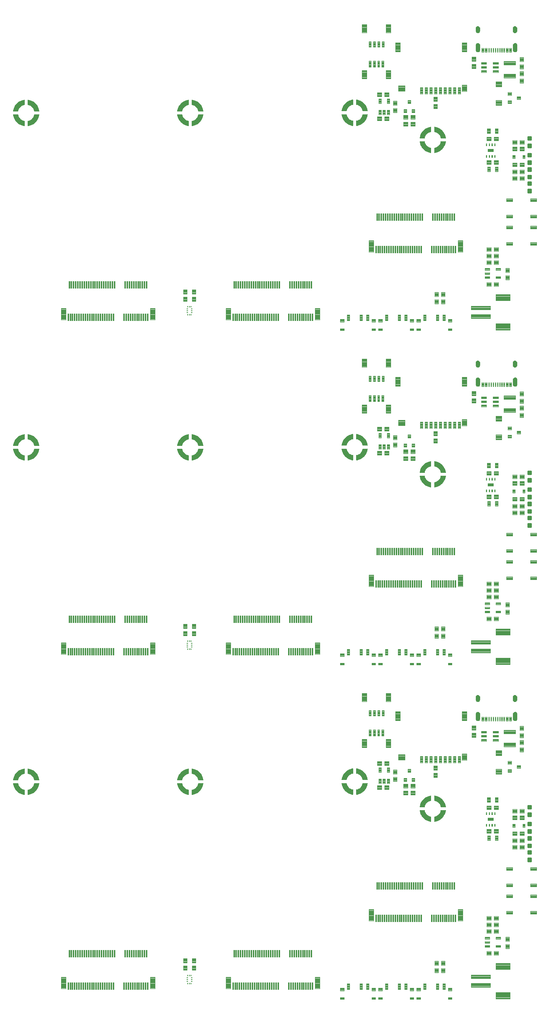
<source format=gtp>
G04 EAGLE Gerber RS-274X export*
G75*
%MOMM*%
%FSLAX34Y34*%
%LPD*%
%INSolderpaste Top*%
%IPPOS*%
%AMOC8*
5,1,8,0,0,1.08239X$1,22.5*%
G01*
%ADD10C,0.102000*%
%ADD11C,0.096000*%
%ADD12R,0.300000X1.750000*%
%ADD13C,0.100000*%
%ADD14C,0.099000*%
%ADD15C,0.300000*%
%ADD16C,0.099059*%
%ADD17R,1.375000X0.800000*%
%ADD18C,0.100800*%
%ADD19C,0.104000*%
%ADD20C,0.101600*%
%ADD21C,0.105000*%
%ADD22C,0.098000*%
%ADD23R,0.400000X0.200000*%
%ADD24R,0.200000X0.400000*%

G36*
X990687Y1987849D02*
X990687Y1987849D01*
X990732Y1987850D01*
X990783Y1987872D01*
X990838Y1987885D01*
X990874Y1987911D01*
X990914Y1987929D01*
X990953Y1987970D01*
X990998Y1988003D01*
X991021Y1988041D01*
X991051Y1988073D01*
X991071Y1988126D01*
X991100Y1988174D01*
X991108Y1988225D01*
X991121Y1988259D01*
X991120Y1988293D01*
X991127Y1988338D01*
X991127Y1999338D01*
X991117Y1999391D01*
X991116Y1999444D01*
X991097Y1999487D01*
X991088Y1999533D01*
X991057Y1999577D01*
X991036Y1999626D01*
X991002Y1999658D01*
X990975Y1999697D01*
X990930Y1999726D01*
X990891Y1999762D01*
X990840Y1999783D01*
X990808Y1999804D01*
X990776Y1999809D01*
X990737Y1999825D01*
X988002Y2000436D01*
X985438Y2001464D01*
X983074Y2002891D01*
X980970Y2004680D01*
X979181Y2006784D01*
X977754Y2009148D01*
X976726Y2011712D01*
X976115Y2014447D01*
X976093Y2014496D01*
X976081Y2014548D01*
X976053Y2014586D01*
X976034Y2014628D01*
X975995Y2014665D01*
X975963Y2014708D01*
X975923Y2014732D01*
X975889Y2014764D01*
X975838Y2014782D01*
X975792Y2014810D01*
X975738Y2014819D01*
X975702Y2014832D01*
X975670Y2014830D01*
X975628Y2014837D01*
X964628Y2014837D01*
X964573Y2014826D01*
X964517Y2014825D01*
X964476Y2014806D01*
X964433Y2014798D01*
X964387Y2014766D01*
X964336Y2014743D01*
X964306Y2014710D01*
X964269Y2014685D01*
X964239Y2014638D01*
X964201Y2014596D01*
X964186Y2014555D01*
X964162Y2014518D01*
X964153Y2014462D01*
X964134Y2014409D01*
X964135Y2014357D01*
X964129Y2014321D01*
X964137Y2014289D01*
X964137Y2014284D01*
X964137Y2014282D01*
X964137Y2014281D01*
X964138Y2014243D01*
X964977Y2009922D01*
X964989Y2009893D01*
X964997Y2009851D01*
X966466Y2005701D01*
X966482Y2005674D01*
X966496Y2005634D01*
X968562Y2001747D01*
X968582Y2001723D01*
X968601Y2001685D01*
X971219Y1998146D01*
X971243Y1998125D01*
X971268Y1998090D01*
X974380Y1994978D01*
X974395Y1994968D01*
X974403Y1994957D01*
X974418Y1994948D01*
X974436Y1994929D01*
X977975Y1992311D01*
X978003Y1992298D01*
X978037Y1992272D01*
X981924Y1990206D01*
X981954Y1990197D01*
X981991Y1990176D01*
X986141Y1988707D01*
X986172Y1988702D01*
X986212Y1988687D01*
X990533Y1987848D01*
X990589Y1987848D01*
X990645Y1987839D01*
X990687Y1987849D01*
G37*
G36*
X990687Y433369D02*
X990687Y433369D01*
X990732Y433370D01*
X990783Y433392D01*
X990838Y433405D01*
X990874Y433431D01*
X990914Y433449D01*
X990953Y433490D01*
X990998Y433523D01*
X991021Y433561D01*
X991051Y433593D01*
X991071Y433646D01*
X991100Y433694D01*
X991108Y433745D01*
X991121Y433779D01*
X991120Y433813D01*
X991127Y433858D01*
X991127Y444858D01*
X991117Y444911D01*
X991116Y444964D01*
X991097Y445007D01*
X991088Y445053D01*
X991057Y445097D01*
X991036Y445146D01*
X991002Y445178D01*
X990975Y445217D01*
X990930Y445246D01*
X990891Y445282D01*
X990840Y445303D01*
X990808Y445324D01*
X990776Y445329D01*
X990737Y445345D01*
X988002Y445956D01*
X985438Y446984D01*
X983074Y448411D01*
X980970Y450200D01*
X979181Y452304D01*
X977754Y454668D01*
X976726Y457232D01*
X976115Y459967D01*
X976093Y460016D01*
X976081Y460068D01*
X976053Y460106D01*
X976034Y460148D01*
X975995Y460185D01*
X975963Y460228D01*
X975923Y460252D01*
X975889Y460284D01*
X975838Y460302D01*
X975792Y460330D01*
X975738Y460339D01*
X975702Y460352D01*
X975670Y460350D01*
X975628Y460357D01*
X964628Y460357D01*
X964573Y460346D01*
X964517Y460345D01*
X964476Y460326D01*
X964433Y460318D01*
X964387Y460286D01*
X964336Y460263D01*
X964306Y460230D01*
X964269Y460205D01*
X964239Y460158D01*
X964201Y460116D01*
X964186Y460075D01*
X964162Y460038D01*
X964153Y459982D01*
X964134Y459929D01*
X964135Y459877D01*
X964129Y459841D01*
X964137Y459809D01*
X964137Y459804D01*
X964137Y459802D01*
X964137Y459801D01*
X964138Y459763D01*
X964977Y455442D01*
X964989Y455413D01*
X964997Y455371D01*
X966466Y451221D01*
X966482Y451194D01*
X966496Y451154D01*
X968562Y447267D01*
X968582Y447243D01*
X968601Y447205D01*
X971219Y443666D01*
X971243Y443645D01*
X971268Y443610D01*
X974380Y440498D01*
X974395Y440488D01*
X974403Y440477D01*
X974418Y440468D01*
X974436Y440449D01*
X977975Y437831D01*
X978003Y437818D01*
X978037Y437792D01*
X981924Y435726D01*
X981954Y435717D01*
X981991Y435696D01*
X986141Y434227D01*
X986172Y434222D01*
X986212Y434207D01*
X990533Y433368D01*
X990589Y433368D01*
X990645Y433359D01*
X990687Y433369D01*
G37*
G36*
X426427Y2050533D02*
X426427Y2050533D01*
X426472Y2050534D01*
X426523Y2050556D01*
X426578Y2050569D01*
X426614Y2050595D01*
X426654Y2050613D01*
X426693Y2050654D01*
X426738Y2050687D01*
X426761Y2050725D01*
X426791Y2050757D01*
X426811Y2050810D01*
X426840Y2050858D01*
X426848Y2050909D01*
X426861Y2050943D01*
X426860Y2050977D01*
X426867Y2051022D01*
X426867Y2062022D01*
X426857Y2062075D01*
X426856Y2062128D01*
X426837Y2062171D01*
X426828Y2062217D01*
X426797Y2062261D01*
X426776Y2062310D01*
X426742Y2062342D01*
X426715Y2062381D01*
X426670Y2062410D01*
X426631Y2062446D01*
X426580Y2062467D01*
X426548Y2062488D01*
X426516Y2062493D01*
X426477Y2062509D01*
X423742Y2063120D01*
X421178Y2064148D01*
X418814Y2065575D01*
X416710Y2067364D01*
X414921Y2069468D01*
X413494Y2071832D01*
X412466Y2074396D01*
X411855Y2077131D01*
X411833Y2077180D01*
X411821Y2077232D01*
X411793Y2077270D01*
X411774Y2077312D01*
X411735Y2077349D01*
X411703Y2077392D01*
X411663Y2077416D01*
X411629Y2077448D01*
X411578Y2077466D01*
X411532Y2077494D01*
X411478Y2077503D01*
X411442Y2077516D01*
X411410Y2077514D01*
X411368Y2077521D01*
X400368Y2077521D01*
X400313Y2077510D01*
X400257Y2077509D01*
X400216Y2077490D01*
X400173Y2077482D01*
X400127Y2077450D01*
X400076Y2077427D01*
X400046Y2077394D01*
X400009Y2077369D01*
X399979Y2077322D01*
X399941Y2077280D01*
X399926Y2077239D01*
X399902Y2077202D01*
X399893Y2077146D01*
X399874Y2077093D01*
X399875Y2077041D01*
X399869Y2077005D01*
X399877Y2076973D01*
X399877Y2076968D01*
X399877Y2076966D01*
X399877Y2076965D01*
X399878Y2076927D01*
X400717Y2072606D01*
X400729Y2072577D01*
X400737Y2072535D01*
X402206Y2068385D01*
X402222Y2068358D01*
X402236Y2068318D01*
X404302Y2064431D01*
X404322Y2064407D01*
X404341Y2064369D01*
X406959Y2060830D01*
X406983Y2060809D01*
X407008Y2060774D01*
X410120Y2057662D01*
X410135Y2057652D01*
X410143Y2057641D01*
X410158Y2057632D01*
X410176Y2057613D01*
X413715Y2054995D01*
X413743Y2054982D01*
X413777Y2054956D01*
X417664Y2052890D01*
X417694Y2052881D01*
X417731Y2052860D01*
X421881Y2051391D01*
X421912Y2051386D01*
X421952Y2051371D01*
X426273Y2050532D01*
X426329Y2050532D01*
X426385Y2050523D01*
X426427Y2050533D01*
G37*
G36*
X990687Y1210609D02*
X990687Y1210609D01*
X990732Y1210610D01*
X990783Y1210632D01*
X990838Y1210645D01*
X990874Y1210671D01*
X990914Y1210689D01*
X990953Y1210730D01*
X990998Y1210763D01*
X991021Y1210801D01*
X991051Y1210833D01*
X991071Y1210886D01*
X991100Y1210934D01*
X991108Y1210985D01*
X991121Y1211019D01*
X991120Y1211053D01*
X991127Y1211098D01*
X991127Y1222098D01*
X991117Y1222151D01*
X991116Y1222204D01*
X991097Y1222247D01*
X991088Y1222293D01*
X991057Y1222337D01*
X991036Y1222386D01*
X991002Y1222418D01*
X990975Y1222457D01*
X990930Y1222486D01*
X990891Y1222522D01*
X990840Y1222543D01*
X990808Y1222564D01*
X990776Y1222569D01*
X990737Y1222585D01*
X988002Y1223196D01*
X985438Y1224224D01*
X983074Y1225651D01*
X980970Y1227440D01*
X979181Y1229544D01*
X977754Y1231908D01*
X976726Y1234472D01*
X976115Y1237207D01*
X976093Y1237256D01*
X976081Y1237308D01*
X976053Y1237346D01*
X976034Y1237388D01*
X975995Y1237425D01*
X975963Y1237468D01*
X975923Y1237492D01*
X975889Y1237524D01*
X975838Y1237542D01*
X975792Y1237570D01*
X975738Y1237579D01*
X975702Y1237592D01*
X975670Y1237590D01*
X975628Y1237597D01*
X964628Y1237597D01*
X964573Y1237586D01*
X964517Y1237585D01*
X964476Y1237566D01*
X964433Y1237558D01*
X964387Y1237526D01*
X964336Y1237503D01*
X964306Y1237470D01*
X964269Y1237445D01*
X964239Y1237398D01*
X964201Y1237356D01*
X964186Y1237315D01*
X964162Y1237278D01*
X964153Y1237222D01*
X964134Y1237169D01*
X964135Y1237117D01*
X964129Y1237081D01*
X964137Y1237049D01*
X964137Y1237044D01*
X964137Y1237042D01*
X964137Y1237041D01*
X964138Y1237003D01*
X964977Y1232682D01*
X964989Y1232653D01*
X964997Y1232611D01*
X966466Y1228461D01*
X966482Y1228434D01*
X966496Y1228394D01*
X968562Y1224507D01*
X968582Y1224483D01*
X968601Y1224445D01*
X971219Y1220906D01*
X971243Y1220885D01*
X971268Y1220850D01*
X974380Y1217738D01*
X974395Y1217728D01*
X974403Y1217717D01*
X974418Y1217708D01*
X974436Y1217689D01*
X977975Y1215071D01*
X978003Y1215058D01*
X978037Y1215032D01*
X981924Y1212966D01*
X981954Y1212957D01*
X981991Y1212936D01*
X986141Y1211467D01*
X986172Y1211462D01*
X986212Y1211447D01*
X990533Y1210608D01*
X990589Y1210608D01*
X990645Y1210599D01*
X990687Y1210609D01*
G37*
G36*
X44459Y2050533D02*
X44459Y2050533D01*
X44504Y2050534D01*
X44555Y2050556D01*
X44610Y2050569D01*
X44646Y2050595D01*
X44686Y2050613D01*
X44725Y2050654D01*
X44770Y2050687D01*
X44793Y2050725D01*
X44823Y2050757D01*
X44843Y2050810D01*
X44872Y2050858D01*
X44880Y2050909D01*
X44893Y2050943D01*
X44892Y2050977D01*
X44899Y2051022D01*
X44899Y2062022D01*
X44889Y2062075D01*
X44888Y2062128D01*
X44869Y2062171D01*
X44860Y2062217D01*
X44829Y2062261D01*
X44808Y2062310D01*
X44774Y2062342D01*
X44747Y2062381D01*
X44702Y2062410D01*
X44663Y2062446D01*
X44612Y2062467D01*
X44580Y2062488D01*
X44548Y2062493D01*
X44509Y2062509D01*
X41774Y2063120D01*
X39210Y2064148D01*
X36846Y2065575D01*
X34742Y2067364D01*
X32953Y2069468D01*
X31526Y2071832D01*
X30498Y2074396D01*
X29887Y2077131D01*
X29865Y2077180D01*
X29853Y2077232D01*
X29825Y2077270D01*
X29806Y2077312D01*
X29767Y2077349D01*
X29735Y2077392D01*
X29695Y2077416D01*
X29661Y2077448D01*
X29610Y2077466D01*
X29564Y2077494D01*
X29510Y2077503D01*
X29474Y2077516D01*
X29442Y2077514D01*
X29400Y2077521D01*
X18400Y2077521D01*
X18345Y2077510D01*
X18289Y2077509D01*
X18248Y2077490D01*
X18205Y2077482D01*
X18159Y2077450D01*
X18108Y2077427D01*
X18078Y2077394D01*
X18041Y2077369D01*
X18011Y2077322D01*
X17973Y2077280D01*
X17958Y2077239D01*
X17934Y2077202D01*
X17925Y2077146D01*
X17906Y2077093D01*
X17907Y2077041D01*
X17901Y2077005D01*
X17909Y2076973D01*
X17909Y2076968D01*
X17909Y2076966D01*
X17909Y2076965D01*
X17910Y2076927D01*
X18749Y2072606D01*
X18761Y2072577D01*
X18769Y2072535D01*
X20238Y2068385D01*
X20254Y2068358D01*
X20268Y2068318D01*
X22334Y2064431D01*
X22354Y2064407D01*
X22373Y2064369D01*
X24991Y2060830D01*
X25015Y2060809D01*
X25040Y2060774D01*
X28152Y2057662D01*
X28167Y2057652D01*
X28175Y2057641D01*
X28190Y2057632D01*
X28208Y2057613D01*
X31747Y2054995D01*
X31775Y2054982D01*
X31809Y2054956D01*
X35696Y2052890D01*
X35726Y2052881D01*
X35763Y2052860D01*
X39913Y2051391D01*
X39944Y2051386D01*
X39984Y2051371D01*
X44305Y2050532D01*
X44361Y2050532D01*
X44417Y2050523D01*
X44459Y2050533D01*
G37*
G36*
X808983Y1273547D02*
X808983Y1273547D01*
X809028Y1273548D01*
X809079Y1273570D01*
X809134Y1273583D01*
X809170Y1273609D01*
X809210Y1273627D01*
X809249Y1273668D01*
X809294Y1273701D01*
X809317Y1273739D01*
X809347Y1273771D01*
X809367Y1273824D01*
X809396Y1273872D01*
X809404Y1273923D01*
X809417Y1273957D01*
X809416Y1273991D01*
X809423Y1274036D01*
X809423Y1285036D01*
X809413Y1285089D01*
X809412Y1285142D01*
X809393Y1285185D01*
X809384Y1285231D01*
X809353Y1285275D01*
X809332Y1285324D01*
X809298Y1285356D01*
X809271Y1285395D01*
X809226Y1285424D01*
X809187Y1285460D01*
X809136Y1285481D01*
X809104Y1285502D01*
X809072Y1285507D01*
X809033Y1285523D01*
X806298Y1286134D01*
X803734Y1287162D01*
X801370Y1288589D01*
X799266Y1290378D01*
X797477Y1292482D01*
X796050Y1294846D01*
X795022Y1297410D01*
X794411Y1300145D01*
X794389Y1300194D01*
X794377Y1300246D01*
X794349Y1300284D01*
X794330Y1300326D01*
X794291Y1300363D01*
X794259Y1300406D01*
X794219Y1300430D01*
X794185Y1300462D01*
X794134Y1300480D01*
X794088Y1300508D01*
X794034Y1300517D01*
X793998Y1300530D01*
X793966Y1300528D01*
X793924Y1300535D01*
X782924Y1300535D01*
X782869Y1300524D01*
X782813Y1300523D01*
X782772Y1300504D01*
X782729Y1300496D01*
X782683Y1300464D01*
X782632Y1300441D01*
X782602Y1300408D01*
X782565Y1300383D01*
X782535Y1300336D01*
X782497Y1300294D01*
X782482Y1300253D01*
X782458Y1300216D01*
X782449Y1300160D01*
X782430Y1300107D01*
X782431Y1300055D01*
X782425Y1300019D01*
X782433Y1299987D01*
X782433Y1299982D01*
X782433Y1299980D01*
X782433Y1299979D01*
X782434Y1299941D01*
X783273Y1295620D01*
X783285Y1295591D01*
X783293Y1295549D01*
X784762Y1291399D01*
X784778Y1291372D01*
X784792Y1291332D01*
X786858Y1287445D01*
X786878Y1287421D01*
X786897Y1287383D01*
X789515Y1283844D01*
X789539Y1283823D01*
X789564Y1283788D01*
X792676Y1280676D01*
X792691Y1280666D01*
X792699Y1280655D01*
X792714Y1280646D01*
X792732Y1280627D01*
X796271Y1278009D01*
X796299Y1277996D01*
X796333Y1277970D01*
X800220Y1275904D01*
X800250Y1275895D01*
X800287Y1275874D01*
X804437Y1274405D01*
X804468Y1274400D01*
X804508Y1274385D01*
X808829Y1273546D01*
X808885Y1273546D01*
X808941Y1273537D01*
X808983Y1273547D01*
G37*
G36*
X44459Y1273293D02*
X44459Y1273293D01*
X44504Y1273294D01*
X44555Y1273316D01*
X44610Y1273329D01*
X44646Y1273355D01*
X44686Y1273373D01*
X44725Y1273414D01*
X44770Y1273447D01*
X44793Y1273485D01*
X44823Y1273517D01*
X44843Y1273570D01*
X44872Y1273618D01*
X44880Y1273669D01*
X44893Y1273703D01*
X44892Y1273737D01*
X44899Y1273782D01*
X44899Y1284782D01*
X44889Y1284835D01*
X44888Y1284888D01*
X44869Y1284931D01*
X44860Y1284977D01*
X44829Y1285021D01*
X44808Y1285070D01*
X44774Y1285102D01*
X44747Y1285141D01*
X44702Y1285170D01*
X44663Y1285206D01*
X44612Y1285227D01*
X44580Y1285248D01*
X44548Y1285253D01*
X44509Y1285269D01*
X41774Y1285880D01*
X39210Y1286908D01*
X36846Y1288335D01*
X34742Y1290124D01*
X32953Y1292228D01*
X31526Y1294592D01*
X30498Y1297156D01*
X29887Y1299891D01*
X29865Y1299940D01*
X29853Y1299992D01*
X29825Y1300030D01*
X29806Y1300072D01*
X29767Y1300109D01*
X29735Y1300152D01*
X29695Y1300176D01*
X29661Y1300208D01*
X29610Y1300226D01*
X29564Y1300254D01*
X29510Y1300263D01*
X29474Y1300276D01*
X29442Y1300274D01*
X29400Y1300281D01*
X18400Y1300281D01*
X18345Y1300270D01*
X18289Y1300269D01*
X18248Y1300250D01*
X18205Y1300242D01*
X18159Y1300210D01*
X18108Y1300187D01*
X18078Y1300154D01*
X18041Y1300129D01*
X18011Y1300082D01*
X17973Y1300040D01*
X17958Y1299999D01*
X17934Y1299962D01*
X17925Y1299906D01*
X17906Y1299853D01*
X17907Y1299801D01*
X17901Y1299765D01*
X17909Y1299733D01*
X17909Y1299728D01*
X17909Y1299726D01*
X17909Y1299725D01*
X17910Y1299687D01*
X18749Y1295366D01*
X18761Y1295337D01*
X18769Y1295295D01*
X20238Y1291145D01*
X20254Y1291118D01*
X20268Y1291078D01*
X22334Y1287191D01*
X22354Y1287167D01*
X22373Y1287129D01*
X24991Y1283590D01*
X25015Y1283569D01*
X25040Y1283534D01*
X28152Y1280422D01*
X28167Y1280412D01*
X28175Y1280401D01*
X28190Y1280392D01*
X28208Y1280373D01*
X31747Y1277755D01*
X31775Y1277742D01*
X31809Y1277716D01*
X35696Y1275650D01*
X35726Y1275641D01*
X35763Y1275620D01*
X39913Y1274151D01*
X39944Y1274146D01*
X39984Y1274131D01*
X44305Y1273292D01*
X44361Y1273292D01*
X44417Y1273283D01*
X44459Y1273293D01*
G37*
G36*
X426427Y1273293D02*
X426427Y1273293D01*
X426472Y1273294D01*
X426523Y1273316D01*
X426578Y1273329D01*
X426614Y1273355D01*
X426654Y1273373D01*
X426693Y1273414D01*
X426738Y1273447D01*
X426761Y1273485D01*
X426791Y1273517D01*
X426811Y1273570D01*
X426840Y1273618D01*
X426848Y1273669D01*
X426861Y1273703D01*
X426860Y1273737D01*
X426867Y1273782D01*
X426867Y1284782D01*
X426857Y1284835D01*
X426856Y1284888D01*
X426837Y1284931D01*
X426828Y1284977D01*
X426797Y1285021D01*
X426776Y1285070D01*
X426742Y1285102D01*
X426715Y1285141D01*
X426670Y1285170D01*
X426631Y1285206D01*
X426580Y1285227D01*
X426548Y1285248D01*
X426516Y1285253D01*
X426477Y1285269D01*
X423742Y1285880D01*
X421178Y1286908D01*
X418814Y1288335D01*
X416710Y1290124D01*
X414921Y1292228D01*
X413494Y1294592D01*
X412466Y1297156D01*
X411855Y1299891D01*
X411833Y1299940D01*
X411821Y1299992D01*
X411793Y1300030D01*
X411774Y1300072D01*
X411735Y1300109D01*
X411703Y1300152D01*
X411663Y1300176D01*
X411629Y1300208D01*
X411578Y1300226D01*
X411532Y1300254D01*
X411478Y1300263D01*
X411442Y1300276D01*
X411410Y1300274D01*
X411368Y1300281D01*
X400368Y1300281D01*
X400313Y1300270D01*
X400257Y1300269D01*
X400216Y1300250D01*
X400173Y1300242D01*
X400127Y1300210D01*
X400076Y1300187D01*
X400046Y1300154D01*
X400009Y1300129D01*
X399979Y1300082D01*
X399941Y1300040D01*
X399926Y1299999D01*
X399902Y1299962D01*
X399893Y1299906D01*
X399874Y1299853D01*
X399875Y1299801D01*
X399869Y1299765D01*
X399877Y1299733D01*
X399877Y1299728D01*
X399877Y1299726D01*
X399877Y1299725D01*
X399878Y1299687D01*
X400717Y1295366D01*
X400729Y1295337D01*
X400737Y1295295D01*
X402206Y1291145D01*
X402222Y1291118D01*
X402236Y1291078D01*
X404302Y1287191D01*
X404322Y1287167D01*
X404341Y1287129D01*
X406959Y1283590D01*
X406983Y1283569D01*
X407008Y1283534D01*
X410120Y1280422D01*
X410135Y1280412D01*
X410143Y1280401D01*
X410158Y1280392D01*
X410176Y1280373D01*
X413715Y1277755D01*
X413743Y1277742D01*
X413777Y1277716D01*
X417664Y1275650D01*
X417694Y1275641D01*
X417731Y1275620D01*
X421881Y1274151D01*
X421912Y1274146D01*
X421952Y1274131D01*
X426273Y1273292D01*
X426329Y1273292D01*
X426385Y1273283D01*
X426427Y1273293D01*
G37*
G36*
X426427Y496053D02*
X426427Y496053D01*
X426472Y496054D01*
X426523Y496076D01*
X426578Y496089D01*
X426614Y496115D01*
X426654Y496133D01*
X426693Y496174D01*
X426738Y496207D01*
X426761Y496245D01*
X426791Y496277D01*
X426811Y496330D01*
X426840Y496378D01*
X426848Y496429D01*
X426861Y496463D01*
X426860Y496497D01*
X426867Y496542D01*
X426867Y507542D01*
X426857Y507595D01*
X426856Y507648D01*
X426837Y507691D01*
X426828Y507737D01*
X426797Y507781D01*
X426776Y507830D01*
X426742Y507862D01*
X426715Y507901D01*
X426670Y507930D01*
X426631Y507966D01*
X426580Y507987D01*
X426548Y508008D01*
X426516Y508013D01*
X426477Y508029D01*
X423742Y508640D01*
X421178Y509668D01*
X418814Y511095D01*
X416710Y512884D01*
X414921Y514988D01*
X413494Y517352D01*
X412466Y519916D01*
X411855Y522651D01*
X411833Y522700D01*
X411821Y522752D01*
X411793Y522790D01*
X411774Y522832D01*
X411735Y522869D01*
X411703Y522912D01*
X411663Y522936D01*
X411629Y522968D01*
X411578Y522986D01*
X411532Y523014D01*
X411478Y523023D01*
X411442Y523036D01*
X411410Y523034D01*
X411368Y523041D01*
X400368Y523041D01*
X400313Y523030D01*
X400257Y523029D01*
X400216Y523010D01*
X400173Y523002D01*
X400127Y522970D01*
X400076Y522947D01*
X400046Y522914D01*
X400009Y522889D01*
X399979Y522842D01*
X399941Y522800D01*
X399926Y522759D01*
X399902Y522722D01*
X399893Y522666D01*
X399874Y522613D01*
X399875Y522561D01*
X399869Y522525D01*
X399877Y522493D01*
X399877Y522488D01*
X399877Y522486D01*
X399877Y522485D01*
X399878Y522447D01*
X400717Y518126D01*
X400729Y518097D01*
X400737Y518055D01*
X402206Y513905D01*
X402222Y513878D01*
X402236Y513838D01*
X404302Y509951D01*
X404322Y509927D01*
X404341Y509889D01*
X406959Y506350D01*
X406983Y506329D01*
X407008Y506294D01*
X410120Y503182D01*
X410135Y503172D01*
X410143Y503161D01*
X410158Y503152D01*
X410176Y503133D01*
X413715Y500515D01*
X413743Y500502D01*
X413777Y500476D01*
X417664Y498410D01*
X417694Y498401D01*
X417731Y498380D01*
X421881Y496911D01*
X421912Y496906D01*
X421952Y496891D01*
X426273Y496052D01*
X426329Y496052D01*
X426385Y496043D01*
X426427Y496053D01*
G37*
G36*
X44459Y496053D02*
X44459Y496053D01*
X44504Y496054D01*
X44555Y496076D01*
X44610Y496089D01*
X44646Y496115D01*
X44686Y496133D01*
X44725Y496174D01*
X44770Y496207D01*
X44793Y496245D01*
X44823Y496277D01*
X44843Y496330D01*
X44872Y496378D01*
X44880Y496429D01*
X44893Y496463D01*
X44892Y496497D01*
X44899Y496542D01*
X44899Y507542D01*
X44889Y507595D01*
X44888Y507648D01*
X44869Y507691D01*
X44860Y507737D01*
X44829Y507781D01*
X44808Y507830D01*
X44774Y507862D01*
X44747Y507901D01*
X44702Y507930D01*
X44663Y507966D01*
X44612Y507987D01*
X44580Y508008D01*
X44548Y508013D01*
X44509Y508029D01*
X41774Y508640D01*
X39210Y509668D01*
X36846Y511095D01*
X34742Y512884D01*
X32953Y514988D01*
X31526Y517352D01*
X30498Y519916D01*
X29887Y522651D01*
X29865Y522700D01*
X29853Y522752D01*
X29825Y522790D01*
X29806Y522832D01*
X29767Y522869D01*
X29735Y522912D01*
X29695Y522936D01*
X29661Y522968D01*
X29610Y522986D01*
X29564Y523014D01*
X29510Y523023D01*
X29474Y523036D01*
X29442Y523034D01*
X29400Y523041D01*
X18400Y523041D01*
X18345Y523030D01*
X18289Y523029D01*
X18248Y523010D01*
X18205Y523002D01*
X18159Y522970D01*
X18108Y522947D01*
X18078Y522914D01*
X18041Y522889D01*
X18011Y522842D01*
X17973Y522800D01*
X17958Y522759D01*
X17934Y522722D01*
X17925Y522666D01*
X17906Y522613D01*
X17907Y522561D01*
X17901Y522525D01*
X17909Y522493D01*
X17909Y522488D01*
X17909Y522486D01*
X17909Y522485D01*
X17910Y522447D01*
X18749Y518126D01*
X18761Y518097D01*
X18769Y518055D01*
X20238Y513905D01*
X20254Y513878D01*
X20268Y513838D01*
X22334Y509951D01*
X22354Y509927D01*
X22373Y509889D01*
X24991Y506350D01*
X25015Y506329D01*
X25040Y506294D01*
X28152Y503182D01*
X28167Y503172D01*
X28175Y503161D01*
X28190Y503152D01*
X28208Y503133D01*
X31747Y500515D01*
X31775Y500502D01*
X31809Y500476D01*
X35696Y498410D01*
X35726Y498401D01*
X35763Y498380D01*
X39913Y496911D01*
X39944Y496906D01*
X39984Y496891D01*
X44305Y496052D01*
X44361Y496052D01*
X44417Y496043D01*
X44459Y496053D01*
G37*
G36*
X808983Y496307D02*
X808983Y496307D01*
X809028Y496308D01*
X809079Y496330D01*
X809134Y496343D01*
X809170Y496369D01*
X809210Y496387D01*
X809249Y496428D01*
X809294Y496461D01*
X809317Y496499D01*
X809347Y496531D01*
X809367Y496584D01*
X809396Y496632D01*
X809404Y496683D01*
X809417Y496717D01*
X809416Y496751D01*
X809423Y496796D01*
X809423Y507796D01*
X809413Y507849D01*
X809412Y507902D01*
X809393Y507945D01*
X809384Y507991D01*
X809353Y508035D01*
X809332Y508084D01*
X809298Y508116D01*
X809271Y508155D01*
X809226Y508184D01*
X809187Y508220D01*
X809136Y508241D01*
X809104Y508262D01*
X809072Y508267D01*
X809033Y508283D01*
X806298Y508894D01*
X803734Y509922D01*
X801370Y511349D01*
X799266Y513138D01*
X797477Y515242D01*
X796050Y517606D01*
X795022Y520170D01*
X794411Y522905D01*
X794389Y522954D01*
X794377Y523006D01*
X794349Y523044D01*
X794330Y523086D01*
X794291Y523123D01*
X794259Y523166D01*
X794219Y523190D01*
X794185Y523222D01*
X794134Y523240D01*
X794088Y523268D01*
X794034Y523277D01*
X793998Y523290D01*
X793966Y523288D01*
X793924Y523295D01*
X782924Y523295D01*
X782869Y523284D01*
X782813Y523283D01*
X782772Y523264D01*
X782729Y523256D01*
X782683Y523224D01*
X782632Y523201D01*
X782602Y523168D01*
X782565Y523143D01*
X782535Y523096D01*
X782497Y523054D01*
X782482Y523013D01*
X782458Y522976D01*
X782449Y522920D01*
X782430Y522867D01*
X782431Y522815D01*
X782425Y522779D01*
X782433Y522747D01*
X782433Y522742D01*
X782433Y522740D01*
X782433Y522739D01*
X782434Y522701D01*
X783273Y518380D01*
X783285Y518351D01*
X783293Y518309D01*
X784762Y514159D01*
X784778Y514132D01*
X784792Y514092D01*
X786858Y510205D01*
X786878Y510181D01*
X786897Y510143D01*
X789515Y506604D01*
X789539Y506583D01*
X789564Y506548D01*
X792676Y503436D01*
X792691Y503426D01*
X792699Y503415D01*
X792714Y503406D01*
X792732Y503387D01*
X796271Y500769D01*
X796299Y500756D01*
X796333Y500730D01*
X800220Y498664D01*
X800250Y498655D01*
X800287Y498634D01*
X804437Y497165D01*
X804468Y497160D01*
X804508Y497145D01*
X808829Y496306D01*
X808885Y496306D01*
X808941Y496297D01*
X808983Y496307D01*
G37*
G36*
X808983Y2050787D02*
X808983Y2050787D01*
X809028Y2050788D01*
X809079Y2050810D01*
X809134Y2050823D01*
X809170Y2050849D01*
X809210Y2050867D01*
X809249Y2050908D01*
X809294Y2050941D01*
X809317Y2050979D01*
X809347Y2051011D01*
X809367Y2051064D01*
X809396Y2051112D01*
X809404Y2051163D01*
X809417Y2051197D01*
X809416Y2051231D01*
X809423Y2051276D01*
X809423Y2062276D01*
X809413Y2062329D01*
X809412Y2062382D01*
X809393Y2062425D01*
X809384Y2062471D01*
X809353Y2062515D01*
X809332Y2062564D01*
X809298Y2062596D01*
X809271Y2062635D01*
X809226Y2062664D01*
X809187Y2062700D01*
X809136Y2062721D01*
X809104Y2062742D01*
X809072Y2062747D01*
X809033Y2062763D01*
X806298Y2063374D01*
X803734Y2064402D01*
X801370Y2065829D01*
X799266Y2067618D01*
X797477Y2069722D01*
X796050Y2072086D01*
X795022Y2074650D01*
X794411Y2077385D01*
X794389Y2077434D01*
X794377Y2077486D01*
X794349Y2077524D01*
X794330Y2077566D01*
X794291Y2077603D01*
X794259Y2077646D01*
X794219Y2077670D01*
X794185Y2077702D01*
X794134Y2077720D01*
X794088Y2077748D01*
X794034Y2077757D01*
X793998Y2077770D01*
X793966Y2077768D01*
X793924Y2077775D01*
X782924Y2077775D01*
X782869Y2077764D01*
X782813Y2077763D01*
X782772Y2077744D01*
X782729Y2077736D01*
X782683Y2077704D01*
X782632Y2077681D01*
X782602Y2077648D01*
X782565Y2077623D01*
X782535Y2077576D01*
X782497Y2077534D01*
X782482Y2077493D01*
X782458Y2077456D01*
X782449Y2077400D01*
X782430Y2077347D01*
X782431Y2077295D01*
X782425Y2077259D01*
X782433Y2077227D01*
X782433Y2077222D01*
X782433Y2077220D01*
X782433Y2077219D01*
X782434Y2077181D01*
X783273Y2072860D01*
X783285Y2072831D01*
X783293Y2072789D01*
X784762Y2068639D01*
X784778Y2068612D01*
X784792Y2068572D01*
X786858Y2064685D01*
X786878Y2064661D01*
X786897Y2064623D01*
X789515Y2061084D01*
X789539Y2061063D01*
X789564Y2061028D01*
X792676Y2057916D01*
X792691Y2057906D01*
X792699Y2057895D01*
X792714Y2057886D01*
X792732Y2057867D01*
X796271Y2055249D01*
X796299Y2055236D01*
X796333Y2055210D01*
X800220Y2053144D01*
X800250Y2053135D01*
X800287Y2053114D01*
X804437Y2051645D01*
X804468Y2051640D01*
X804508Y2051625D01*
X808829Y2050786D01*
X808885Y2050786D01*
X808941Y2050777D01*
X808983Y2050787D01*
G37*
G36*
X411421Y1307293D02*
X411421Y1307293D01*
X411474Y1307294D01*
X411517Y1307313D01*
X411563Y1307322D01*
X411607Y1307353D01*
X411656Y1307374D01*
X411688Y1307408D01*
X411727Y1307435D01*
X411756Y1307480D01*
X411792Y1307519D01*
X411813Y1307570D01*
X411834Y1307602D01*
X411839Y1307634D01*
X411855Y1307673D01*
X412466Y1310408D01*
X413494Y1312972D01*
X414921Y1315336D01*
X416710Y1317440D01*
X418814Y1319229D01*
X421178Y1320656D01*
X423742Y1321684D01*
X426477Y1322295D01*
X426526Y1322317D01*
X426578Y1322329D01*
X426616Y1322357D01*
X426658Y1322376D01*
X426695Y1322415D01*
X426738Y1322447D01*
X426762Y1322487D01*
X426794Y1322521D01*
X426812Y1322572D01*
X426840Y1322618D01*
X426849Y1322672D01*
X426862Y1322708D01*
X426860Y1322740D01*
X426867Y1322782D01*
X426867Y1333782D01*
X426856Y1333837D01*
X426855Y1333893D01*
X426836Y1333934D01*
X426828Y1333977D01*
X426796Y1334023D01*
X426773Y1334075D01*
X426740Y1334104D01*
X426715Y1334141D01*
X426668Y1334171D01*
X426626Y1334209D01*
X426585Y1334224D01*
X426548Y1334248D01*
X426492Y1334257D01*
X426439Y1334276D01*
X426387Y1334275D01*
X426351Y1334281D01*
X426319Y1334273D01*
X426273Y1334272D01*
X421952Y1333433D01*
X421923Y1333421D01*
X421881Y1333413D01*
X417731Y1331944D01*
X417704Y1331928D01*
X417664Y1331914D01*
X413777Y1329848D01*
X413753Y1329828D01*
X413715Y1329809D01*
X410176Y1327191D01*
X410155Y1327167D01*
X410120Y1327142D01*
X407008Y1324030D01*
X406990Y1324004D01*
X406959Y1323974D01*
X404341Y1320436D01*
X404328Y1320407D01*
X404302Y1320373D01*
X402236Y1316486D01*
X402229Y1316463D01*
X402220Y1316449D01*
X402219Y1316441D01*
X402206Y1316419D01*
X400737Y1312269D01*
X400732Y1312238D01*
X400717Y1312198D01*
X399878Y1307877D01*
X399878Y1307821D01*
X399869Y1307765D01*
X399879Y1307723D01*
X399880Y1307678D01*
X399902Y1307627D01*
X399915Y1307572D01*
X399941Y1307537D01*
X399959Y1307496D01*
X400000Y1307457D01*
X400033Y1307412D01*
X400071Y1307389D01*
X400103Y1307359D01*
X400156Y1307339D01*
X400204Y1307310D01*
X400255Y1307302D01*
X400289Y1307289D01*
X400323Y1307290D01*
X400368Y1307283D01*
X411368Y1307283D01*
X411421Y1307293D01*
G37*
G36*
X411421Y530053D02*
X411421Y530053D01*
X411474Y530054D01*
X411517Y530073D01*
X411563Y530082D01*
X411607Y530113D01*
X411656Y530134D01*
X411688Y530168D01*
X411727Y530195D01*
X411756Y530240D01*
X411792Y530279D01*
X411813Y530330D01*
X411834Y530362D01*
X411839Y530394D01*
X411855Y530433D01*
X412466Y533168D01*
X413494Y535732D01*
X414921Y538096D01*
X416710Y540200D01*
X418814Y541989D01*
X421178Y543416D01*
X423742Y544444D01*
X426477Y545055D01*
X426526Y545077D01*
X426578Y545089D01*
X426616Y545117D01*
X426658Y545136D01*
X426695Y545175D01*
X426738Y545207D01*
X426762Y545247D01*
X426794Y545281D01*
X426812Y545332D01*
X426840Y545378D01*
X426849Y545432D01*
X426862Y545468D01*
X426860Y545500D01*
X426867Y545542D01*
X426867Y556542D01*
X426856Y556597D01*
X426855Y556653D01*
X426836Y556694D01*
X426828Y556737D01*
X426796Y556783D01*
X426773Y556835D01*
X426740Y556864D01*
X426715Y556901D01*
X426668Y556931D01*
X426626Y556969D01*
X426585Y556984D01*
X426548Y557008D01*
X426492Y557017D01*
X426439Y557036D01*
X426387Y557035D01*
X426351Y557041D01*
X426319Y557033D01*
X426273Y557032D01*
X421952Y556193D01*
X421923Y556181D01*
X421881Y556173D01*
X417731Y554704D01*
X417704Y554688D01*
X417664Y554674D01*
X413777Y552608D01*
X413753Y552588D01*
X413715Y552569D01*
X410176Y549951D01*
X410155Y549927D01*
X410120Y549902D01*
X407008Y546790D01*
X406990Y546764D01*
X406959Y546734D01*
X404341Y543196D01*
X404328Y543167D01*
X404302Y543133D01*
X402236Y539246D01*
X402229Y539223D01*
X402220Y539209D01*
X402219Y539201D01*
X402206Y539179D01*
X400737Y535029D01*
X400732Y534998D01*
X400717Y534958D01*
X399878Y530637D01*
X399878Y530581D01*
X399869Y530525D01*
X399879Y530483D01*
X399880Y530438D01*
X399902Y530387D01*
X399915Y530332D01*
X399941Y530297D01*
X399959Y530256D01*
X400000Y530217D01*
X400033Y530172D01*
X400071Y530149D01*
X400103Y530119D01*
X400156Y530099D01*
X400204Y530070D01*
X400255Y530062D01*
X400289Y530049D01*
X400323Y530050D01*
X400368Y530043D01*
X411368Y530043D01*
X411421Y530053D01*
G37*
G36*
X793977Y2084787D02*
X793977Y2084787D01*
X794030Y2084788D01*
X794073Y2084807D01*
X794119Y2084816D01*
X794163Y2084847D01*
X794212Y2084868D01*
X794244Y2084902D01*
X794283Y2084929D01*
X794312Y2084974D01*
X794348Y2085013D01*
X794369Y2085064D01*
X794390Y2085096D01*
X794395Y2085128D01*
X794411Y2085167D01*
X795022Y2087902D01*
X796050Y2090466D01*
X797477Y2092830D01*
X799266Y2094934D01*
X801370Y2096723D01*
X803734Y2098150D01*
X806298Y2099178D01*
X809033Y2099789D01*
X809082Y2099811D01*
X809134Y2099823D01*
X809172Y2099851D01*
X809214Y2099870D01*
X809251Y2099909D01*
X809294Y2099941D01*
X809318Y2099981D01*
X809350Y2100015D01*
X809368Y2100066D01*
X809396Y2100112D01*
X809405Y2100166D01*
X809418Y2100202D01*
X809416Y2100234D01*
X809423Y2100276D01*
X809423Y2111276D01*
X809412Y2111331D01*
X809411Y2111387D01*
X809392Y2111428D01*
X809384Y2111471D01*
X809352Y2111517D01*
X809329Y2111569D01*
X809296Y2111598D01*
X809271Y2111635D01*
X809224Y2111665D01*
X809182Y2111703D01*
X809141Y2111718D01*
X809104Y2111742D01*
X809048Y2111751D01*
X808995Y2111770D01*
X808943Y2111769D01*
X808907Y2111775D01*
X808875Y2111767D01*
X808829Y2111766D01*
X804508Y2110927D01*
X804479Y2110915D01*
X804437Y2110907D01*
X800287Y2109438D01*
X800260Y2109422D01*
X800220Y2109408D01*
X796333Y2107342D01*
X796309Y2107322D01*
X796271Y2107303D01*
X792732Y2104685D01*
X792711Y2104661D01*
X792676Y2104636D01*
X789564Y2101524D01*
X789546Y2101498D01*
X789515Y2101468D01*
X786897Y2097930D01*
X786884Y2097901D01*
X786858Y2097867D01*
X784792Y2093980D01*
X784785Y2093957D01*
X784776Y2093943D01*
X784775Y2093935D01*
X784762Y2093913D01*
X783293Y2089763D01*
X783288Y2089732D01*
X783273Y2089692D01*
X782434Y2085371D01*
X782434Y2085315D01*
X782425Y2085259D01*
X782435Y2085217D01*
X782436Y2085172D01*
X782458Y2085121D01*
X782471Y2085066D01*
X782497Y2085031D01*
X782515Y2084990D01*
X782556Y2084951D01*
X782589Y2084906D01*
X782627Y2084883D01*
X782659Y2084853D01*
X782712Y2084833D01*
X782760Y2084804D01*
X782811Y2084796D01*
X782845Y2084783D01*
X782879Y2084784D01*
X782924Y2084777D01*
X793924Y2084777D01*
X793977Y2084787D01*
G37*
G36*
X29453Y530053D02*
X29453Y530053D01*
X29506Y530054D01*
X29549Y530073D01*
X29595Y530082D01*
X29639Y530113D01*
X29688Y530134D01*
X29720Y530168D01*
X29759Y530195D01*
X29788Y530240D01*
X29824Y530279D01*
X29845Y530330D01*
X29866Y530362D01*
X29871Y530394D01*
X29887Y530433D01*
X30498Y533168D01*
X31526Y535732D01*
X32953Y538096D01*
X34742Y540200D01*
X36846Y541989D01*
X39210Y543416D01*
X41774Y544444D01*
X44509Y545055D01*
X44558Y545077D01*
X44610Y545089D01*
X44648Y545117D01*
X44690Y545136D01*
X44727Y545175D01*
X44770Y545207D01*
X44794Y545247D01*
X44826Y545281D01*
X44844Y545332D01*
X44872Y545378D01*
X44881Y545432D01*
X44894Y545468D01*
X44892Y545500D01*
X44899Y545542D01*
X44899Y556542D01*
X44888Y556597D01*
X44887Y556653D01*
X44868Y556694D01*
X44860Y556737D01*
X44828Y556783D01*
X44805Y556835D01*
X44772Y556864D01*
X44747Y556901D01*
X44700Y556931D01*
X44658Y556969D01*
X44617Y556984D01*
X44580Y557008D01*
X44524Y557017D01*
X44471Y557036D01*
X44419Y557035D01*
X44383Y557041D01*
X44351Y557033D01*
X44305Y557032D01*
X39984Y556193D01*
X39955Y556181D01*
X39913Y556173D01*
X35763Y554704D01*
X35736Y554688D01*
X35696Y554674D01*
X31809Y552608D01*
X31785Y552588D01*
X31747Y552569D01*
X28208Y549951D01*
X28187Y549927D01*
X28152Y549902D01*
X25040Y546790D01*
X25022Y546764D01*
X24991Y546734D01*
X22373Y543196D01*
X22360Y543167D01*
X22334Y543133D01*
X20268Y539246D01*
X20261Y539223D01*
X20252Y539209D01*
X20251Y539201D01*
X20238Y539179D01*
X18769Y535029D01*
X18764Y534998D01*
X18749Y534958D01*
X17910Y530637D01*
X17910Y530581D01*
X17901Y530525D01*
X17911Y530483D01*
X17912Y530438D01*
X17934Y530387D01*
X17947Y530332D01*
X17973Y530297D01*
X17991Y530256D01*
X18032Y530217D01*
X18065Y530172D01*
X18103Y530149D01*
X18135Y530119D01*
X18188Y530099D01*
X18236Y530070D01*
X18287Y530062D01*
X18321Y530049D01*
X18355Y530050D01*
X18400Y530043D01*
X29400Y530043D01*
X29453Y530053D01*
G37*
G36*
X793977Y530307D02*
X793977Y530307D01*
X794030Y530308D01*
X794073Y530327D01*
X794119Y530336D01*
X794163Y530367D01*
X794212Y530388D01*
X794244Y530422D01*
X794283Y530449D01*
X794312Y530494D01*
X794348Y530533D01*
X794369Y530584D01*
X794390Y530616D01*
X794395Y530648D01*
X794411Y530687D01*
X795022Y533422D01*
X796050Y535986D01*
X797477Y538350D01*
X799266Y540454D01*
X801370Y542243D01*
X803734Y543670D01*
X806298Y544698D01*
X809033Y545309D01*
X809082Y545331D01*
X809134Y545343D01*
X809172Y545371D01*
X809214Y545390D01*
X809251Y545429D01*
X809294Y545461D01*
X809318Y545501D01*
X809350Y545535D01*
X809368Y545586D01*
X809396Y545632D01*
X809405Y545686D01*
X809418Y545722D01*
X809416Y545754D01*
X809423Y545796D01*
X809423Y556796D01*
X809412Y556851D01*
X809411Y556907D01*
X809392Y556948D01*
X809384Y556991D01*
X809352Y557037D01*
X809329Y557089D01*
X809296Y557118D01*
X809271Y557155D01*
X809224Y557185D01*
X809182Y557223D01*
X809141Y557238D01*
X809104Y557262D01*
X809048Y557271D01*
X808995Y557290D01*
X808943Y557289D01*
X808907Y557295D01*
X808875Y557287D01*
X808829Y557286D01*
X804508Y556447D01*
X804479Y556435D01*
X804437Y556427D01*
X800287Y554958D01*
X800260Y554942D01*
X800220Y554928D01*
X796333Y552862D01*
X796309Y552842D01*
X796271Y552823D01*
X792732Y550205D01*
X792711Y550181D01*
X792676Y550156D01*
X789564Y547044D01*
X789546Y547018D01*
X789515Y546988D01*
X786897Y543450D01*
X786884Y543421D01*
X786858Y543387D01*
X784792Y539500D01*
X784785Y539477D01*
X784776Y539463D01*
X784775Y539455D01*
X784762Y539433D01*
X783293Y535283D01*
X783288Y535252D01*
X783273Y535212D01*
X782434Y530891D01*
X782434Y530835D01*
X782425Y530779D01*
X782435Y530737D01*
X782436Y530692D01*
X782458Y530641D01*
X782471Y530586D01*
X782497Y530551D01*
X782515Y530510D01*
X782556Y530471D01*
X782589Y530426D01*
X782627Y530403D01*
X782659Y530373D01*
X782712Y530353D01*
X782760Y530324D01*
X782811Y530316D01*
X782845Y530303D01*
X782879Y530304D01*
X782924Y530297D01*
X793924Y530297D01*
X793977Y530307D01*
G37*
G36*
X975681Y2021849D02*
X975681Y2021849D01*
X975734Y2021850D01*
X975777Y2021869D01*
X975823Y2021878D01*
X975867Y2021909D01*
X975916Y2021930D01*
X975948Y2021964D01*
X975987Y2021991D01*
X976016Y2022036D01*
X976052Y2022075D01*
X976073Y2022126D01*
X976094Y2022158D01*
X976099Y2022190D01*
X976115Y2022229D01*
X976726Y2024964D01*
X977754Y2027528D01*
X979181Y2029892D01*
X980970Y2031996D01*
X983074Y2033785D01*
X985438Y2035212D01*
X988002Y2036240D01*
X990737Y2036851D01*
X990786Y2036873D01*
X990838Y2036885D01*
X990876Y2036913D01*
X990918Y2036932D01*
X990955Y2036971D01*
X990998Y2037003D01*
X991022Y2037043D01*
X991054Y2037077D01*
X991072Y2037128D01*
X991100Y2037174D01*
X991109Y2037228D01*
X991122Y2037264D01*
X991120Y2037296D01*
X991127Y2037338D01*
X991127Y2048338D01*
X991116Y2048393D01*
X991115Y2048449D01*
X991096Y2048490D01*
X991088Y2048533D01*
X991056Y2048579D01*
X991033Y2048631D01*
X991000Y2048660D01*
X990975Y2048697D01*
X990928Y2048727D01*
X990886Y2048765D01*
X990845Y2048780D01*
X990808Y2048804D01*
X990752Y2048813D01*
X990699Y2048832D01*
X990647Y2048831D01*
X990611Y2048837D01*
X990579Y2048829D01*
X990533Y2048828D01*
X986212Y2047989D01*
X986183Y2047977D01*
X986141Y2047969D01*
X981991Y2046500D01*
X981964Y2046484D01*
X981924Y2046470D01*
X978037Y2044404D01*
X978013Y2044384D01*
X977975Y2044365D01*
X974436Y2041747D01*
X974415Y2041723D01*
X974380Y2041698D01*
X971268Y2038586D01*
X971250Y2038560D01*
X971219Y2038530D01*
X968601Y2034992D01*
X968588Y2034963D01*
X968562Y2034929D01*
X966496Y2031042D01*
X966489Y2031019D01*
X966480Y2031005D01*
X966479Y2030997D01*
X966466Y2030975D01*
X964997Y2026825D01*
X964992Y2026794D01*
X964977Y2026754D01*
X964138Y2022433D01*
X964138Y2022377D01*
X964129Y2022321D01*
X964139Y2022279D01*
X964140Y2022234D01*
X964162Y2022183D01*
X964175Y2022128D01*
X964201Y2022093D01*
X964219Y2022052D01*
X964260Y2022013D01*
X964293Y2021968D01*
X964331Y2021945D01*
X964363Y2021915D01*
X964416Y2021895D01*
X964464Y2021866D01*
X964515Y2021858D01*
X964549Y2021845D01*
X964583Y2021846D01*
X964628Y2021839D01*
X975628Y2021839D01*
X975681Y2021849D01*
G37*
G36*
X975681Y467369D02*
X975681Y467369D01*
X975734Y467370D01*
X975777Y467389D01*
X975823Y467398D01*
X975867Y467429D01*
X975916Y467450D01*
X975948Y467484D01*
X975987Y467511D01*
X976016Y467556D01*
X976052Y467595D01*
X976073Y467646D01*
X976094Y467678D01*
X976099Y467710D01*
X976115Y467749D01*
X976726Y470484D01*
X977754Y473048D01*
X979181Y475412D01*
X980970Y477516D01*
X983074Y479305D01*
X985438Y480732D01*
X988002Y481760D01*
X990737Y482371D01*
X990786Y482393D01*
X990838Y482405D01*
X990876Y482433D01*
X990918Y482452D01*
X990955Y482491D01*
X990998Y482523D01*
X991022Y482563D01*
X991054Y482597D01*
X991072Y482648D01*
X991100Y482694D01*
X991109Y482748D01*
X991122Y482784D01*
X991120Y482816D01*
X991127Y482858D01*
X991127Y493858D01*
X991116Y493913D01*
X991115Y493969D01*
X991096Y494010D01*
X991088Y494053D01*
X991056Y494099D01*
X991033Y494151D01*
X991000Y494180D01*
X990975Y494217D01*
X990928Y494247D01*
X990886Y494285D01*
X990845Y494300D01*
X990808Y494324D01*
X990752Y494333D01*
X990699Y494352D01*
X990647Y494351D01*
X990611Y494357D01*
X990579Y494349D01*
X990533Y494348D01*
X986212Y493509D01*
X986183Y493497D01*
X986141Y493489D01*
X981991Y492020D01*
X981964Y492004D01*
X981924Y491990D01*
X978037Y489924D01*
X978013Y489904D01*
X977975Y489885D01*
X974436Y487267D01*
X974415Y487243D01*
X974380Y487218D01*
X971268Y484106D01*
X971250Y484080D01*
X971219Y484050D01*
X968601Y480512D01*
X968588Y480483D01*
X968562Y480449D01*
X966496Y476562D01*
X966489Y476539D01*
X966480Y476525D01*
X966479Y476517D01*
X966466Y476495D01*
X964997Y472345D01*
X964992Y472314D01*
X964977Y472274D01*
X964138Y467953D01*
X964138Y467897D01*
X964129Y467841D01*
X964139Y467799D01*
X964140Y467754D01*
X964162Y467703D01*
X964175Y467648D01*
X964201Y467613D01*
X964219Y467572D01*
X964260Y467533D01*
X964293Y467488D01*
X964331Y467465D01*
X964363Y467435D01*
X964416Y467415D01*
X964464Y467386D01*
X964515Y467378D01*
X964549Y467365D01*
X964583Y467366D01*
X964628Y467359D01*
X975628Y467359D01*
X975681Y467369D01*
G37*
G36*
X975681Y1244609D02*
X975681Y1244609D01*
X975734Y1244610D01*
X975777Y1244629D01*
X975823Y1244638D01*
X975867Y1244669D01*
X975916Y1244690D01*
X975948Y1244724D01*
X975987Y1244751D01*
X976016Y1244796D01*
X976052Y1244835D01*
X976073Y1244886D01*
X976094Y1244918D01*
X976099Y1244950D01*
X976115Y1244989D01*
X976726Y1247724D01*
X977754Y1250288D01*
X979181Y1252652D01*
X980970Y1254756D01*
X983074Y1256545D01*
X985438Y1257972D01*
X988002Y1259000D01*
X990737Y1259611D01*
X990786Y1259633D01*
X990838Y1259645D01*
X990876Y1259673D01*
X990918Y1259692D01*
X990955Y1259731D01*
X990998Y1259763D01*
X991022Y1259803D01*
X991054Y1259837D01*
X991072Y1259888D01*
X991100Y1259934D01*
X991109Y1259988D01*
X991122Y1260024D01*
X991120Y1260056D01*
X991127Y1260098D01*
X991127Y1271098D01*
X991116Y1271153D01*
X991115Y1271209D01*
X991096Y1271250D01*
X991088Y1271293D01*
X991056Y1271339D01*
X991033Y1271391D01*
X991000Y1271420D01*
X990975Y1271457D01*
X990928Y1271487D01*
X990886Y1271525D01*
X990845Y1271540D01*
X990808Y1271564D01*
X990752Y1271573D01*
X990699Y1271592D01*
X990647Y1271591D01*
X990611Y1271597D01*
X990579Y1271589D01*
X990533Y1271588D01*
X986212Y1270749D01*
X986183Y1270737D01*
X986141Y1270729D01*
X981991Y1269260D01*
X981964Y1269244D01*
X981924Y1269230D01*
X978037Y1267164D01*
X978013Y1267144D01*
X977975Y1267125D01*
X974436Y1264507D01*
X974415Y1264483D01*
X974380Y1264458D01*
X971268Y1261346D01*
X971250Y1261320D01*
X971219Y1261290D01*
X968601Y1257752D01*
X968588Y1257723D01*
X968562Y1257689D01*
X966496Y1253802D01*
X966489Y1253779D01*
X966480Y1253765D01*
X966479Y1253757D01*
X966466Y1253735D01*
X964997Y1249585D01*
X964992Y1249554D01*
X964977Y1249514D01*
X964138Y1245193D01*
X964138Y1245137D01*
X964129Y1245081D01*
X964139Y1245039D01*
X964140Y1244994D01*
X964162Y1244943D01*
X964175Y1244888D01*
X964201Y1244853D01*
X964219Y1244812D01*
X964260Y1244773D01*
X964293Y1244728D01*
X964331Y1244705D01*
X964363Y1244675D01*
X964416Y1244655D01*
X964464Y1244626D01*
X964515Y1244618D01*
X964549Y1244605D01*
X964583Y1244606D01*
X964628Y1244599D01*
X975628Y1244599D01*
X975681Y1244609D01*
G37*
G36*
X793977Y1307547D02*
X793977Y1307547D01*
X794030Y1307548D01*
X794073Y1307567D01*
X794119Y1307576D01*
X794163Y1307607D01*
X794212Y1307628D01*
X794244Y1307662D01*
X794283Y1307689D01*
X794312Y1307734D01*
X794348Y1307773D01*
X794369Y1307824D01*
X794390Y1307856D01*
X794395Y1307888D01*
X794411Y1307927D01*
X795022Y1310662D01*
X796050Y1313226D01*
X797477Y1315590D01*
X799266Y1317694D01*
X801370Y1319483D01*
X803734Y1320910D01*
X806298Y1321938D01*
X809033Y1322549D01*
X809082Y1322571D01*
X809134Y1322583D01*
X809172Y1322611D01*
X809214Y1322630D01*
X809251Y1322669D01*
X809294Y1322701D01*
X809318Y1322741D01*
X809350Y1322775D01*
X809368Y1322826D01*
X809396Y1322872D01*
X809405Y1322926D01*
X809418Y1322962D01*
X809416Y1322994D01*
X809423Y1323036D01*
X809423Y1334036D01*
X809412Y1334091D01*
X809411Y1334147D01*
X809392Y1334188D01*
X809384Y1334231D01*
X809352Y1334277D01*
X809329Y1334329D01*
X809296Y1334358D01*
X809271Y1334395D01*
X809224Y1334425D01*
X809182Y1334463D01*
X809141Y1334478D01*
X809104Y1334502D01*
X809048Y1334511D01*
X808995Y1334530D01*
X808943Y1334529D01*
X808907Y1334535D01*
X808875Y1334527D01*
X808829Y1334526D01*
X804508Y1333687D01*
X804479Y1333675D01*
X804437Y1333667D01*
X800287Y1332198D01*
X800260Y1332182D01*
X800220Y1332168D01*
X796333Y1330102D01*
X796309Y1330082D01*
X796271Y1330063D01*
X792732Y1327445D01*
X792711Y1327421D01*
X792676Y1327396D01*
X789564Y1324284D01*
X789546Y1324258D01*
X789515Y1324228D01*
X786897Y1320690D01*
X786884Y1320661D01*
X786858Y1320627D01*
X784792Y1316740D01*
X784785Y1316717D01*
X784776Y1316703D01*
X784775Y1316695D01*
X784762Y1316673D01*
X783293Y1312523D01*
X783288Y1312492D01*
X783273Y1312452D01*
X782434Y1308131D01*
X782434Y1308075D01*
X782425Y1308019D01*
X782435Y1307977D01*
X782436Y1307932D01*
X782458Y1307881D01*
X782471Y1307826D01*
X782497Y1307791D01*
X782515Y1307750D01*
X782556Y1307711D01*
X782589Y1307666D01*
X782627Y1307643D01*
X782659Y1307613D01*
X782712Y1307593D01*
X782760Y1307564D01*
X782811Y1307556D01*
X782845Y1307543D01*
X782879Y1307544D01*
X782924Y1307537D01*
X793924Y1307537D01*
X793977Y1307547D01*
G37*
G36*
X29453Y1307293D02*
X29453Y1307293D01*
X29506Y1307294D01*
X29549Y1307313D01*
X29595Y1307322D01*
X29639Y1307353D01*
X29688Y1307374D01*
X29720Y1307408D01*
X29759Y1307435D01*
X29788Y1307480D01*
X29824Y1307519D01*
X29845Y1307570D01*
X29866Y1307602D01*
X29871Y1307634D01*
X29887Y1307673D01*
X30498Y1310408D01*
X31526Y1312972D01*
X32953Y1315336D01*
X34742Y1317440D01*
X36846Y1319229D01*
X39210Y1320656D01*
X41774Y1321684D01*
X44509Y1322295D01*
X44558Y1322317D01*
X44610Y1322329D01*
X44648Y1322357D01*
X44690Y1322376D01*
X44727Y1322415D01*
X44770Y1322447D01*
X44794Y1322487D01*
X44826Y1322521D01*
X44844Y1322572D01*
X44872Y1322618D01*
X44881Y1322672D01*
X44894Y1322708D01*
X44892Y1322740D01*
X44899Y1322782D01*
X44899Y1333782D01*
X44888Y1333837D01*
X44887Y1333893D01*
X44868Y1333934D01*
X44860Y1333977D01*
X44828Y1334023D01*
X44805Y1334075D01*
X44772Y1334104D01*
X44747Y1334141D01*
X44700Y1334171D01*
X44658Y1334209D01*
X44617Y1334224D01*
X44580Y1334248D01*
X44524Y1334257D01*
X44471Y1334276D01*
X44419Y1334275D01*
X44383Y1334281D01*
X44351Y1334273D01*
X44305Y1334272D01*
X39984Y1333433D01*
X39955Y1333421D01*
X39913Y1333413D01*
X35763Y1331944D01*
X35736Y1331928D01*
X35696Y1331914D01*
X31809Y1329848D01*
X31785Y1329828D01*
X31747Y1329809D01*
X28208Y1327191D01*
X28187Y1327167D01*
X28152Y1327142D01*
X25040Y1324030D01*
X25022Y1324004D01*
X24991Y1323974D01*
X22373Y1320436D01*
X22360Y1320407D01*
X22334Y1320373D01*
X20268Y1316486D01*
X20261Y1316463D01*
X20252Y1316449D01*
X20251Y1316441D01*
X20238Y1316419D01*
X18769Y1312269D01*
X18764Y1312238D01*
X18749Y1312198D01*
X17910Y1307877D01*
X17910Y1307821D01*
X17901Y1307765D01*
X17911Y1307723D01*
X17912Y1307678D01*
X17934Y1307627D01*
X17947Y1307572D01*
X17973Y1307537D01*
X17991Y1307496D01*
X18032Y1307457D01*
X18065Y1307412D01*
X18103Y1307389D01*
X18135Y1307359D01*
X18188Y1307339D01*
X18236Y1307310D01*
X18287Y1307302D01*
X18321Y1307289D01*
X18355Y1307290D01*
X18400Y1307283D01*
X29400Y1307283D01*
X29453Y1307293D01*
G37*
G36*
X29453Y2084533D02*
X29453Y2084533D01*
X29506Y2084534D01*
X29549Y2084553D01*
X29595Y2084562D01*
X29639Y2084593D01*
X29688Y2084614D01*
X29720Y2084648D01*
X29759Y2084675D01*
X29788Y2084720D01*
X29824Y2084759D01*
X29845Y2084810D01*
X29866Y2084842D01*
X29871Y2084874D01*
X29887Y2084913D01*
X30498Y2087648D01*
X31526Y2090212D01*
X32953Y2092576D01*
X34742Y2094680D01*
X36846Y2096469D01*
X39210Y2097896D01*
X41774Y2098924D01*
X44509Y2099535D01*
X44558Y2099557D01*
X44610Y2099569D01*
X44648Y2099597D01*
X44690Y2099616D01*
X44727Y2099655D01*
X44770Y2099687D01*
X44794Y2099727D01*
X44826Y2099761D01*
X44844Y2099812D01*
X44872Y2099858D01*
X44881Y2099912D01*
X44894Y2099948D01*
X44892Y2099980D01*
X44899Y2100022D01*
X44899Y2111022D01*
X44888Y2111077D01*
X44887Y2111133D01*
X44868Y2111174D01*
X44860Y2111217D01*
X44828Y2111263D01*
X44805Y2111315D01*
X44772Y2111344D01*
X44747Y2111381D01*
X44700Y2111411D01*
X44658Y2111449D01*
X44617Y2111464D01*
X44580Y2111488D01*
X44524Y2111497D01*
X44471Y2111516D01*
X44419Y2111515D01*
X44383Y2111521D01*
X44351Y2111513D01*
X44305Y2111512D01*
X39984Y2110673D01*
X39955Y2110661D01*
X39913Y2110653D01*
X35763Y2109184D01*
X35736Y2109168D01*
X35696Y2109154D01*
X31809Y2107088D01*
X31785Y2107068D01*
X31747Y2107049D01*
X28208Y2104431D01*
X28187Y2104407D01*
X28152Y2104382D01*
X25040Y2101270D01*
X25022Y2101244D01*
X24991Y2101214D01*
X22373Y2097676D01*
X22360Y2097647D01*
X22334Y2097613D01*
X20268Y2093726D01*
X20261Y2093703D01*
X20252Y2093689D01*
X20251Y2093682D01*
X20238Y2093659D01*
X18769Y2089509D01*
X18764Y2089478D01*
X18749Y2089438D01*
X17910Y2085117D01*
X17910Y2085061D01*
X17901Y2085005D01*
X17911Y2084963D01*
X17912Y2084918D01*
X17934Y2084867D01*
X17947Y2084812D01*
X17973Y2084777D01*
X17991Y2084736D01*
X18032Y2084697D01*
X18065Y2084652D01*
X18103Y2084629D01*
X18135Y2084599D01*
X18188Y2084579D01*
X18236Y2084550D01*
X18287Y2084542D01*
X18321Y2084529D01*
X18355Y2084530D01*
X18400Y2084523D01*
X29400Y2084523D01*
X29453Y2084533D01*
G37*
G36*
X411421Y2084533D02*
X411421Y2084533D01*
X411474Y2084534D01*
X411517Y2084553D01*
X411563Y2084562D01*
X411607Y2084593D01*
X411656Y2084614D01*
X411688Y2084648D01*
X411727Y2084675D01*
X411756Y2084720D01*
X411792Y2084759D01*
X411813Y2084810D01*
X411834Y2084842D01*
X411839Y2084874D01*
X411855Y2084913D01*
X412466Y2087648D01*
X413494Y2090212D01*
X414921Y2092576D01*
X416710Y2094680D01*
X418814Y2096469D01*
X421178Y2097896D01*
X423742Y2098924D01*
X426477Y2099535D01*
X426526Y2099557D01*
X426578Y2099569D01*
X426616Y2099597D01*
X426658Y2099616D01*
X426695Y2099655D01*
X426738Y2099687D01*
X426762Y2099727D01*
X426794Y2099761D01*
X426812Y2099812D01*
X426840Y2099858D01*
X426849Y2099912D01*
X426862Y2099948D01*
X426860Y2099980D01*
X426867Y2100022D01*
X426867Y2111022D01*
X426856Y2111077D01*
X426855Y2111133D01*
X426836Y2111174D01*
X426828Y2111217D01*
X426796Y2111263D01*
X426773Y2111315D01*
X426740Y2111344D01*
X426715Y2111381D01*
X426668Y2111411D01*
X426626Y2111449D01*
X426585Y2111464D01*
X426548Y2111488D01*
X426492Y2111497D01*
X426439Y2111516D01*
X426387Y2111515D01*
X426351Y2111521D01*
X426319Y2111513D01*
X426273Y2111512D01*
X421952Y2110673D01*
X421923Y2110661D01*
X421881Y2110653D01*
X417731Y2109184D01*
X417704Y2109168D01*
X417664Y2109154D01*
X413777Y2107088D01*
X413753Y2107068D01*
X413715Y2107049D01*
X410176Y2104431D01*
X410155Y2104407D01*
X410120Y2104382D01*
X407008Y2101270D01*
X406990Y2101244D01*
X406959Y2101214D01*
X404341Y2097676D01*
X404328Y2097647D01*
X404302Y2097613D01*
X402236Y2093726D01*
X402229Y2093703D01*
X402220Y2093689D01*
X402219Y2093682D01*
X402206Y2093659D01*
X400737Y2089509D01*
X400732Y2089478D01*
X400717Y2089438D01*
X399878Y2085117D01*
X399878Y2085061D01*
X399869Y2085005D01*
X399879Y2084963D01*
X399880Y2084918D01*
X399902Y2084867D01*
X399915Y2084812D01*
X399941Y2084777D01*
X399959Y2084736D01*
X400000Y2084697D01*
X400033Y2084652D01*
X400071Y2084629D01*
X400103Y2084599D01*
X400156Y2084579D01*
X400204Y2084550D01*
X400255Y2084542D01*
X400289Y2084529D01*
X400323Y2084530D01*
X400368Y2084523D01*
X411368Y2084523D01*
X411421Y2084533D01*
G37*
G36*
X842979Y530308D02*
X842979Y530308D01*
X843035Y530309D01*
X843076Y530328D01*
X843119Y530336D01*
X843165Y530368D01*
X843217Y530391D01*
X843246Y530424D01*
X843283Y530449D01*
X843313Y530496D01*
X843351Y530538D01*
X843366Y530579D01*
X843390Y530616D01*
X843399Y530672D01*
X843418Y530725D01*
X843417Y530777D01*
X843423Y530813D01*
X843415Y530845D01*
X843414Y530891D01*
X842575Y535212D01*
X842563Y535241D01*
X842555Y535283D01*
X841086Y539433D01*
X841070Y539460D01*
X841061Y539487D01*
X841059Y539493D01*
X841058Y539495D01*
X841056Y539500D01*
X838990Y543387D01*
X838970Y543411D01*
X838951Y543450D01*
X836333Y546988D01*
X836309Y547009D01*
X836284Y547044D01*
X833172Y550156D01*
X833146Y550174D01*
X833116Y550205D01*
X829578Y552823D01*
X829549Y552836D01*
X829515Y552862D01*
X825628Y554928D01*
X825598Y554937D01*
X825561Y554958D01*
X821411Y556427D01*
X821380Y556432D01*
X821340Y556447D01*
X817019Y557286D01*
X816963Y557286D01*
X816907Y557295D01*
X816865Y557285D01*
X816820Y557284D01*
X816769Y557262D01*
X816714Y557249D01*
X816679Y557223D01*
X816638Y557205D01*
X816599Y557164D01*
X816554Y557131D01*
X816531Y557093D01*
X816501Y557061D01*
X816481Y557008D01*
X816452Y556960D01*
X816444Y556909D01*
X816431Y556875D01*
X816432Y556841D01*
X816425Y556796D01*
X816425Y545796D01*
X816435Y545743D01*
X816436Y545690D01*
X816455Y545647D01*
X816464Y545601D01*
X816495Y545557D01*
X816516Y545508D01*
X816550Y545476D01*
X816577Y545437D01*
X816622Y545408D01*
X816661Y545372D01*
X816712Y545351D01*
X816744Y545330D01*
X816776Y545325D01*
X816815Y545309D01*
X819550Y544698D01*
X822114Y543670D01*
X824478Y542243D01*
X826582Y540454D01*
X828371Y538350D01*
X829798Y535986D01*
X830826Y533422D01*
X831437Y530687D01*
X831459Y530638D01*
X831471Y530586D01*
X831499Y530548D01*
X831518Y530506D01*
X831557Y530469D01*
X831589Y530426D01*
X831629Y530402D01*
X831663Y530370D01*
X831714Y530352D01*
X831760Y530324D01*
X831814Y530315D01*
X831850Y530302D01*
X831882Y530304D01*
X831924Y530297D01*
X842924Y530297D01*
X842979Y530308D01*
G37*
G36*
X842979Y2084788D02*
X842979Y2084788D01*
X843035Y2084789D01*
X843076Y2084808D01*
X843119Y2084816D01*
X843165Y2084848D01*
X843217Y2084871D01*
X843246Y2084904D01*
X843283Y2084929D01*
X843313Y2084976D01*
X843351Y2085018D01*
X843366Y2085059D01*
X843390Y2085096D01*
X843399Y2085152D01*
X843418Y2085205D01*
X843417Y2085257D01*
X843423Y2085293D01*
X843415Y2085325D01*
X843414Y2085371D01*
X842575Y2089692D01*
X842563Y2089721D01*
X842555Y2089763D01*
X841086Y2093913D01*
X841070Y2093940D01*
X841061Y2093967D01*
X841059Y2093973D01*
X841058Y2093975D01*
X841056Y2093980D01*
X838990Y2097867D01*
X838970Y2097891D01*
X838951Y2097930D01*
X836333Y2101468D01*
X836309Y2101489D01*
X836284Y2101524D01*
X833172Y2104636D01*
X833146Y2104654D01*
X833116Y2104685D01*
X829578Y2107303D01*
X829549Y2107316D01*
X829515Y2107342D01*
X825628Y2109408D01*
X825598Y2109417D01*
X825561Y2109438D01*
X821411Y2110907D01*
X821380Y2110912D01*
X821340Y2110927D01*
X817019Y2111766D01*
X816963Y2111766D01*
X816907Y2111775D01*
X816865Y2111765D01*
X816820Y2111764D01*
X816769Y2111742D01*
X816714Y2111729D01*
X816679Y2111703D01*
X816638Y2111685D01*
X816599Y2111644D01*
X816554Y2111611D01*
X816531Y2111573D01*
X816501Y2111541D01*
X816481Y2111488D01*
X816452Y2111440D01*
X816444Y2111389D01*
X816431Y2111355D01*
X816432Y2111321D01*
X816425Y2111276D01*
X816425Y2100276D01*
X816435Y2100223D01*
X816436Y2100170D01*
X816455Y2100127D01*
X816464Y2100081D01*
X816495Y2100037D01*
X816516Y2099988D01*
X816550Y2099956D01*
X816577Y2099917D01*
X816622Y2099888D01*
X816661Y2099852D01*
X816712Y2099831D01*
X816744Y2099810D01*
X816776Y2099805D01*
X816815Y2099789D01*
X819550Y2099178D01*
X822114Y2098150D01*
X824478Y2096723D01*
X826582Y2094934D01*
X828371Y2092830D01*
X829798Y2090466D01*
X830826Y2087902D01*
X831437Y2085167D01*
X831459Y2085118D01*
X831471Y2085066D01*
X831499Y2085028D01*
X831518Y2084986D01*
X831557Y2084949D01*
X831589Y2084906D01*
X831629Y2084882D01*
X831663Y2084850D01*
X831714Y2084832D01*
X831760Y2084804D01*
X831814Y2084795D01*
X831850Y2084782D01*
X831882Y2084784D01*
X831924Y2084777D01*
X842924Y2084777D01*
X842979Y2084788D01*
G37*
G36*
X842979Y1307548D02*
X842979Y1307548D01*
X843035Y1307549D01*
X843076Y1307568D01*
X843119Y1307576D01*
X843165Y1307608D01*
X843217Y1307631D01*
X843246Y1307664D01*
X843283Y1307689D01*
X843313Y1307736D01*
X843351Y1307778D01*
X843366Y1307819D01*
X843390Y1307856D01*
X843399Y1307912D01*
X843418Y1307965D01*
X843417Y1308017D01*
X843423Y1308053D01*
X843415Y1308085D01*
X843414Y1308131D01*
X842575Y1312452D01*
X842563Y1312481D01*
X842555Y1312523D01*
X841086Y1316673D01*
X841070Y1316700D01*
X841061Y1316727D01*
X841059Y1316733D01*
X841058Y1316735D01*
X841056Y1316740D01*
X838990Y1320627D01*
X838970Y1320651D01*
X838951Y1320690D01*
X836333Y1324228D01*
X836309Y1324249D01*
X836284Y1324284D01*
X833172Y1327396D01*
X833146Y1327414D01*
X833116Y1327445D01*
X829578Y1330063D01*
X829549Y1330076D01*
X829515Y1330102D01*
X825628Y1332168D01*
X825598Y1332177D01*
X825561Y1332198D01*
X821411Y1333667D01*
X821380Y1333672D01*
X821340Y1333687D01*
X817019Y1334526D01*
X816963Y1334526D01*
X816907Y1334535D01*
X816865Y1334525D01*
X816820Y1334524D01*
X816769Y1334502D01*
X816714Y1334489D01*
X816679Y1334463D01*
X816638Y1334445D01*
X816599Y1334404D01*
X816554Y1334371D01*
X816531Y1334333D01*
X816501Y1334301D01*
X816481Y1334248D01*
X816452Y1334200D01*
X816444Y1334149D01*
X816431Y1334115D01*
X816432Y1334081D01*
X816425Y1334036D01*
X816425Y1323036D01*
X816435Y1322983D01*
X816436Y1322930D01*
X816455Y1322887D01*
X816464Y1322841D01*
X816495Y1322797D01*
X816516Y1322748D01*
X816550Y1322716D01*
X816577Y1322677D01*
X816622Y1322648D01*
X816661Y1322612D01*
X816712Y1322591D01*
X816744Y1322570D01*
X816776Y1322565D01*
X816815Y1322549D01*
X819550Y1321938D01*
X822114Y1320910D01*
X824478Y1319483D01*
X826582Y1317694D01*
X828371Y1315590D01*
X829798Y1313226D01*
X830826Y1310662D01*
X831437Y1307927D01*
X831459Y1307878D01*
X831471Y1307826D01*
X831499Y1307788D01*
X831518Y1307746D01*
X831557Y1307709D01*
X831589Y1307666D01*
X831629Y1307642D01*
X831663Y1307610D01*
X831714Y1307592D01*
X831760Y1307564D01*
X831814Y1307555D01*
X831850Y1307542D01*
X831882Y1307544D01*
X831924Y1307537D01*
X842924Y1307537D01*
X842979Y1307548D01*
G37*
G36*
X460423Y1307294D02*
X460423Y1307294D01*
X460479Y1307295D01*
X460520Y1307314D01*
X460563Y1307322D01*
X460609Y1307354D01*
X460661Y1307377D01*
X460690Y1307410D01*
X460727Y1307435D01*
X460757Y1307482D01*
X460795Y1307524D01*
X460810Y1307565D01*
X460834Y1307602D01*
X460843Y1307658D01*
X460862Y1307711D01*
X460861Y1307763D01*
X460867Y1307799D01*
X460859Y1307831D01*
X460858Y1307877D01*
X460019Y1312198D01*
X460007Y1312227D01*
X459999Y1312269D01*
X458530Y1316419D01*
X458514Y1316446D01*
X458505Y1316473D01*
X458503Y1316479D01*
X458502Y1316481D01*
X458500Y1316486D01*
X456434Y1320373D01*
X456414Y1320397D01*
X456395Y1320436D01*
X453777Y1323974D01*
X453753Y1323995D01*
X453728Y1324030D01*
X450616Y1327142D01*
X450590Y1327160D01*
X450560Y1327191D01*
X447022Y1329809D01*
X446993Y1329822D01*
X446959Y1329848D01*
X443072Y1331914D01*
X443042Y1331923D01*
X443005Y1331944D01*
X438855Y1333413D01*
X438824Y1333418D01*
X438784Y1333433D01*
X434463Y1334272D01*
X434407Y1334272D01*
X434351Y1334281D01*
X434309Y1334271D01*
X434264Y1334270D01*
X434213Y1334248D01*
X434158Y1334235D01*
X434123Y1334209D01*
X434082Y1334191D01*
X434043Y1334150D01*
X433998Y1334117D01*
X433975Y1334079D01*
X433945Y1334047D01*
X433925Y1333994D01*
X433896Y1333946D01*
X433888Y1333895D01*
X433875Y1333861D01*
X433876Y1333827D01*
X433869Y1333782D01*
X433869Y1322782D01*
X433879Y1322729D01*
X433880Y1322676D01*
X433899Y1322633D01*
X433908Y1322587D01*
X433939Y1322543D01*
X433960Y1322494D01*
X433994Y1322462D01*
X434021Y1322423D01*
X434066Y1322394D01*
X434105Y1322358D01*
X434156Y1322337D01*
X434188Y1322316D01*
X434220Y1322311D01*
X434259Y1322295D01*
X436994Y1321684D01*
X439558Y1320656D01*
X441922Y1319229D01*
X444026Y1317440D01*
X445815Y1315336D01*
X447242Y1312972D01*
X448270Y1310408D01*
X448881Y1307673D01*
X448903Y1307624D01*
X448915Y1307572D01*
X448943Y1307534D01*
X448962Y1307492D01*
X449001Y1307455D01*
X449033Y1307412D01*
X449073Y1307388D01*
X449107Y1307356D01*
X449158Y1307338D01*
X449204Y1307310D01*
X449258Y1307301D01*
X449294Y1307288D01*
X449326Y1307290D01*
X449368Y1307283D01*
X460368Y1307283D01*
X460423Y1307294D01*
G37*
G36*
X1024683Y1244610D02*
X1024683Y1244610D01*
X1024739Y1244611D01*
X1024780Y1244630D01*
X1024823Y1244638D01*
X1024869Y1244670D01*
X1024921Y1244693D01*
X1024950Y1244726D01*
X1024987Y1244751D01*
X1025017Y1244798D01*
X1025055Y1244840D01*
X1025070Y1244881D01*
X1025094Y1244918D01*
X1025103Y1244974D01*
X1025122Y1245027D01*
X1025121Y1245079D01*
X1025127Y1245115D01*
X1025119Y1245147D01*
X1025118Y1245193D01*
X1024279Y1249514D01*
X1024267Y1249543D01*
X1024259Y1249585D01*
X1022790Y1253735D01*
X1022774Y1253762D01*
X1022765Y1253789D01*
X1022763Y1253795D01*
X1022762Y1253797D01*
X1022760Y1253802D01*
X1020694Y1257689D01*
X1020674Y1257713D01*
X1020655Y1257752D01*
X1018037Y1261290D01*
X1018013Y1261311D01*
X1017988Y1261346D01*
X1014876Y1264458D01*
X1014850Y1264476D01*
X1014820Y1264507D01*
X1011282Y1267125D01*
X1011253Y1267138D01*
X1011219Y1267164D01*
X1007332Y1269230D01*
X1007302Y1269239D01*
X1007265Y1269260D01*
X1003115Y1270729D01*
X1003084Y1270734D01*
X1003044Y1270749D01*
X998723Y1271588D01*
X998667Y1271588D01*
X998611Y1271597D01*
X998569Y1271587D01*
X998524Y1271586D01*
X998473Y1271564D01*
X998418Y1271551D01*
X998383Y1271525D01*
X998342Y1271507D01*
X998303Y1271466D01*
X998258Y1271433D01*
X998235Y1271395D01*
X998205Y1271363D01*
X998185Y1271310D01*
X998156Y1271262D01*
X998148Y1271211D01*
X998135Y1271177D01*
X998136Y1271143D01*
X998129Y1271098D01*
X998129Y1260098D01*
X998139Y1260045D01*
X998140Y1259992D01*
X998159Y1259949D01*
X998168Y1259903D01*
X998199Y1259859D01*
X998220Y1259810D01*
X998254Y1259778D01*
X998281Y1259739D01*
X998326Y1259710D01*
X998365Y1259674D01*
X998416Y1259653D01*
X998448Y1259632D01*
X998480Y1259627D01*
X998519Y1259611D01*
X1001254Y1259000D01*
X1003818Y1257972D01*
X1006182Y1256545D01*
X1008286Y1254756D01*
X1010075Y1252652D01*
X1011502Y1250288D01*
X1012530Y1247724D01*
X1013141Y1244989D01*
X1013163Y1244940D01*
X1013175Y1244888D01*
X1013203Y1244850D01*
X1013222Y1244808D01*
X1013261Y1244771D01*
X1013293Y1244728D01*
X1013333Y1244704D01*
X1013367Y1244672D01*
X1013418Y1244654D01*
X1013464Y1244626D01*
X1013518Y1244617D01*
X1013554Y1244604D01*
X1013586Y1244606D01*
X1013628Y1244599D01*
X1024628Y1244599D01*
X1024683Y1244610D01*
G37*
G36*
X78455Y1307294D02*
X78455Y1307294D01*
X78511Y1307295D01*
X78552Y1307314D01*
X78595Y1307322D01*
X78641Y1307354D01*
X78693Y1307377D01*
X78722Y1307410D01*
X78759Y1307435D01*
X78789Y1307482D01*
X78827Y1307524D01*
X78842Y1307565D01*
X78866Y1307602D01*
X78875Y1307658D01*
X78894Y1307711D01*
X78893Y1307763D01*
X78899Y1307799D01*
X78891Y1307831D01*
X78890Y1307877D01*
X78051Y1312198D01*
X78039Y1312227D01*
X78031Y1312269D01*
X76562Y1316419D01*
X76546Y1316446D01*
X76537Y1316473D01*
X76535Y1316479D01*
X76534Y1316481D01*
X76532Y1316486D01*
X74466Y1320373D01*
X74446Y1320397D01*
X74427Y1320436D01*
X71809Y1323974D01*
X71785Y1323995D01*
X71760Y1324030D01*
X68648Y1327142D01*
X68622Y1327160D01*
X68592Y1327191D01*
X65054Y1329809D01*
X65025Y1329822D01*
X64991Y1329848D01*
X61104Y1331914D01*
X61074Y1331923D01*
X61037Y1331944D01*
X56887Y1333413D01*
X56856Y1333418D01*
X56816Y1333433D01*
X52495Y1334272D01*
X52439Y1334272D01*
X52383Y1334281D01*
X52341Y1334271D01*
X52296Y1334270D01*
X52245Y1334248D01*
X52190Y1334235D01*
X52155Y1334209D01*
X52114Y1334191D01*
X52075Y1334150D01*
X52030Y1334117D01*
X52007Y1334079D01*
X51977Y1334047D01*
X51957Y1333994D01*
X51928Y1333946D01*
X51920Y1333895D01*
X51907Y1333861D01*
X51908Y1333827D01*
X51901Y1333782D01*
X51901Y1322782D01*
X51911Y1322729D01*
X51912Y1322676D01*
X51931Y1322633D01*
X51940Y1322587D01*
X51971Y1322543D01*
X51992Y1322494D01*
X52026Y1322462D01*
X52053Y1322423D01*
X52098Y1322394D01*
X52137Y1322358D01*
X52188Y1322337D01*
X52220Y1322316D01*
X52252Y1322311D01*
X52291Y1322295D01*
X55026Y1321684D01*
X57590Y1320656D01*
X59954Y1319229D01*
X62058Y1317440D01*
X63847Y1315336D01*
X65274Y1312972D01*
X66302Y1310408D01*
X66913Y1307673D01*
X66935Y1307624D01*
X66947Y1307572D01*
X66975Y1307534D01*
X66994Y1307492D01*
X67033Y1307455D01*
X67065Y1307412D01*
X67105Y1307388D01*
X67139Y1307356D01*
X67190Y1307338D01*
X67236Y1307310D01*
X67290Y1307301D01*
X67326Y1307288D01*
X67358Y1307290D01*
X67400Y1307283D01*
X78400Y1307283D01*
X78455Y1307294D01*
G37*
G36*
X460423Y530054D02*
X460423Y530054D01*
X460479Y530055D01*
X460520Y530074D01*
X460563Y530082D01*
X460609Y530114D01*
X460661Y530137D01*
X460690Y530170D01*
X460727Y530195D01*
X460757Y530242D01*
X460795Y530284D01*
X460810Y530325D01*
X460834Y530362D01*
X460843Y530418D01*
X460862Y530471D01*
X460861Y530523D01*
X460867Y530559D01*
X460859Y530591D01*
X460858Y530637D01*
X460019Y534958D01*
X460007Y534987D01*
X459999Y535029D01*
X458530Y539179D01*
X458514Y539206D01*
X458505Y539233D01*
X458503Y539239D01*
X458502Y539241D01*
X458500Y539246D01*
X456434Y543133D01*
X456414Y543157D01*
X456395Y543196D01*
X453777Y546734D01*
X453753Y546755D01*
X453728Y546790D01*
X450616Y549902D01*
X450590Y549920D01*
X450560Y549951D01*
X447022Y552569D01*
X446993Y552582D01*
X446959Y552608D01*
X443072Y554674D01*
X443042Y554683D01*
X443005Y554704D01*
X438855Y556173D01*
X438824Y556178D01*
X438784Y556193D01*
X434463Y557032D01*
X434407Y557032D01*
X434351Y557041D01*
X434309Y557031D01*
X434264Y557030D01*
X434213Y557008D01*
X434158Y556995D01*
X434123Y556969D01*
X434082Y556951D01*
X434043Y556910D01*
X433998Y556877D01*
X433975Y556839D01*
X433945Y556807D01*
X433925Y556754D01*
X433896Y556706D01*
X433888Y556655D01*
X433875Y556621D01*
X433876Y556587D01*
X433869Y556542D01*
X433869Y545542D01*
X433879Y545489D01*
X433880Y545436D01*
X433899Y545393D01*
X433908Y545347D01*
X433939Y545303D01*
X433960Y545254D01*
X433994Y545222D01*
X434021Y545183D01*
X434066Y545154D01*
X434105Y545118D01*
X434156Y545097D01*
X434188Y545076D01*
X434220Y545071D01*
X434259Y545055D01*
X436994Y544444D01*
X439558Y543416D01*
X441922Y541989D01*
X444026Y540200D01*
X445815Y538096D01*
X447242Y535732D01*
X448270Y533168D01*
X448881Y530433D01*
X448903Y530384D01*
X448915Y530332D01*
X448943Y530294D01*
X448962Y530252D01*
X449001Y530215D01*
X449033Y530172D01*
X449073Y530148D01*
X449107Y530116D01*
X449158Y530098D01*
X449204Y530070D01*
X449258Y530061D01*
X449294Y530048D01*
X449326Y530050D01*
X449368Y530043D01*
X460368Y530043D01*
X460423Y530054D01*
G37*
G36*
X78455Y530054D02*
X78455Y530054D01*
X78511Y530055D01*
X78552Y530074D01*
X78595Y530082D01*
X78641Y530114D01*
X78693Y530137D01*
X78722Y530170D01*
X78759Y530195D01*
X78789Y530242D01*
X78827Y530284D01*
X78842Y530325D01*
X78866Y530362D01*
X78875Y530418D01*
X78894Y530471D01*
X78893Y530523D01*
X78899Y530559D01*
X78891Y530591D01*
X78890Y530637D01*
X78051Y534958D01*
X78039Y534987D01*
X78031Y535029D01*
X76562Y539179D01*
X76546Y539206D01*
X76537Y539233D01*
X76535Y539239D01*
X76534Y539241D01*
X76532Y539246D01*
X74466Y543133D01*
X74446Y543157D01*
X74427Y543196D01*
X71809Y546734D01*
X71785Y546755D01*
X71760Y546790D01*
X68648Y549902D01*
X68622Y549920D01*
X68592Y549951D01*
X65054Y552569D01*
X65025Y552582D01*
X64991Y552608D01*
X61104Y554674D01*
X61074Y554683D01*
X61037Y554704D01*
X56887Y556173D01*
X56856Y556178D01*
X56816Y556193D01*
X52495Y557032D01*
X52439Y557032D01*
X52383Y557041D01*
X52341Y557031D01*
X52296Y557030D01*
X52245Y557008D01*
X52190Y556995D01*
X52155Y556969D01*
X52114Y556951D01*
X52075Y556910D01*
X52030Y556877D01*
X52007Y556839D01*
X51977Y556807D01*
X51957Y556754D01*
X51928Y556706D01*
X51920Y556655D01*
X51907Y556621D01*
X51908Y556587D01*
X51901Y556542D01*
X51901Y545542D01*
X51911Y545489D01*
X51912Y545436D01*
X51931Y545393D01*
X51940Y545347D01*
X51971Y545303D01*
X51992Y545254D01*
X52026Y545222D01*
X52053Y545183D01*
X52098Y545154D01*
X52137Y545118D01*
X52188Y545097D01*
X52220Y545076D01*
X52252Y545071D01*
X52291Y545055D01*
X55026Y544444D01*
X57590Y543416D01*
X59954Y541989D01*
X62058Y540200D01*
X63847Y538096D01*
X65274Y535732D01*
X66302Y533168D01*
X66913Y530433D01*
X66935Y530384D01*
X66947Y530332D01*
X66975Y530294D01*
X66994Y530252D01*
X67033Y530215D01*
X67065Y530172D01*
X67105Y530148D01*
X67139Y530116D01*
X67190Y530098D01*
X67236Y530070D01*
X67290Y530061D01*
X67326Y530048D01*
X67358Y530050D01*
X67400Y530043D01*
X78400Y530043D01*
X78455Y530054D01*
G37*
G36*
X1024683Y2021850D02*
X1024683Y2021850D01*
X1024739Y2021851D01*
X1024780Y2021870D01*
X1024823Y2021878D01*
X1024869Y2021910D01*
X1024921Y2021933D01*
X1024950Y2021966D01*
X1024987Y2021991D01*
X1025017Y2022038D01*
X1025055Y2022080D01*
X1025070Y2022121D01*
X1025094Y2022158D01*
X1025103Y2022214D01*
X1025122Y2022267D01*
X1025121Y2022319D01*
X1025127Y2022355D01*
X1025119Y2022387D01*
X1025118Y2022433D01*
X1024279Y2026754D01*
X1024267Y2026783D01*
X1024259Y2026825D01*
X1022790Y2030975D01*
X1022774Y2031002D01*
X1022765Y2031029D01*
X1022763Y2031035D01*
X1022762Y2031037D01*
X1022760Y2031042D01*
X1020694Y2034929D01*
X1020674Y2034953D01*
X1020655Y2034992D01*
X1018037Y2038530D01*
X1018013Y2038551D01*
X1017988Y2038586D01*
X1014876Y2041698D01*
X1014850Y2041716D01*
X1014820Y2041747D01*
X1011282Y2044365D01*
X1011253Y2044378D01*
X1011219Y2044404D01*
X1007332Y2046470D01*
X1007302Y2046479D01*
X1007265Y2046500D01*
X1003115Y2047969D01*
X1003084Y2047974D01*
X1003044Y2047989D01*
X998723Y2048828D01*
X998667Y2048828D01*
X998611Y2048837D01*
X998569Y2048827D01*
X998524Y2048826D01*
X998473Y2048804D01*
X998418Y2048791D01*
X998383Y2048765D01*
X998342Y2048747D01*
X998303Y2048706D01*
X998258Y2048673D01*
X998235Y2048635D01*
X998205Y2048603D01*
X998185Y2048550D01*
X998156Y2048502D01*
X998148Y2048451D01*
X998135Y2048417D01*
X998136Y2048383D01*
X998129Y2048338D01*
X998129Y2037338D01*
X998139Y2037285D01*
X998140Y2037232D01*
X998159Y2037189D01*
X998168Y2037143D01*
X998199Y2037099D01*
X998220Y2037050D01*
X998254Y2037018D01*
X998281Y2036979D01*
X998326Y2036950D01*
X998365Y2036914D01*
X998416Y2036893D01*
X998448Y2036872D01*
X998480Y2036867D01*
X998519Y2036851D01*
X1001254Y2036240D01*
X1003818Y2035212D01*
X1006182Y2033785D01*
X1008286Y2031996D01*
X1010075Y2029892D01*
X1011502Y2027528D01*
X1012530Y2024964D01*
X1013141Y2022229D01*
X1013163Y2022180D01*
X1013175Y2022128D01*
X1013203Y2022090D01*
X1013222Y2022048D01*
X1013261Y2022011D01*
X1013293Y2021968D01*
X1013333Y2021944D01*
X1013367Y2021912D01*
X1013418Y2021894D01*
X1013464Y2021866D01*
X1013518Y2021857D01*
X1013554Y2021844D01*
X1013586Y2021846D01*
X1013628Y2021839D01*
X1024628Y2021839D01*
X1024683Y2021850D01*
G37*
G36*
X1024683Y467370D02*
X1024683Y467370D01*
X1024739Y467371D01*
X1024780Y467390D01*
X1024823Y467398D01*
X1024869Y467430D01*
X1024921Y467453D01*
X1024950Y467486D01*
X1024987Y467511D01*
X1025017Y467558D01*
X1025055Y467600D01*
X1025070Y467641D01*
X1025094Y467678D01*
X1025103Y467734D01*
X1025122Y467787D01*
X1025121Y467839D01*
X1025127Y467875D01*
X1025119Y467907D01*
X1025118Y467953D01*
X1024279Y472274D01*
X1024267Y472303D01*
X1024259Y472345D01*
X1022790Y476495D01*
X1022774Y476522D01*
X1022765Y476549D01*
X1022763Y476555D01*
X1022762Y476557D01*
X1022760Y476562D01*
X1020694Y480449D01*
X1020674Y480473D01*
X1020655Y480512D01*
X1018037Y484050D01*
X1018013Y484071D01*
X1017988Y484106D01*
X1014876Y487218D01*
X1014850Y487236D01*
X1014820Y487267D01*
X1011282Y489885D01*
X1011253Y489898D01*
X1011219Y489924D01*
X1007332Y491990D01*
X1007302Y491999D01*
X1007265Y492020D01*
X1003115Y493489D01*
X1003084Y493494D01*
X1003044Y493509D01*
X998723Y494348D01*
X998667Y494348D01*
X998611Y494357D01*
X998569Y494347D01*
X998524Y494346D01*
X998473Y494324D01*
X998418Y494311D01*
X998383Y494285D01*
X998342Y494267D01*
X998303Y494226D01*
X998258Y494193D01*
X998235Y494155D01*
X998205Y494123D01*
X998185Y494070D01*
X998156Y494022D01*
X998148Y493971D01*
X998135Y493937D01*
X998136Y493903D01*
X998129Y493858D01*
X998129Y482858D01*
X998139Y482805D01*
X998140Y482752D01*
X998159Y482709D01*
X998168Y482663D01*
X998199Y482619D01*
X998220Y482570D01*
X998254Y482538D01*
X998281Y482499D01*
X998326Y482470D01*
X998365Y482434D01*
X998416Y482413D01*
X998448Y482392D01*
X998480Y482387D01*
X998519Y482371D01*
X1001254Y481760D01*
X1003818Y480732D01*
X1006182Y479305D01*
X1008286Y477516D01*
X1010075Y475412D01*
X1011502Y473048D01*
X1012530Y470484D01*
X1013141Y467749D01*
X1013163Y467700D01*
X1013175Y467648D01*
X1013203Y467610D01*
X1013222Y467568D01*
X1013261Y467531D01*
X1013293Y467488D01*
X1013333Y467464D01*
X1013367Y467432D01*
X1013418Y467414D01*
X1013464Y467386D01*
X1013518Y467377D01*
X1013554Y467364D01*
X1013586Y467366D01*
X1013628Y467359D01*
X1024628Y467359D01*
X1024683Y467370D01*
G37*
G36*
X78455Y2084534D02*
X78455Y2084534D01*
X78511Y2084535D01*
X78552Y2084554D01*
X78595Y2084562D01*
X78641Y2084594D01*
X78693Y2084617D01*
X78722Y2084650D01*
X78759Y2084675D01*
X78789Y2084722D01*
X78827Y2084764D01*
X78842Y2084805D01*
X78866Y2084842D01*
X78875Y2084898D01*
X78894Y2084951D01*
X78893Y2085003D01*
X78899Y2085039D01*
X78891Y2085071D01*
X78890Y2085117D01*
X78051Y2089438D01*
X78039Y2089467D01*
X78031Y2089509D01*
X76562Y2093659D01*
X76546Y2093686D01*
X76537Y2093713D01*
X76535Y2093719D01*
X76534Y2093721D01*
X76532Y2093726D01*
X74466Y2097613D01*
X74446Y2097637D01*
X74427Y2097676D01*
X71809Y2101214D01*
X71785Y2101235D01*
X71760Y2101270D01*
X68648Y2104382D01*
X68622Y2104400D01*
X68592Y2104431D01*
X65054Y2107049D01*
X65025Y2107062D01*
X64991Y2107088D01*
X61104Y2109154D01*
X61074Y2109163D01*
X61037Y2109184D01*
X56887Y2110653D01*
X56856Y2110658D01*
X56816Y2110673D01*
X52495Y2111512D01*
X52439Y2111512D01*
X52383Y2111521D01*
X52341Y2111511D01*
X52296Y2111510D01*
X52245Y2111488D01*
X52190Y2111475D01*
X52155Y2111449D01*
X52114Y2111431D01*
X52075Y2111390D01*
X52030Y2111357D01*
X52007Y2111319D01*
X51977Y2111287D01*
X51957Y2111234D01*
X51928Y2111186D01*
X51920Y2111135D01*
X51907Y2111101D01*
X51908Y2111067D01*
X51901Y2111022D01*
X51901Y2100022D01*
X51911Y2099969D01*
X51912Y2099916D01*
X51931Y2099873D01*
X51940Y2099827D01*
X51971Y2099783D01*
X51992Y2099734D01*
X52026Y2099702D01*
X52053Y2099663D01*
X52098Y2099634D01*
X52137Y2099598D01*
X52188Y2099577D01*
X52220Y2099556D01*
X52252Y2099551D01*
X52291Y2099535D01*
X55026Y2098924D01*
X57590Y2097896D01*
X59954Y2096469D01*
X62058Y2094680D01*
X63847Y2092576D01*
X65274Y2090212D01*
X66302Y2087648D01*
X66913Y2084913D01*
X66935Y2084864D01*
X66947Y2084812D01*
X66975Y2084774D01*
X66994Y2084732D01*
X67033Y2084695D01*
X67065Y2084652D01*
X67105Y2084628D01*
X67139Y2084596D01*
X67190Y2084578D01*
X67236Y2084550D01*
X67290Y2084541D01*
X67326Y2084528D01*
X67358Y2084530D01*
X67400Y2084523D01*
X78400Y2084523D01*
X78455Y2084534D01*
G37*
G36*
X460423Y2084534D02*
X460423Y2084534D01*
X460479Y2084535D01*
X460520Y2084554D01*
X460563Y2084562D01*
X460609Y2084594D01*
X460661Y2084617D01*
X460690Y2084650D01*
X460727Y2084675D01*
X460757Y2084722D01*
X460795Y2084764D01*
X460810Y2084805D01*
X460834Y2084842D01*
X460843Y2084898D01*
X460862Y2084951D01*
X460861Y2085003D01*
X460867Y2085039D01*
X460859Y2085071D01*
X460858Y2085117D01*
X460019Y2089438D01*
X460007Y2089467D01*
X459999Y2089509D01*
X458530Y2093659D01*
X458514Y2093686D01*
X458505Y2093713D01*
X458503Y2093719D01*
X458502Y2093721D01*
X458500Y2093726D01*
X456434Y2097613D01*
X456414Y2097637D01*
X456395Y2097676D01*
X453777Y2101214D01*
X453753Y2101235D01*
X453728Y2101270D01*
X450616Y2104382D01*
X450590Y2104400D01*
X450560Y2104431D01*
X447022Y2107049D01*
X446993Y2107062D01*
X446959Y2107088D01*
X443072Y2109154D01*
X443042Y2109163D01*
X443005Y2109184D01*
X438855Y2110653D01*
X438824Y2110658D01*
X438784Y2110673D01*
X434463Y2111512D01*
X434407Y2111512D01*
X434351Y2111521D01*
X434309Y2111511D01*
X434264Y2111510D01*
X434213Y2111488D01*
X434158Y2111475D01*
X434123Y2111449D01*
X434082Y2111431D01*
X434043Y2111390D01*
X433998Y2111357D01*
X433975Y2111319D01*
X433945Y2111287D01*
X433925Y2111234D01*
X433896Y2111186D01*
X433888Y2111135D01*
X433875Y2111101D01*
X433876Y2111067D01*
X433869Y2111022D01*
X433869Y2100022D01*
X433879Y2099969D01*
X433880Y2099916D01*
X433899Y2099873D01*
X433908Y2099827D01*
X433939Y2099783D01*
X433960Y2099734D01*
X433994Y2099702D01*
X434021Y2099663D01*
X434066Y2099634D01*
X434105Y2099598D01*
X434156Y2099577D01*
X434188Y2099556D01*
X434220Y2099551D01*
X434259Y2099535D01*
X436994Y2098924D01*
X439558Y2097896D01*
X441922Y2096469D01*
X444026Y2094680D01*
X445815Y2092576D01*
X447242Y2090212D01*
X448270Y2087648D01*
X448881Y2084913D01*
X448903Y2084864D01*
X448915Y2084812D01*
X448943Y2084774D01*
X448962Y2084732D01*
X449001Y2084695D01*
X449033Y2084652D01*
X449073Y2084628D01*
X449107Y2084596D01*
X449158Y2084578D01*
X449204Y2084550D01*
X449258Y2084541D01*
X449294Y2084528D01*
X449326Y2084530D01*
X449368Y2084523D01*
X460368Y2084523D01*
X460423Y2084534D01*
G37*
G36*
X816973Y2050785D02*
X816973Y2050785D01*
X817019Y2050786D01*
X821340Y2051625D01*
X821369Y2051637D01*
X821411Y2051645D01*
X825561Y2053114D01*
X825588Y2053130D01*
X825628Y2053144D01*
X829515Y2055210D01*
X829539Y2055230D01*
X829578Y2055249D01*
X833116Y2057867D01*
X833137Y2057891D01*
X833172Y2057916D01*
X836284Y2061028D01*
X836302Y2061055D01*
X836333Y2061084D01*
X838951Y2064623D01*
X838964Y2064651D01*
X838990Y2064685D01*
X841056Y2068572D01*
X841065Y2068602D01*
X841086Y2068639D01*
X842555Y2072789D01*
X842560Y2072820D01*
X842575Y2072860D01*
X843414Y2077181D01*
X843414Y2077237D01*
X843423Y2077293D01*
X843413Y2077335D01*
X843412Y2077380D01*
X843390Y2077431D01*
X843377Y2077486D01*
X843351Y2077522D01*
X843333Y2077562D01*
X843292Y2077601D01*
X843259Y2077646D01*
X843221Y2077669D01*
X843189Y2077699D01*
X843136Y2077719D01*
X843088Y2077748D01*
X843037Y2077756D01*
X843003Y2077769D01*
X842969Y2077768D01*
X842924Y2077775D01*
X831924Y2077775D01*
X831871Y2077765D01*
X831818Y2077764D01*
X831775Y2077745D01*
X831729Y2077736D01*
X831685Y2077705D01*
X831636Y2077684D01*
X831604Y2077650D01*
X831565Y2077623D01*
X831536Y2077578D01*
X831500Y2077539D01*
X831479Y2077488D01*
X831458Y2077456D01*
X831453Y2077424D01*
X831450Y2077418D01*
X831449Y2077417D01*
X831449Y2077416D01*
X831437Y2077385D01*
X830826Y2074650D01*
X829798Y2072086D01*
X828371Y2069722D01*
X826582Y2067618D01*
X824478Y2065829D01*
X822114Y2064402D01*
X819550Y2063374D01*
X816815Y2062763D01*
X816766Y2062741D01*
X816714Y2062729D01*
X816676Y2062701D01*
X816634Y2062682D01*
X816597Y2062643D01*
X816554Y2062611D01*
X816530Y2062571D01*
X816498Y2062537D01*
X816480Y2062486D01*
X816452Y2062440D01*
X816443Y2062386D01*
X816430Y2062350D01*
X816432Y2062318D01*
X816425Y2062276D01*
X816425Y2051276D01*
X816436Y2051221D01*
X816437Y2051165D01*
X816456Y2051124D01*
X816464Y2051081D01*
X816496Y2051035D01*
X816519Y2050984D01*
X816552Y2050954D01*
X816577Y2050917D01*
X816624Y2050887D01*
X816666Y2050849D01*
X816707Y2050834D01*
X816744Y2050810D01*
X816800Y2050801D01*
X816853Y2050782D01*
X816905Y2050783D01*
X816941Y2050777D01*
X816973Y2050785D01*
G37*
G36*
X52449Y1273291D02*
X52449Y1273291D01*
X52495Y1273292D01*
X56816Y1274131D01*
X56845Y1274143D01*
X56887Y1274151D01*
X61037Y1275620D01*
X61064Y1275636D01*
X61104Y1275650D01*
X64991Y1277716D01*
X65015Y1277736D01*
X65054Y1277755D01*
X68592Y1280373D01*
X68613Y1280397D01*
X68648Y1280422D01*
X71760Y1283534D01*
X71778Y1283561D01*
X71809Y1283590D01*
X74427Y1287129D01*
X74440Y1287157D01*
X74466Y1287191D01*
X76532Y1291078D01*
X76541Y1291108D01*
X76562Y1291145D01*
X78031Y1295295D01*
X78036Y1295326D01*
X78051Y1295366D01*
X78890Y1299687D01*
X78890Y1299743D01*
X78899Y1299799D01*
X78889Y1299841D01*
X78888Y1299886D01*
X78866Y1299937D01*
X78853Y1299992D01*
X78827Y1300028D01*
X78809Y1300068D01*
X78768Y1300107D01*
X78735Y1300152D01*
X78697Y1300175D01*
X78665Y1300205D01*
X78612Y1300225D01*
X78564Y1300254D01*
X78513Y1300262D01*
X78479Y1300275D01*
X78445Y1300274D01*
X78400Y1300281D01*
X67400Y1300281D01*
X67347Y1300271D01*
X67294Y1300270D01*
X67251Y1300251D01*
X67205Y1300242D01*
X67161Y1300211D01*
X67112Y1300190D01*
X67080Y1300156D01*
X67041Y1300129D01*
X67012Y1300084D01*
X66976Y1300045D01*
X66955Y1299994D01*
X66934Y1299962D01*
X66929Y1299930D01*
X66926Y1299924D01*
X66925Y1299923D01*
X66925Y1299922D01*
X66913Y1299891D01*
X66302Y1297156D01*
X65274Y1294592D01*
X63847Y1292228D01*
X62058Y1290124D01*
X59954Y1288335D01*
X57590Y1286908D01*
X55026Y1285880D01*
X52291Y1285269D01*
X52242Y1285247D01*
X52190Y1285235D01*
X52152Y1285207D01*
X52110Y1285188D01*
X52073Y1285149D01*
X52030Y1285117D01*
X52006Y1285077D01*
X51974Y1285043D01*
X51956Y1284992D01*
X51928Y1284946D01*
X51919Y1284892D01*
X51906Y1284856D01*
X51908Y1284824D01*
X51901Y1284782D01*
X51901Y1273782D01*
X51912Y1273727D01*
X51913Y1273671D01*
X51932Y1273630D01*
X51940Y1273587D01*
X51972Y1273541D01*
X51995Y1273490D01*
X52028Y1273460D01*
X52053Y1273423D01*
X52100Y1273393D01*
X52142Y1273355D01*
X52183Y1273340D01*
X52220Y1273316D01*
X52276Y1273307D01*
X52329Y1273288D01*
X52381Y1273289D01*
X52417Y1273283D01*
X52449Y1273291D01*
G37*
G36*
X434417Y1273291D02*
X434417Y1273291D01*
X434463Y1273292D01*
X438784Y1274131D01*
X438813Y1274143D01*
X438855Y1274151D01*
X443005Y1275620D01*
X443032Y1275636D01*
X443072Y1275650D01*
X446959Y1277716D01*
X446983Y1277736D01*
X447022Y1277755D01*
X450560Y1280373D01*
X450581Y1280397D01*
X450616Y1280422D01*
X453728Y1283534D01*
X453746Y1283561D01*
X453777Y1283590D01*
X456395Y1287129D01*
X456408Y1287157D01*
X456434Y1287191D01*
X458500Y1291078D01*
X458509Y1291108D01*
X458530Y1291145D01*
X459999Y1295295D01*
X460004Y1295326D01*
X460019Y1295366D01*
X460858Y1299687D01*
X460858Y1299743D01*
X460867Y1299799D01*
X460857Y1299841D01*
X460856Y1299886D01*
X460834Y1299937D01*
X460821Y1299992D01*
X460795Y1300028D01*
X460777Y1300068D01*
X460736Y1300107D01*
X460703Y1300152D01*
X460665Y1300175D01*
X460633Y1300205D01*
X460580Y1300225D01*
X460532Y1300254D01*
X460481Y1300262D01*
X460447Y1300275D01*
X460413Y1300274D01*
X460368Y1300281D01*
X449368Y1300281D01*
X449315Y1300271D01*
X449262Y1300270D01*
X449219Y1300251D01*
X449173Y1300242D01*
X449129Y1300211D01*
X449080Y1300190D01*
X449048Y1300156D01*
X449009Y1300129D01*
X448980Y1300084D01*
X448944Y1300045D01*
X448923Y1299994D01*
X448902Y1299962D01*
X448897Y1299930D01*
X448894Y1299924D01*
X448893Y1299923D01*
X448893Y1299922D01*
X448881Y1299891D01*
X448270Y1297156D01*
X447242Y1294592D01*
X445815Y1292228D01*
X444026Y1290124D01*
X441922Y1288335D01*
X439558Y1286908D01*
X436994Y1285880D01*
X434259Y1285269D01*
X434210Y1285247D01*
X434158Y1285235D01*
X434120Y1285207D01*
X434078Y1285188D01*
X434041Y1285149D01*
X433998Y1285117D01*
X433974Y1285077D01*
X433942Y1285043D01*
X433924Y1284992D01*
X433896Y1284946D01*
X433887Y1284892D01*
X433874Y1284856D01*
X433876Y1284824D01*
X433869Y1284782D01*
X433869Y1273782D01*
X433880Y1273727D01*
X433881Y1273671D01*
X433900Y1273630D01*
X433908Y1273587D01*
X433940Y1273541D01*
X433963Y1273490D01*
X433996Y1273460D01*
X434021Y1273423D01*
X434068Y1273393D01*
X434110Y1273355D01*
X434151Y1273340D01*
X434188Y1273316D01*
X434244Y1273307D01*
X434297Y1273288D01*
X434349Y1273289D01*
X434385Y1273283D01*
X434417Y1273291D01*
G37*
G36*
X816973Y496305D02*
X816973Y496305D01*
X817019Y496306D01*
X821340Y497145D01*
X821369Y497157D01*
X821411Y497165D01*
X825561Y498634D01*
X825588Y498650D01*
X825628Y498664D01*
X829515Y500730D01*
X829539Y500750D01*
X829578Y500769D01*
X833116Y503387D01*
X833137Y503411D01*
X833172Y503436D01*
X836284Y506548D01*
X836302Y506575D01*
X836333Y506604D01*
X838951Y510143D01*
X838964Y510171D01*
X838990Y510205D01*
X841056Y514092D01*
X841065Y514122D01*
X841086Y514159D01*
X842555Y518309D01*
X842560Y518340D01*
X842575Y518380D01*
X843414Y522701D01*
X843414Y522757D01*
X843423Y522813D01*
X843413Y522855D01*
X843412Y522900D01*
X843390Y522951D01*
X843377Y523006D01*
X843351Y523042D01*
X843333Y523082D01*
X843292Y523121D01*
X843259Y523166D01*
X843221Y523189D01*
X843189Y523219D01*
X843136Y523239D01*
X843088Y523268D01*
X843037Y523276D01*
X843003Y523289D01*
X842969Y523288D01*
X842924Y523295D01*
X831924Y523295D01*
X831871Y523285D01*
X831818Y523284D01*
X831775Y523265D01*
X831729Y523256D01*
X831685Y523225D01*
X831636Y523204D01*
X831604Y523170D01*
X831565Y523143D01*
X831536Y523098D01*
X831500Y523059D01*
X831479Y523008D01*
X831458Y522976D01*
X831453Y522944D01*
X831450Y522938D01*
X831449Y522937D01*
X831449Y522936D01*
X831437Y522905D01*
X830826Y520170D01*
X829798Y517606D01*
X828371Y515242D01*
X826582Y513138D01*
X824478Y511349D01*
X822114Y509922D01*
X819550Y508894D01*
X816815Y508283D01*
X816766Y508261D01*
X816714Y508249D01*
X816676Y508221D01*
X816634Y508202D01*
X816597Y508163D01*
X816554Y508131D01*
X816530Y508091D01*
X816498Y508057D01*
X816480Y508006D01*
X816452Y507960D01*
X816443Y507906D01*
X816430Y507870D01*
X816432Y507838D01*
X816425Y507796D01*
X816425Y496796D01*
X816436Y496741D01*
X816437Y496685D01*
X816456Y496644D01*
X816464Y496601D01*
X816496Y496555D01*
X816519Y496504D01*
X816552Y496474D01*
X816577Y496437D01*
X816624Y496407D01*
X816666Y496369D01*
X816707Y496354D01*
X816744Y496330D01*
X816800Y496321D01*
X816853Y496302D01*
X816905Y496303D01*
X816941Y496297D01*
X816973Y496305D01*
G37*
G36*
X816973Y1273545D02*
X816973Y1273545D01*
X817019Y1273546D01*
X821340Y1274385D01*
X821369Y1274397D01*
X821411Y1274405D01*
X825561Y1275874D01*
X825588Y1275890D01*
X825628Y1275904D01*
X829515Y1277970D01*
X829539Y1277990D01*
X829578Y1278009D01*
X833116Y1280627D01*
X833137Y1280651D01*
X833172Y1280676D01*
X836284Y1283788D01*
X836302Y1283815D01*
X836333Y1283844D01*
X838951Y1287383D01*
X838964Y1287411D01*
X838990Y1287445D01*
X841056Y1291332D01*
X841065Y1291362D01*
X841086Y1291399D01*
X842555Y1295549D01*
X842560Y1295580D01*
X842575Y1295620D01*
X843414Y1299941D01*
X843414Y1299997D01*
X843423Y1300053D01*
X843413Y1300095D01*
X843412Y1300140D01*
X843390Y1300191D01*
X843377Y1300246D01*
X843351Y1300282D01*
X843333Y1300322D01*
X843292Y1300361D01*
X843259Y1300406D01*
X843221Y1300429D01*
X843189Y1300459D01*
X843136Y1300479D01*
X843088Y1300508D01*
X843037Y1300516D01*
X843003Y1300529D01*
X842969Y1300528D01*
X842924Y1300535D01*
X831924Y1300535D01*
X831871Y1300525D01*
X831818Y1300524D01*
X831775Y1300505D01*
X831729Y1300496D01*
X831685Y1300465D01*
X831636Y1300444D01*
X831604Y1300410D01*
X831565Y1300383D01*
X831536Y1300338D01*
X831500Y1300299D01*
X831479Y1300248D01*
X831458Y1300216D01*
X831453Y1300184D01*
X831450Y1300178D01*
X831449Y1300177D01*
X831449Y1300176D01*
X831437Y1300145D01*
X830826Y1297410D01*
X829798Y1294846D01*
X828371Y1292482D01*
X826582Y1290378D01*
X824478Y1288589D01*
X822114Y1287162D01*
X819550Y1286134D01*
X816815Y1285523D01*
X816766Y1285501D01*
X816714Y1285489D01*
X816676Y1285461D01*
X816634Y1285442D01*
X816597Y1285403D01*
X816554Y1285371D01*
X816530Y1285331D01*
X816498Y1285297D01*
X816480Y1285246D01*
X816452Y1285200D01*
X816443Y1285146D01*
X816430Y1285110D01*
X816432Y1285078D01*
X816425Y1285036D01*
X816425Y1274036D01*
X816436Y1273981D01*
X816437Y1273925D01*
X816456Y1273884D01*
X816464Y1273841D01*
X816496Y1273795D01*
X816519Y1273744D01*
X816552Y1273714D01*
X816577Y1273677D01*
X816624Y1273647D01*
X816666Y1273609D01*
X816707Y1273594D01*
X816744Y1273570D01*
X816800Y1273561D01*
X816853Y1273542D01*
X816905Y1273543D01*
X816941Y1273537D01*
X816973Y1273545D01*
G37*
G36*
X52449Y496051D02*
X52449Y496051D01*
X52495Y496052D01*
X56816Y496891D01*
X56845Y496903D01*
X56887Y496911D01*
X61037Y498380D01*
X61064Y498396D01*
X61104Y498410D01*
X64991Y500476D01*
X65015Y500496D01*
X65054Y500515D01*
X68592Y503133D01*
X68613Y503157D01*
X68648Y503182D01*
X71760Y506294D01*
X71778Y506321D01*
X71809Y506350D01*
X74427Y509889D01*
X74440Y509917D01*
X74466Y509951D01*
X76532Y513838D01*
X76541Y513868D01*
X76562Y513905D01*
X78031Y518055D01*
X78036Y518086D01*
X78051Y518126D01*
X78890Y522447D01*
X78890Y522503D01*
X78899Y522559D01*
X78889Y522601D01*
X78888Y522646D01*
X78866Y522697D01*
X78853Y522752D01*
X78827Y522788D01*
X78809Y522828D01*
X78768Y522867D01*
X78735Y522912D01*
X78697Y522935D01*
X78665Y522965D01*
X78612Y522985D01*
X78564Y523014D01*
X78513Y523022D01*
X78479Y523035D01*
X78445Y523034D01*
X78400Y523041D01*
X67400Y523041D01*
X67347Y523031D01*
X67294Y523030D01*
X67251Y523011D01*
X67205Y523002D01*
X67161Y522971D01*
X67112Y522950D01*
X67080Y522916D01*
X67041Y522889D01*
X67012Y522844D01*
X66976Y522805D01*
X66955Y522754D01*
X66934Y522722D01*
X66929Y522690D01*
X66926Y522684D01*
X66925Y522683D01*
X66925Y522682D01*
X66913Y522651D01*
X66302Y519916D01*
X65274Y517352D01*
X63847Y514988D01*
X62058Y512884D01*
X59954Y511095D01*
X57590Y509668D01*
X55026Y508640D01*
X52291Y508029D01*
X52242Y508007D01*
X52190Y507995D01*
X52152Y507967D01*
X52110Y507948D01*
X52073Y507909D01*
X52030Y507877D01*
X52006Y507837D01*
X51974Y507803D01*
X51956Y507752D01*
X51928Y507706D01*
X51919Y507652D01*
X51906Y507616D01*
X51908Y507584D01*
X51901Y507542D01*
X51901Y496542D01*
X51912Y496487D01*
X51913Y496431D01*
X51932Y496390D01*
X51940Y496347D01*
X51972Y496301D01*
X51995Y496250D01*
X52028Y496220D01*
X52053Y496183D01*
X52100Y496153D01*
X52142Y496115D01*
X52183Y496100D01*
X52220Y496076D01*
X52276Y496067D01*
X52329Y496048D01*
X52381Y496049D01*
X52417Y496043D01*
X52449Y496051D01*
G37*
G36*
X998677Y1210607D02*
X998677Y1210607D01*
X998723Y1210608D01*
X1003044Y1211447D01*
X1003073Y1211459D01*
X1003115Y1211467D01*
X1007265Y1212936D01*
X1007292Y1212952D01*
X1007332Y1212966D01*
X1011219Y1215032D01*
X1011243Y1215052D01*
X1011282Y1215071D01*
X1014820Y1217689D01*
X1014841Y1217713D01*
X1014876Y1217738D01*
X1017988Y1220850D01*
X1018006Y1220877D01*
X1018037Y1220906D01*
X1020655Y1224445D01*
X1020668Y1224473D01*
X1020694Y1224507D01*
X1022760Y1228394D01*
X1022769Y1228424D01*
X1022790Y1228461D01*
X1024259Y1232611D01*
X1024264Y1232642D01*
X1024279Y1232682D01*
X1025118Y1237003D01*
X1025118Y1237059D01*
X1025127Y1237115D01*
X1025117Y1237157D01*
X1025116Y1237202D01*
X1025094Y1237253D01*
X1025081Y1237308D01*
X1025055Y1237344D01*
X1025037Y1237384D01*
X1024996Y1237423D01*
X1024963Y1237468D01*
X1024925Y1237491D01*
X1024893Y1237521D01*
X1024840Y1237541D01*
X1024792Y1237570D01*
X1024741Y1237578D01*
X1024707Y1237591D01*
X1024673Y1237590D01*
X1024628Y1237597D01*
X1013628Y1237597D01*
X1013575Y1237587D01*
X1013522Y1237586D01*
X1013479Y1237567D01*
X1013433Y1237558D01*
X1013389Y1237527D01*
X1013340Y1237506D01*
X1013308Y1237472D01*
X1013269Y1237445D01*
X1013240Y1237400D01*
X1013204Y1237361D01*
X1013183Y1237310D01*
X1013162Y1237278D01*
X1013157Y1237246D01*
X1013154Y1237240D01*
X1013153Y1237239D01*
X1013153Y1237238D01*
X1013141Y1237207D01*
X1012530Y1234472D01*
X1011502Y1231908D01*
X1010075Y1229544D01*
X1008286Y1227440D01*
X1006182Y1225651D01*
X1003818Y1224224D01*
X1001254Y1223196D01*
X998519Y1222585D01*
X998470Y1222563D01*
X998418Y1222551D01*
X998380Y1222523D01*
X998338Y1222504D01*
X998301Y1222465D01*
X998258Y1222433D01*
X998234Y1222393D01*
X998202Y1222359D01*
X998184Y1222308D01*
X998156Y1222262D01*
X998147Y1222208D01*
X998134Y1222172D01*
X998136Y1222140D01*
X998129Y1222098D01*
X998129Y1211098D01*
X998140Y1211043D01*
X998141Y1210987D01*
X998160Y1210946D01*
X998168Y1210903D01*
X998200Y1210857D01*
X998223Y1210806D01*
X998256Y1210776D01*
X998281Y1210739D01*
X998328Y1210709D01*
X998370Y1210671D01*
X998411Y1210656D01*
X998448Y1210632D01*
X998504Y1210623D01*
X998557Y1210604D01*
X998609Y1210605D01*
X998645Y1210599D01*
X998677Y1210607D01*
G37*
G36*
X434417Y2050531D02*
X434417Y2050531D01*
X434463Y2050532D01*
X438784Y2051371D01*
X438813Y2051383D01*
X438855Y2051391D01*
X443005Y2052860D01*
X443032Y2052876D01*
X443072Y2052890D01*
X446959Y2054956D01*
X446983Y2054976D01*
X447022Y2054995D01*
X450560Y2057613D01*
X450581Y2057637D01*
X450616Y2057662D01*
X453728Y2060774D01*
X453746Y2060801D01*
X453777Y2060830D01*
X456395Y2064369D01*
X456408Y2064397D01*
X456434Y2064431D01*
X458500Y2068318D01*
X458509Y2068348D01*
X458530Y2068385D01*
X459999Y2072535D01*
X460004Y2072566D01*
X460019Y2072606D01*
X460858Y2076927D01*
X460858Y2076983D01*
X460867Y2077039D01*
X460857Y2077081D01*
X460856Y2077126D01*
X460834Y2077177D01*
X460821Y2077232D01*
X460795Y2077268D01*
X460777Y2077308D01*
X460736Y2077347D01*
X460703Y2077392D01*
X460665Y2077415D01*
X460633Y2077445D01*
X460580Y2077465D01*
X460532Y2077494D01*
X460481Y2077502D01*
X460447Y2077515D01*
X460413Y2077514D01*
X460368Y2077521D01*
X449368Y2077521D01*
X449315Y2077511D01*
X449262Y2077510D01*
X449219Y2077491D01*
X449173Y2077482D01*
X449129Y2077451D01*
X449080Y2077430D01*
X449048Y2077396D01*
X449009Y2077369D01*
X448980Y2077324D01*
X448944Y2077285D01*
X448923Y2077234D01*
X448902Y2077202D01*
X448897Y2077170D01*
X448894Y2077164D01*
X448893Y2077163D01*
X448893Y2077162D01*
X448881Y2077131D01*
X448270Y2074396D01*
X447242Y2071832D01*
X445815Y2069468D01*
X444026Y2067364D01*
X441922Y2065575D01*
X439558Y2064148D01*
X436994Y2063120D01*
X434259Y2062509D01*
X434210Y2062487D01*
X434158Y2062475D01*
X434120Y2062447D01*
X434078Y2062428D01*
X434041Y2062389D01*
X433998Y2062357D01*
X433974Y2062317D01*
X433942Y2062283D01*
X433924Y2062232D01*
X433896Y2062186D01*
X433887Y2062132D01*
X433874Y2062096D01*
X433876Y2062064D01*
X433869Y2062022D01*
X433869Y2051022D01*
X433880Y2050967D01*
X433881Y2050911D01*
X433900Y2050870D01*
X433908Y2050827D01*
X433940Y2050781D01*
X433963Y2050730D01*
X433996Y2050700D01*
X434021Y2050663D01*
X434068Y2050633D01*
X434110Y2050595D01*
X434151Y2050580D01*
X434188Y2050556D01*
X434244Y2050547D01*
X434297Y2050528D01*
X434349Y2050529D01*
X434385Y2050523D01*
X434417Y2050531D01*
G37*
G36*
X998677Y1987847D02*
X998677Y1987847D01*
X998723Y1987848D01*
X1003044Y1988687D01*
X1003073Y1988699D01*
X1003115Y1988707D01*
X1007265Y1990176D01*
X1007292Y1990192D01*
X1007332Y1990206D01*
X1011219Y1992272D01*
X1011243Y1992292D01*
X1011282Y1992311D01*
X1014820Y1994929D01*
X1014841Y1994953D01*
X1014876Y1994978D01*
X1017988Y1998090D01*
X1018006Y1998117D01*
X1018037Y1998146D01*
X1020655Y2001685D01*
X1020668Y2001713D01*
X1020694Y2001747D01*
X1022760Y2005634D01*
X1022769Y2005664D01*
X1022790Y2005701D01*
X1024259Y2009851D01*
X1024264Y2009882D01*
X1024279Y2009922D01*
X1025118Y2014243D01*
X1025118Y2014299D01*
X1025127Y2014355D01*
X1025117Y2014397D01*
X1025116Y2014442D01*
X1025094Y2014493D01*
X1025081Y2014548D01*
X1025055Y2014584D01*
X1025037Y2014624D01*
X1024996Y2014663D01*
X1024963Y2014708D01*
X1024925Y2014731D01*
X1024893Y2014761D01*
X1024840Y2014781D01*
X1024792Y2014810D01*
X1024741Y2014818D01*
X1024707Y2014831D01*
X1024673Y2014830D01*
X1024628Y2014837D01*
X1013628Y2014837D01*
X1013575Y2014827D01*
X1013522Y2014826D01*
X1013479Y2014807D01*
X1013433Y2014798D01*
X1013389Y2014767D01*
X1013340Y2014746D01*
X1013308Y2014712D01*
X1013269Y2014685D01*
X1013240Y2014640D01*
X1013204Y2014601D01*
X1013183Y2014550D01*
X1013162Y2014518D01*
X1013157Y2014486D01*
X1013154Y2014480D01*
X1013153Y2014479D01*
X1013153Y2014478D01*
X1013141Y2014447D01*
X1012530Y2011712D01*
X1011502Y2009148D01*
X1010075Y2006784D01*
X1008286Y2004680D01*
X1006182Y2002891D01*
X1003818Y2001464D01*
X1001254Y2000436D01*
X998519Y1999825D01*
X998470Y1999803D01*
X998418Y1999791D01*
X998380Y1999763D01*
X998338Y1999744D01*
X998301Y1999705D01*
X998258Y1999673D01*
X998234Y1999633D01*
X998202Y1999599D01*
X998184Y1999548D01*
X998156Y1999502D01*
X998147Y1999448D01*
X998134Y1999412D01*
X998136Y1999380D01*
X998129Y1999338D01*
X998129Y1988338D01*
X998140Y1988283D01*
X998141Y1988227D01*
X998160Y1988186D01*
X998168Y1988143D01*
X998200Y1988097D01*
X998223Y1988046D01*
X998256Y1988016D01*
X998281Y1987979D01*
X998328Y1987949D01*
X998370Y1987911D01*
X998411Y1987896D01*
X998448Y1987872D01*
X998504Y1987863D01*
X998557Y1987844D01*
X998609Y1987845D01*
X998645Y1987839D01*
X998677Y1987847D01*
G37*
G36*
X52449Y2050531D02*
X52449Y2050531D01*
X52495Y2050532D01*
X56816Y2051371D01*
X56845Y2051383D01*
X56887Y2051391D01*
X61037Y2052860D01*
X61064Y2052876D01*
X61104Y2052890D01*
X64991Y2054956D01*
X65015Y2054976D01*
X65054Y2054995D01*
X68592Y2057613D01*
X68613Y2057637D01*
X68648Y2057662D01*
X71760Y2060774D01*
X71778Y2060801D01*
X71809Y2060830D01*
X74427Y2064369D01*
X74440Y2064397D01*
X74466Y2064431D01*
X76532Y2068318D01*
X76541Y2068348D01*
X76562Y2068385D01*
X78031Y2072535D01*
X78036Y2072566D01*
X78051Y2072606D01*
X78890Y2076927D01*
X78890Y2076983D01*
X78899Y2077039D01*
X78889Y2077081D01*
X78888Y2077126D01*
X78866Y2077177D01*
X78853Y2077232D01*
X78827Y2077268D01*
X78809Y2077308D01*
X78768Y2077347D01*
X78735Y2077392D01*
X78697Y2077415D01*
X78665Y2077445D01*
X78612Y2077465D01*
X78564Y2077494D01*
X78513Y2077502D01*
X78479Y2077515D01*
X78445Y2077514D01*
X78400Y2077521D01*
X67400Y2077521D01*
X67347Y2077511D01*
X67294Y2077510D01*
X67251Y2077491D01*
X67205Y2077482D01*
X67161Y2077451D01*
X67112Y2077430D01*
X67080Y2077396D01*
X67041Y2077369D01*
X67012Y2077324D01*
X66976Y2077285D01*
X66955Y2077234D01*
X66934Y2077202D01*
X66929Y2077170D01*
X66926Y2077164D01*
X66925Y2077163D01*
X66925Y2077162D01*
X66913Y2077131D01*
X66302Y2074396D01*
X65274Y2071832D01*
X63847Y2069468D01*
X62058Y2067364D01*
X59954Y2065575D01*
X57590Y2064148D01*
X55026Y2063120D01*
X52291Y2062509D01*
X52242Y2062487D01*
X52190Y2062475D01*
X52152Y2062447D01*
X52110Y2062428D01*
X52073Y2062389D01*
X52030Y2062357D01*
X52006Y2062317D01*
X51974Y2062283D01*
X51956Y2062232D01*
X51928Y2062186D01*
X51919Y2062132D01*
X51906Y2062096D01*
X51908Y2062064D01*
X51901Y2062022D01*
X51901Y2051022D01*
X51912Y2050967D01*
X51913Y2050911D01*
X51932Y2050870D01*
X51940Y2050827D01*
X51972Y2050781D01*
X51995Y2050730D01*
X52028Y2050700D01*
X52053Y2050663D01*
X52100Y2050633D01*
X52142Y2050595D01*
X52183Y2050580D01*
X52220Y2050556D01*
X52276Y2050547D01*
X52329Y2050528D01*
X52381Y2050529D01*
X52417Y2050523D01*
X52449Y2050531D01*
G37*
G36*
X998677Y433367D02*
X998677Y433367D01*
X998723Y433368D01*
X1003044Y434207D01*
X1003073Y434219D01*
X1003115Y434227D01*
X1007265Y435696D01*
X1007292Y435712D01*
X1007332Y435726D01*
X1011219Y437792D01*
X1011243Y437812D01*
X1011282Y437831D01*
X1014820Y440449D01*
X1014841Y440473D01*
X1014876Y440498D01*
X1017988Y443610D01*
X1018006Y443637D01*
X1018037Y443666D01*
X1020655Y447205D01*
X1020668Y447233D01*
X1020694Y447267D01*
X1022760Y451154D01*
X1022769Y451184D01*
X1022790Y451221D01*
X1024259Y455371D01*
X1024264Y455402D01*
X1024279Y455442D01*
X1025118Y459763D01*
X1025118Y459819D01*
X1025127Y459875D01*
X1025117Y459917D01*
X1025116Y459962D01*
X1025094Y460013D01*
X1025081Y460068D01*
X1025055Y460104D01*
X1025037Y460144D01*
X1024996Y460183D01*
X1024963Y460228D01*
X1024925Y460251D01*
X1024893Y460281D01*
X1024840Y460301D01*
X1024792Y460330D01*
X1024741Y460338D01*
X1024707Y460351D01*
X1024673Y460350D01*
X1024628Y460357D01*
X1013628Y460357D01*
X1013575Y460347D01*
X1013522Y460346D01*
X1013479Y460327D01*
X1013433Y460318D01*
X1013389Y460287D01*
X1013340Y460266D01*
X1013308Y460232D01*
X1013269Y460205D01*
X1013240Y460160D01*
X1013204Y460121D01*
X1013183Y460070D01*
X1013162Y460038D01*
X1013157Y460006D01*
X1013154Y460000D01*
X1013153Y459999D01*
X1013153Y459998D01*
X1013141Y459967D01*
X1012530Y457232D01*
X1011502Y454668D01*
X1010075Y452304D01*
X1008286Y450200D01*
X1006182Y448411D01*
X1003818Y446984D01*
X1001254Y445956D01*
X998519Y445345D01*
X998470Y445323D01*
X998418Y445311D01*
X998380Y445283D01*
X998338Y445264D01*
X998301Y445225D01*
X998258Y445193D01*
X998234Y445153D01*
X998202Y445119D01*
X998184Y445068D01*
X998156Y445022D01*
X998147Y444968D01*
X998134Y444932D01*
X998136Y444900D01*
X998129Y444858D01*
X998129Y433858D01*
X998140Y433803D01*
X998141Y433747D01*
X998160Y433706D01*
X998168Y433663D01*
X998200Y433617D01*
X998223Y433566D01*
X998256Y433536D01*
X998281Y433499D01*
X998328Y433469D01*
X998370Y433431D01*
X998411Y433416D01*
X998448Y433392D01*
X998504Y433383D01*
X998557Y433364D01*
X998609Y433365D01*
X998645Y433359D01*
X998677Y433367D01*
G37*
G36*
X434417Y496051D02*
X434417Y496051D01*
X434463Y496052D01*
X438784Y496891D01*
X438813Y496903D01*
X438855Y496911D01*
X443005Y498380D01*
X443032Y498396D01*
X443072Y498410D01*
X446959Y500476D01*
X446983Y500496D01*
X447022Y500515D01*
X450560Y503133D01*
X450581Y503157D01*
X450616Y503182D01*
X453728Y506294D01*
X453746Y506321D01*
X453777Y506350D01*
X456395Y509889D01*
X456408Y509917D01*
X456434Y509951D01*
X458500Y513838D01*
X458509Y513868D01*
X458530Y513905D01*
X459999Y518055D01*
X460004Y518086D01*
X460019Y518126D01*
X460858Y522447D01*
X460858Y522503D01*
X460867Y522559D01*
X460857Y522601D01*
X460856Y522646D01*
X460834Y522697D01*
X460821Y522752D01*
X460795Y522788D01*
X460777Y522828D01*
X460736Y522867D01*
X460703Y522912D01*
X460665Y522935D01*
X460633Y522965D01*
X460580Y522985D01*
X460532Y523014D01*
X460481Y523022D01*
X460447Y523035D01*
X460413Y523034D01*
X460368Y523041D01*
X449368Y523041D01*
X449315Y523031D01*
X449262Y523030D01*
X449219Y523011D01*
X449173Y523002D01*
X449129Y522971D01*
X449080Y522950D01*
X449048Y522916D01*
X449009Y522889D01*
X448980Y522844D01*
X448944Y522805D01*
X448923Y522754D01*
X448902Y522722D01*
X448897Y522690D01*
X448894Y522684D01*
X448893Y522683D01*
X448893Y522682D01*
X448881Y522651D01*
X448270Y519916D01*
X447242Y517352D01*
X445815Y514988D01*
X444026Y512884D01*
X441922Y511095D01*
X439558Y509668D01*
X436994Y508640D01*
X434259Y508029D01*
X434210Y508007D01*
X434158Y507995D01*
X434120Y507967D01*
X434078Y507948D01*
X434041Y507909D01*
X433998Y507877D01*
X433974Y507837D01*
X433942Y507803D01*
X433924Y507752D01*
X433896Y507706D01*
X433887Y507652D01*
X433874Y507616D01*
X433876Y507584D01*
X433869Y507542D01*
X433869Y496542D01*
X433880Y496487D01*
X433881Y496431D01*
X433900Y496390D01*
X433908Y496347D01*
X433940Y496301D01*
X433963Y496250D01*
X433996Y496220D01*
X434021Y496183D01*
X434068Y496153D01*
X434110Y496115D01*
X434151Y496100D01*
X434188Y496076D01*
X434244Y496067D01*
X434297Y496048D01*
X434349Y496049D01*
X434385Y496043D01*
X434417Y496051D01*
G37*
G36*
X1100004Y1444731D02*
X1100004Y1444731D01*
X1100007Y1444727D01*
X1101115Y1444897D01*
X1101121Y1444903D01*
X1101126Y1444900D01*
X1102168Y1445312D01*
X1102172Y1445319D01*
X1102177Y1445317D01*
X1103102Y1445951D01*
X1103104Y1445959D01*
X1103110Y1445958D01*
X1103870Y1446782D01*
X1103871Y1446790D01*
X1103877Y1446790D01*
X1104434Y1447762D01*
X1104434Y1447766D01*
X1104435Y1447767D01*
X1104433Y1447769D01*
X1104433Y1447770D01*
X1104439Y1447772D01*
X1104766Y1448844D01*
X1104765Y1448849D01*
X1104767Y1448850D01*
X1104765Y1448853D01*
X1104768Y1448855D01*
X1104849Y1449972D01*
X1104848Y1449975D01*
X1104849Y1449976D01*
X1104849Y1461976D01*
X1104844Y1461983D01*
X1104848Y1461987D01*
X1104629Y1462931D01*
X1104623Y1462937D01*
X1104625Y1462942D01*
X1104202Y1463814D01*
X1104194Y1463817D01*
X1104196Y1463823D01*
X1103589Y1464579D01*
X1103581Y1464581D01*
X1103581Y1464587D01*
X1102821Y1465188D01*
X1102812Y1465188D01*
X1102811Y1465194D01*
X1101936Y1465612D01*
X1101928Y1465610D01*
X1101926Y1465615D01*
X1100980Y1465828D01*
X1100973Y1465824D01*
X1100969Y1465829D01*
X1100000Y1465825D01*
X1099999Y1465825D01*
X1098931Y1465806D01*
X1098930Y1465806D01*
X1098924Y1465802D01*
X1098920Y1465805D01*
X1097883Y1465549D01*
X1097878Y1465542D01*
X1097872Y1465545D01*
X1096918Y1465064D01*
X1096915Y1465057D01*
X1096909Y1465058D01*
X1096086Y1464377D01*
X1096084Y1464369D01*
X1096078Y1464369D01*
X1095427Y1463522D01*
X1095427Y1463514D01*
X1095421Y1463513D01*
X1094974Y1462542D01*
X1094976Y1462534D01*
X1094971Y1462532D01*
X1094752Y1461486D01*
X1094755Y1461479D01*
X1094751Y1461476D01*
X1094751Y1449476D01*
X1094754Y1449471D01*
X1094751Y1449468D01*
X1094931Y1448373D01*
X1094937Y1448367D01*
X1094934Y1448362D01*
X1095353Y1447334D01*
X1095360Y1447330D01*
X1095358Y1447325D01*
X1095996Y1446416D01*
X1096003Y1446414D01*
X1096003Y1446408D01*
X1096826Y1445664D01*
X1096834Y1445663D01*
X1096835Y1445657D01*
X1097803Y1445115D01*
X1097812Y1445116D01*
X1097814Y1445110D01*
X1098878Y1444797D01*
X1098886Y1444800D01*
X1098889Y1444795D01*
X1099997Y1444727D01*
X1100004Y1444731D01*
G37*
G36*
X1100004Y667491D02*
X1100004Y667491D01*
X1100007Y667487D01*
X1101115Y667657D01*
X1101121Y667663D01*
X1101126Y667660D01*
X1102168Y668072D01*
X1102172Y668079D01*
X1102177Y668077D01*
X1103102Y668711D01*
X1103104Y668719D01*
X1103110Y668718D01*
X1103870Y669542D01*
X1103871Y669550D01*
X1103877Y669550D01*
X1104434Y670522D01*
X1104434Y670526D01*
X1104435Y670527D01*
X1104433Y670529D01*
X1104433Y670530D01*
X1104439Y670532D01*
X1104766Y671604D01*
X1104765Y671609D01*
X1104767Y671610D01*
X1104765Y671613D01*
X1104768Y671615D01*
X1104849Y672732D01*
X1104848Y672735D01*
X1104849Y672736D01*
X1104849Y684736D01*
X1104844Y684743D01*
X1104848Y684747D01*
X1104629Y685691D01*
X1104623Y685697D01*
X1104625Y685702D01*
X1104202Y686574D01*
X1104194Y686577D01*
X1104196Y686583D01*
X1103589Y687339D01*
X1103581Y687341D01*
X1103581Y687347D01*
X1102821Y687948D01*
X1102812Y687948D01*
X1102811Y687954D01*
X1101936Y688372D01*
X1101928Y688370D01*
X1101926Y688375D01*
X1100980Y688588D01*
X1100973Y688584D01*
X1100969Y688589D01*
X1100000Y688585D01*
X1099999Y688585D01*
X1098931Y688566D01*
X1098930Y688566D01*
X1098924Y688562D01*
X1098920Y688565D01*
X1097883Y688309D01*
X1097878Y688302D01*
X1097872Y688305D01*
X1096918Y687824D01*
X1096915Y687817D01*
X1096909Y687818D01*
X1096086Y687137D01*
X1096084Y687129D01*
X1096078Y687129D01*
X1095427Y686282D01*
X1095427Y686274D01*
X1095421Y686273D01*
X1094974Y685302D01*
X1094976Y685294D01*
X1094971Y685292D01*
X1094752Y684246D01*
X1094755Y684239D01*
X1094751Y684236D01*
X1094751Y672236D01*
X1094754Y672231D01*
X1094751Y672228D01*
X1094931Y671133D01*
X1094937Y671127D01*
X1094934Y671122D01*
X1095353Y670094D01*
X1095360Y670090D01*
X1095358Y670085D01*
X1095996Y669176D01*
X1096003Y669174D01*
X1096003Y669168D01*
X1096826Y668424D01*
X1096834Y668423D01*
X1096835Y668417D01*
X1097803Y667875D01*
X1097812Y667876D01*
X1097814Y667870D01*
X1098878Y667557D01*
X1098886Y667560D01*
X1098889Y667555D01*
X1099997Y667487D01*
X1100004Y667491D01*
G37*
G36*
X1100004Y2221971D02*
X1100004Y2221971D01*
X1100007Y2221967D01*
X1101115Y2222137D01*
X1101121Y2222143D01*
X1101126Y2222140D01*
X1102168Y2222552D01*
X1102172Y2222559D01*
X1102177Y2222557D01*
X1103102Y2223191D01*
X1103104Y2223199D01*
X1103110Y2223198D01*
X1103870Y2224022D01*
X1103871Y2224030D01*
X1103877Y2224030D01*
X1104434Y2225002D01*
X1104434Y2225006D01*
X1104435Y2225007D01*
X1104433Y2225009D01*
X1104433Y2225010D01*
X1104439Y2225012D01*
X1104766Y2226084D01*
X1104765Y2226089D01*
X1104767Y2226090D01*
X1104765Y2226093D01*
X1104768Y2226095D01*
X1104849Y2227212D01*
X1104848Y2227215D01*
X1104849Y2227216D01*
X1104849Y2239216D01*
X1104844Y2239223D01*
X1104848Y2239227D01*
X1104629Y2240171D01*
X1104623Y2240177D01*
X1104625Y2240182D01*
X1104202Y2241054D01*
X1104194Y2241057D01*
X1104196Y2241063D01*
X1103589Y2241819D01*
X1103581Y2241821D01*
X1103581Y2241827D01*
X1102821Y2242428D01*
X1102812Y2242428D01*
X1102811Y2242434D01*
X1101936Y2242852D01*
X1101928Y2242850D01*
X1101926Y2242855D01*
X1100980Y2243068D01*
X1100973Y2243064D01*
X1100969Y2243069D01*
X1100000Y2243065D01*
X1099999Y2243065D01*
X1098931Y2243046D01*
X1098930Y2243046D01*
X1098924Y2243042D01*
X1098920Y2243045D01*
X1097883Y2242789D01*
X1097878Y2242782D01*
X1097872Y2242785D01*
X1096918Y2242304D01*
X1096915Y2242297D01*
X1096909Y2242298D01*
X1096086Y2241617D01*
X1096084Y2241609D01*
X1096078Y2241609D01*
X1095427Y2240762D01*
X1095427Y2240754D01*
X1095421Y2240753D01*
X1094974Y2239782D01*
X1094976Y2239774D01*
X1094971Y2239772D01*
X1094752Y2238726D01*
X1094755Y2238719D01*
X1094751Y2238716D01*
X1094751Y2226716D01*
X1094754Y2226711D01*
X1094751Y2226708D01*
X1094931Y2225613D01*
X1094937Y2225607D01*
X1094934Y2225602D01*
X1095353Y2224574D01*
X1095360Y2224570D01*
X1095358Y2224565D01*
X1095996Y2223656D01*
X1096003Y2223654D01*
X1096003Y2223648D01*
X1096826Y2222904D01*
X1096834Y2222903D01*
X1096835Y2222897D01*
X1097803Y2222355D01*
X1097812Y2222356D01*
X1097814Y2222350D01*
X1098878Y2222037D01*
X1098886Y2222040D01*
X1098889Y2222035D01*
X1099997Y2221967D01*
X1100004Y2221971D01*
G37*
G36*
X1186502Y1444730D02*
X1186502Y1444730D01*
X1186506Y1444727D01*
X1187551Y1444845D01*
X1187557Y1444851D01*
X1187562Y1444847D01*
X1188556Y1445195D01*
X1188560Y1445202D01*
X1188565Y1445200D01*
X1189457Y1445760D01*
X1189460Y1445767D01*
X1189465Y1445767D01*
X1190209Y1446511D01*
X1190211Y1446519D01*
X1190216Y1446519D01*
X1190776Y1447411D01*
X1190776Y1447418D01*
X1190777Y1447419D01*
X1190781Y1447420D01*
X1191129Y1448414D01*
X1191126Y1448422D01*
X1191131Y1448425D01*
X1191249Y1449471D01*
X1191247Y1449474D01*
X1191249Y1449476D01*
X1191249Y1461476D01*
X1191246Y1461481D01*
X1191249Y1461484D01*
X1191091Y1462480D01*
X1191085Y1462486D01*
X1191088Y1462491D01*
X1190713Y1463427D01*
X1190706Y1463431D01*
X1190708Y1463437D01*
X1190134Y1464266D01*
X1190126Y1464269D01*
X1190127Y1464274D01*
X1189383Y1464955D01*
X1189374Y1464956D01*
X1189374Y1464962D01*
X1188497Y1465460D01*
X1188489Y1465459D01*
X1188486Y1465464D01*
X1187521Y1465755D01*
X1187513Y1465752D01*
X1187510Y1465757D01*
X1186503Y1465825D01*
X1186501Y1465824D01*
X1186500Y1465825D01*
X1185419Y1465816D01*
X1185412Y1465811D01*
X1185408Y1465815D01*
X1184356Y1465566D01*
X1184351Y1465559D01*
X1184346Y1465562D01*
X1183376Y1465085D01*
X1183373Y1465077D01*
X1183367Y1465079D01*
X1182528Y1464398D01*
X1182526Y1464390D01*
X1182520Y1464390D01*
X1181854Y1463540D01*
X1181853Y1463531D01*
X1181848Y1463530D01*
X1181387Y1462553D01*
X1181389Y1462545D01*
X1181384Y1462542D01*
X1181152Y1461487D01*
X1181155Y1461479D01*
X1181151Y1461476D01*
X1181151Y1449476D01*
X1181155Y1449471D01*
X1181151Y1449468D01*
X1181344Y1448362D01*
X1181350Y1448357D01*
X1181347Y1448352D01*
X1181780Y1447317D01*
X1181787Y1447313D01*
X1181785Y1447308D01*
X1182438Y1446395D01*
X1182446Y1446393D01*
X1182445Y1446387D01*
X1183284Y1445643D01*
X1183293Y1445642D01*
X1183293Y1445637D01*
X1184277Y1445098D01*
X1184285Y1445099D01*
X1184287Y1445094D01*
X1185366Y1444787D01*
X1185374Y1444790D01*
X1185377Y1444785D01*
X1186497Y1444727D01*
X1186502Y1444730D01*
G37*
G36*
X1186502Y2221970D02*
X1186502Y2221970D01*
X1186506Y2221967D01*
X1187551Y2222085D01*
X1187557Y2222091D01*
X1187562Y2222087D01*
X1188556Y2222435D01*
X1188560Y2222442D01*
X1188565Y2222440D01*
X1189457Y2223000D01*
X1189460Y2223007D01*
X1189465Y2223007D01*
X1190209Y2223751D01*
X1190211Y2223759D01*
X1190216Y2223759D01*
X1190776Y2224651D01*
X1190776Y2224658D01*
X1190777Y2224659D01*
X1190781Y2224660D01*
X1191129Y2225654D01*
X1191126Y2225662D01*
X1191131Y2225665D01*
X1191249Y2226711D01*
X1191247Y2226714D01*
X1191249Y2226716D01*
X1191249Y2238716D01*
X1191246Y2238721D01*
X1191249Y2238724D01*
X1191091Y2239720D01*
X1191085Y2239726D01*
X1191088Y2239731D01*
X1190713Y2240667D01*
X1190706Y2240671D01*
X1190708Y2240677D01*
X1190134Y2241506D01*
X1190126Y2241509D01*
X1190127Y2241514D01*
X1189383Y2242195D01*
X1189374Y2242196D01*
X1189374Y2242202D01*
X1188497Y2242700D01*
X1188489Y2242699D01*
X1188486Y2242704D01*
X1187521Y2242995D01*
X1187513Y2242992D01*
X1187510Y2242997D01*
X1186503Y2243065D01*
X1186501Y2243064D01*
X1186500Y2243065D01*
X1185419Y2243056D01*
X1185412Y2243051D01*
X1185408Y2243055D01*
X1184356Y2242806D01*
X1184351Y2242799D01*
X1184346Y2242802D01*
X1183376Y2242325D01*
X1183373Y2242317D01*
X1183367Y2242319D01*
X1182528Y2241638D01*
X1182526Y2241630D01*
X1182520Y2241630D01*
X1181854Y2240780D01*
X1181853Y2240771D01*
X1181848Y2240770D01*
X1181387Y2239793D01*
X1181389Y2239785D01*
X1181384Y2239782D01*
X1181152Y2238727D01*
X1181155Y2238719D01*
X1181151Y2238716D01*
X1181151Y2226716D01*
X1181155Y2226711D01*
X1181151Y2226708D01*
X1181344Y2225602D01*
X1181350Y2225597D01*
X1181347Y2225592D01*
X1181780Y2224557D01*
X1181787Y2224553D01*
X1181785Y2224548D01*
X1182438Y2223635D01*
X1182446Y2223633D01*
X1182445Y2223627D01*
X1183284Y2222883D01*
X1183293Y2222882D01*
X1183293Y2222877D01*
X1184277Y2222338D01*
X1184285Y2222339D01*
X1184287Y2222334D01*
X1185366Y2222027D01*
X1185374Y2222030D01*
X1185377Y2222025D01*
X1186497Y2221967D01*
X1186502Y2221970D01*
G37*
G36*
X1186502Y667490D02*
X1186502Y667490D01*
X1186506Y667487D01*
X1187551Y667605D01*
X1187557Y667611D01*
X1187562Y667607D01*
X1188556Y667955D01*
X1188560Y667962D01*
X1188565Y667960D01*
X1189457Y668520D01*
X1189460Y668527D01*
X1189465Y668527D01*
X1190209Y669271D01*
X1190211Y669279D01*
X1190216Y669279D01*
X1190776Y670171D01*
X1190776Y670178D01*
X1190777Y670179D01*
X1190781Y670180D01*
X1191129Y671174D01*
X1191126Y671182D01*
X1191131Y671185D01*
X1191249Y672231D01*
X1191247Y672234D01*
X1191249Y672236D01*
X1191249Y684236D01*
X1191246Y684241D01*
X1191249Y684244D01*
X1191091Y685240D01*
X1191085Y685246D01*
X1191088Y685251D01*
X1190713Y686187D01*
X1190706Y686191D01*
X1190708Y686197D01*
X1190134Y687026D01*
X1190126Y687029D01*
X1190127Y687034D01*
X1189383Y687715D01*
X1189374Y687716D01*
X1189374Y687722D01*
X1188497Y688220D01*
X1188489Y688219D01*
X1188486Y688224D01*
X1187521Y688515D01*
X1187513Y688512D01*
X1187510Y688517D01*
X1186503Y688585D01*
X1186501Y688584D01*
X1186500Y688585D01*
X1185419Y688576D01*
X1185412Y688571D01*
X1185408Y688575D01*
X1184356Y688326D01*
X1184351Y688319D01*
X1184346Y688322D01*
X1183376Y687845D01*
X1183373Y687837D01*
X1183367Y687839D01*
X1182528Y687158D01*
X1182526Y687150D01*
X1182520Y687150D01*
X1181854Y686300D01*
X1181853Y686291D01*
X1181848Y686290D01*
X1181387Y685313D01*
X1181389Y685305D01*
X1181384Y685302D01*
X1181152Y684247D01*
X1181155Y684239D01*
X1181151Y684236D01*
X1181151Y672236D01*
X1181155Y672231D01*
X1181151Y672228D01*
X1181344Y671122D01*
X1181350Y671117D01*
X1181347Y671112D01*
X1181780Y670077D01*
X1181787Y670073D01*
X1181785Y670068D01*
X1182438Y669155D01*
X1182446Y669153D01*
X1182445Y669147D01*
X1183284Y668403D01*
X1183293Y668402D01*
X1183293Y668397D01*
X1184277Y667858D01*
X1184285Y667859D01*
X1184287Y667854D01*
X1185366Y667547D01*
X1185374Y667550D01*
X1185377Y667545D01*
X1186497Y667487D01*
X1186502Y667490D01*
G37*
G36*
X1100004Y2266472D02*
X1100004Y2266472D01*
X1100009Y2266468D01*
X1101146Y2266675D01*
X1101152Y2266681D01*
X1101157Y2266678D01*
X1102219Y2267133D01*
X1102223Y2267140D01*
X1102229Y2267138D01*
X1103164Y2267818D01*
X1103166Y2267826D01*
X1103172Y2267825D01*
X1103932Y2268696D01*
X1103932Y2268704D01*
X1103938Y2268705D01*
X1104485Y2269724D01*
X1104484Y2269732D01*
X1104489Y2269734D01*
X1104495Y2269753D01*
X1104508Y2269802D01*
X1104522Y2269852D01*
X1104535Y2269901D01*
X1104549Y2269950D01*
X1104562Y2269999D01*
X1104563Y2269999D01*
X1104562Y2269999D01*
X1104576Y2270049D01*
X1104590Y2270098D01*
X1104603Y2270147D01*
X1104617Y2270196D01*
X1104630Y2270246D01*
X1104644Y2270295D01*
X1104657Y2270344D01*
X1104671Y2270393D01*
X1104685Y2270443D01*
X1104698Y2270492D01*
X1104712Y2270541D01*
X1104796Y2270848D01*
X1104793Y2270856D01*
X1104798Y2270859D01*
X1104849Y2272014D01*
X1104848Y2272015D01*
X1104849Y2272016D01*
X1104849Y2278016D01*
X1104845Y2278022D01*
X1104848Y2278025D01*
X1104636Y2279106D01*
X1104630Y2279111D01*
X1104633Y2279116D01*
X1104186Y2280122D01*
X1104179Y2280126D01*
X1104181Y2280132D01*
X1103521Y2281013D01*
X1103513Y2281016D01*
X1103513Y2281021D01*
X1102674Y2281734D01*
X1102666Y2281734D01*
X1102665Y2281740D01*
X1101688Y2282248D01*
X1101680Y2282247D01*
X1101678Y2282252D01*
X1100613Y2282530D01*
X1100605Y2282527D01*
X1100602Y2282531D01*
X1099502Y2282565D01*
X1099496Y2282562D01*
X1099493Y2282565D01*
X1098418Y2282410D01*
X1098412Y2282404D01*
X1098407Y2282407D01*
X1097393Y2282017D01*
X1097389Y2282010D01*
X1097383Y2282012D01*
X1096481Y2281405D01*
X1096479Y2281397D01*
X1096473Y2281398D01*
X1095729Y2280606D01*
X1095728Y2280598D01*
X1095722Y2280598D01*
X1095173Y2279660D01*
X1095174Y2279652D01*
X1095168Y2279650D01*
X1094841Y2278614D01*
X1094844Y2278606D01*
X1094839Y2278603D01*
X1094751Y2277520D01*
X1094753Y2277517D01*
X1094751Y2277516D01*
X1094751Y2271516D01*
X1094754Y2271512D01*
X1094751Y2271510D01*
X1094901Y2270377D01*
X1094907Y2270371D01*
X1094904Y2270366D01*
X1095302Y2269296D01*
X1095309Y2269292D01*
X1095307Y2269286D01*
X1095934Y2268331D01*
X1095942Y2268328D01*
X1095941Y2268323D01*
X1096764Y2267531D01*
X1096772Y2267530D01*
X1096773Y2267524D01*
X1097752Y2266935D01*
X1097760Y2266936D01*
X1097762Y2266931D01*
X1098847Y2266575D01*
X1098855Y2266578D01*
X1098858Y2266573D01*
X1099995Y2266467D01*
X1100004Y2266472D01*
G37*
G36*
X1100004Y711992D02*
X1100004Y711992D01*
X1100009Y711988D01*
X1101146Y712195D01*
X1101152Y712201D01*
X1101157Y712198D01*
X1102219Y712653D01*
X1102223Y712660D01*
X1102229Y712658D01*
X1103164Y713338D01*
X1103166Y713346D01*
X1103172Y713345D01*
X1103932Y714216D01*
X1103932Y714224D01*
X1103938Y714225D01*
X1104485Y715244D01*
X1104484Y715252D01*
X1104489Y715254D01*
X1104495Y715273D01*
X1104508Y715322D01*
X1104522Y715372D01*
X1104535Y715421D01*
X1104549Y715470D01*
X1104562Y715519D01*
X1104563Y715519D01*
X1104562Y715519D01*
X1104576Y715569D01*
X1104590Y715618D01*
X1104603Y715667D01*
X1104617Y715716D01*
X1104630Y715766D01*
X1104644Y715815D01*
X1104657Y715864D01*
X1104671Y715913D01*
X1104685Y715963D01*
X1104698Y716012D01*
X1104712Y716061D01*
X1104796Y716368D01*
X1104793Y716376D01*
X1104798Y716379D01*
X1104849Y717534D01*
X1104848Y717535D01*
X1104849Y717536D01*
X1104849Y723536D01*
X1104845Y723542D01*
X1104848Y723545D01*
X1104636Y724626D01*
X1104630Y724631D01*
X1104633Y724636D01*
X1104186Y725642D01*
X1104179Y725646D01*
X1104181Y725652D01*
X1103521Y726533D01*
X1103513Y726536D01*
X1103513Y726541D01*
X1102674Y727254D01*
X1102666Y727254D01*
X1102665Y727260D01*
X1101688Y727768D01*
X1101680Y727767D01*
X1101678Y727772D01*
X1100613Y728050D01*
X1100605Y728047D01*
X1100602Y728051D01*
X1099502Y728085D01*
X1099496Y728082D01*
X1099493Y728085D01*
X1098418Y727930D01*
X1098412Y727924D01*
X1098407Y727927D01*
X1097393Y727537D01*
X1097389Y727530D01*
X1097383Y727532D01*
X1096481Y726925D01*
X1096479Y726917D01*
X1096473Y726918D01*
X1095729Y726126D01*
X1095728Y726118D01*
X1095722Y726118D01*
X1095173Y725180D01*
X1095174Y725172D01*
X1095168Y725170D01*
X1094841Y724134D01*
X1094844Y724126D01*
X1094839Y724123D01*
X1094751Y723040D01*
X1094753Y723037D01*
X1094751Y723036D01*
X1094751Y717036D01*
X1094754Y717032D01*
X1094751Y717030D01*
X1094901Y715897D01*
X1094907Y715891D01*
X1094904Y715886D01*
X1095302Y714816D01*
X1095309Y714812D01*
X1095307Y714806D01*
X1095934Y713851D01*
X1095942Y713848D01*
X1095941Y713843D01*
X1096764Y713051D01*
X1096772Y713050D01*
X1096773Y713044D01*
X1097752Y712455D01*
X1097760Y712456D01*
X1097762Y712451D01*
X1098847Y712095D01*
X1098855Y712098D01*
X1098858Y712093D01*
X1099995Y711987D01*
X1100004Y711992D01*
G37*
G36*
X1100004Y1489232D02*
X1100004Y1489232D01*
X1100009Y1489228D01*
X1101146Y1489435D01*
X1101152Y1489441D01*
X1101157Y1489438D01*
X1102219Y1489893D01*
X1102223Y1489900D01*
X1102229Y1489898D01*
X1103164Y1490578D01*
X1103166Y1490586D01*
X1103172Y1490585D01*
X1103932Y1491456D01*
X1103932Y1491464D01*
X1103938Y1491465D01*
X1104485Y1492484D01*
X1104484Y1492492D01*
X1104489Y1492494D01*
X1104495Y1492513D01*
X1104508Y1492562D01*
X1104522Y1492612D01*
X1104535Y1492661D01*
X1104549Y1492710D01*
X1104562Y1492759D01*
X1104563Y1492759D01*
X1104562Y1492759D01*
X1104576Y1492809D01*
X1104590Y1492858D01*
X1104603Y1492907D01*
X1104617Y1492956D01*
X1104630Y1493006D01*
X1104644Y1493055D01*
X1104657Y1493104D01*
X1104671Y1493153D01*
X1104685Y1493203D01*
X1104698Y1493252D01*
X1104712Y1493301D01*
X1104796Y1493608D01*
X1104793Y1493616D01*
X1104798Y1493619D01*
X1104849Y1494774D01*
X1104848Y1494775D01*
X1104849Y1494776D01*
X1104849Y1500776D01*
X1104845Y1500782D01*
X1104848Y1500785D01*
X1104636Y1501866D01*
X1104630Y1501871D01*
X1104633Y1501876D01*
X1104186Y1502882D01*
X1104179Y1502886D01*
X1104181Y1502892D01*
X1103521Y1503773D01*
X1103513Y1503776D01*
X1103513Y1503781D01*
X1102674Y1504494D01*
X1102666Y1504494D01*
X1102665Y1504500D01*
X1101688Y1505008D01*
X1101680Y1505007D01*
X1101678Y1505012D01*
X1100613Y1505290D01*
X1100605Y1505287D01*
X1100602Y1505291D01*
X1099502Y1505325D01*
X1099496Y1505322D01*
X1099493Y1505325D01*
X1098418Y1505170D01*
X1098412Y1505164D01*
X1098407Y1505167D01*
X1097393Y1504777D01*
X1097389Y1504770D01*
X1097383Y1504772D01*
X1096481Y1504165D01*
X1096479Y1504157D01*
X1096473Y1504158D01*
X1095729Y1503366D01*
X1095728Y1503358D01*
X1095722Y1503358D01*
X1095173Y1502420D01*
X1095174Y1502412D01*
X1095168Y1502410D01*
X1094841Y1501374D01*
X1094844Y1501366D01*
X1094839Y1501363D01*
X1094751Y1500280D01*
X1094753Y1500277D01*
X1094751Y1500276D01*
X1094751Y1494276D01*
X1094754Y1494272D01*
X1094751Y1494270D01*
X1094901Y1493137D01*
X1094907Y1493131D01*
X1094904Y1493126D01*
X1095302Y1492056D01*
X1095309Y1492052D01*
X1095307Y1492046D01*
X1095934Y1491091D01*
X1095942Y1491088D01*
X1095941Y1491083D01*
X1096764Y1490291D01*
X1096772Y1490290D01*
X1096773Y1490284D01*
X1097752Y1489695D01*
X1097760Y1489696D01*
X1097762Y1489691D01*
X1098847Y1489335D01*
X1098855Y1489338D01*
X1098858Y1489333D01*
X1099995Y1489227D01*
X1100004Y1489232D01*
G37*
G36*
X1187142Y712093D02*
X1187142Y712093D01*
X1187148Y712098D01*
X1187153Y712095D01*
X1188238Y712451D01*
X1188243Y712458D01*
X1188248Y712455D01*
X1189227Y713044D01*
X1189230Y713052D01*
X1189236Y713051D01*
X1190059Y713843D01*
X1190060Y713851D01*
X1190066Y713851D01*
X1190693Y714806D01*
X1190692Y714814D01*
X1190698Y714816D01*
X1191096Y715886D01*
X1191094Y715894D01*
X1191099Y715897D01*
X1191249Y717030D01*
X1191246Y717034D01*
X1191249Y717036D01*
X1191249Y723036D01*
X1191246Y723040D01*
X1191249Y723042D01*
X1191099Y724175D01*
X1191093Y724181D01*
X1191096Y724186D01*
X1190698Y725256D01*
X1190691Y725260D01*
X1190693Y725266D01*
X1190066Y726221D01*
X1190058Y726224D01*
X1190059Y726229D01*
X1189236Y727021D01*
X1189228Y727022D01*
X1189227Y727028D01*
X1188248Y727617D01*
X1188240Y727616D01*
X1188238Y727621D01*
X1187153Y727977D01*
X1187145Y727975D01*
X1187142Y727979D01*
X1186005Y728085D01*
X1185998Y728081D01*
X1185994Y728085D01*
X1184906Y727940D01*
X1184900Y727934D01*
X1184895Y727937D01*
X1183867Y727554D01*
X1183862Y727547D01*
X1183857Y727549D01*
X1182940Y726946D01*
X1182937Y726938D01*
X1182931Y726939D01*
X1182171Y726147D01*
X1182170Y726139D01*
X1182164Y726138D01*
X1181600Y725197D01*
X1181601Y725189D01*
X1181595Y725187D01*
X1181254Y724144D01*
X1181256Y724136D01*
X1181252Y724133D01*
X1181151Y723041D01*
X1181153Y723038D01*
X1181151Y723036D01*
X1181151Y717036D01*
X1181153Y717033D01*
X1181151Y717032D01*
X1181252Y715939D01*
X1181257Y715933D01*
X1181254Y715928D01*
X1181595Y714885D01*
X1181602Y714880D01*
X1181600Y714875D01*
X1182164Y713934D01*
X1182172Y713931D01*
X1182171Y713925D01*
X1182931Y713133D01*
X1182939Y713132D01*
X1182940Y713126D01*
X1183857Y712524D01*
X1183865Y712524D01*
X1183867Y712519D01*
X1184895Y712135D01*
X1184903Y712137D01*
X1184906Y712132D01*
X1185994Y711987D01*
X1186001Y711991D01*
X1186005Y711987D01*
X1187142Y712093D01*
G37*
G36*
X1187142Y2266573D02*
X1187142Y2266573D01*
X1187148Y2266578D01*
X1187153Y2266575D01*
X1188238Y2266931D01*
X1188243Y2266938D01*
X1188248Y2266935D01*
X1189227Y2267524D01*
X1189230Y2267532D01*
X1189236Y2267531D01*
X1190059Y2268323D01*
X1190060Y2268331D01*
X1190066Y2268331D01*
X1190693Y2269286D01*
X1190692Y2269294D01*
X1190698Y2269296D01*
X1191096Y2270366D01*
X1191094Y2270374D01*
X1191099Y2270377D01*
X1191249Y2271510D01*
X1191246Y2271514D01*
X1191249Y2271516D01*
X1191249Y2277516D01*
X1191246Y2277520D01*
X1191249Y2277522D01*
X1191099Y2278655D01*
X1191093Y2278661D01*
X1191096Y2278666D01*
X1190698Y2279736D01*
X1190691Y2279740D01*
X1190693Y2279746D01*
X1190066Y2280701D01*
X1190058Y2280704D01*
X1190059Y2280709D01*
X1189236Y2281501D01*
X1189228Y2281502D01*
X1189227Y2281508D01*
X1188248Y2282097D01*
X1188240Y2282096D01*
X1188238Y2282101D01*
X1187153Y2282457D01*
X1187145Y2282455D01*
X1187142Y2282459D01*
X1186005Y2282565D01*
X1185998Y2282561D01*
X1185994Y2282565D01*
X1184906Y2282420D01*
X1184900Y2282414D01*
X1184895Y2282417D01*
X1183867Y2282034D01*
X1183862Y2282027D01*
X1183857Y2282029D01*
X1182940Y2281426D01*
X1182937Y2281418D01*
X1182931Y2281419D01*
X1182171Y2280627D01*
X1182170Y2280619D01*
X1182164Y2280618D01*
X1181600Y2279677D01*
X1181601Y2279669D01*
X1181595Y2279667D01*
X1181254Y2278624D01*
X1181256Y2278616D01*
X1181252Y2278613D01*
X1181151Y2277521D01*
X1181153Y2277518D01*
X1181151Y2277516D01*
X1181151Y2271516D01*
X1181153Y2271513D01*
X1181151Y2271512D01*
X1181252Y2270419D01*
X1181257Y2270413D01*
X1181254Y2270408D01*
X1181595Y2269365D01*
X1181602Y2269360D01*
X1181600Y2269355D01*
X1182164Y2268414D01*
X1182172Y2268411D01*
X1182171Y2268405D01*
X1182931Y2267613D01*
X1182939Y2267612D01*
X1182940Y2267606D01*
X1183857Y2267004D01*
X1183865Y2267004D01*
X1183867Y2266999D01*
X1184895Y2266615D01*
X1184903Y2266617D01*
X1184906Y2266612D01*
X1185994Y2266467D01*
X1186001Y2266471D01*
X1186005Y2266467D01*
X1187142Y2266573D01*
G37*
G36*
X1187142Y1489333D02*
X1187142Y1489333D01*
X1187148Y1489338D01*
X1187153Y1489335D01*
X1188238Y1489691D01*
X1188243Y1489698D01*
X1188248Y1489695D01*
X1189227Y1490284D01*
X1189230Y1490292D01*
X1189236Y1490291D01*
X1190059Y1491083D01*
X1190060Y1491091D01*
X1190066Y1491091D01*
X1190693Y1492046D01*
X1190692Y1492054D01*
X1190698Y1492056D01*
X1191096Y1493126D01*
X1191094Y1493134D01*
X1191099Y1493137D01*
X1191249Y1494270D01*
X1191246Y1494274D01*
X1191249Y1494276D01*
X1191249Y1500276D01*
X1191246Y1500280D01*
X1191249Y1500282D01*
X1191099Y1501415D01*
X1191093Y1501421D01*
X1191096Y1501426D01*
X1190698Y1502496D01*
X1190691Y1502500D01*
X1190693Y1502506D01*
X1190066Y1503461D01*
X1190058Y1503464D01*
X1190059Y1503469D01*
X1189236Y1504261D01*
X1189228Y1504262D01*
X1189227Y1504268D01*
X1188248Y1504857D01*
X1188240Y1504856D01*
X1188238Y1504861D01*
X1187153Y1505217D01*
X1187145Y1505215D01*
X1187142Y1505219D01*
X1186005Y1505325D01*
X1185998Y1505321D01*
X1185994Y1505325D01*
X1184906Y1505180D01*
X1184900Y1505174D01*
X1184895Y1505177D01*
X1183867Y1504794D01*
X1183862Y1504787D01*
X1183857Y1504789D01*
X1182940Y1504186D01*
X1182937Y1504178D01*
X1182931Y1504179D01*
X1182171Y1503387D01*
X1182170Y1503379D01*
X1182164Y1503378D01*
X1181600Y1502437D01*
X1181601Y1502429D01*
X1181595Y1502427D01*
X1181254Y1501384D01*
X1181256Y1501376D01*
X1181252Y1501373D01*
X1181151Y1500281D01*
X1181153Y1500278D01*
X1181151Y1500276D01*
X1181151Y1494276D01*
X1181153Y1494273D01*
X1181151Y1494272D01*
X1181252Y1493179D01*
X1181257Y1493173D01*
X1181254Y1493168D01*
X1181595Y1492125D01*
X1181602Y1492120D01*
X1181600Y1492115D01*
X1182164Y1491174D01*
X1182172Y1491171D01*
X1182171Y1491165D01*
X1182931Y1490373D01*
X1182939Y1490372D01*
X1182940Y1490366D01*
X1183857Y1489764D01*
X1183865Y1489764D01*
X1183867Y1489759D01*
X1184895Y1489375D01*
X1184903Y1489377D01*
X1184906Y1489372D01*
X1185994Y1489227D01*
X1186001Y1489231D01*
X1186005Y1489227D01*
X1187142Y1489333D01*
G37*
D10*
X875890Y647190D02*
X880870Y647190D01*
X880870Y632710D01*
X875890Y632710D01*
X875890Y647190D01*
X875890Y633679D02*
X880870Y633679D01*
X880870Y634648D02*
X875890Y634648D01*
X875890Y635617D02*
X880870Y635617D01*
X880870Y636586D02*
X875890Y636586D01*
X875890Y637555D02*
X880870Y637555D01*
X880870Y638524D02*
X875890Y638524D01*
X875890Y639493D02*
X880870Y639493D01*
X880870Y640462D02*
X875890Y640462D01*
X875890Y641431D02*
X880870Y641431D01*
X880870Y642400D02*
X875890Y642400D01*
X875890Y643369D02*
X880870Y643369D01*
X880870Y644338D02*
X875890Y644338D01*
X875890Y645307D02*
X880870Y645307D01*
X880870Y646276D02*
X875890Y646276D01*
X870870Y647190D02*
X865890Y647190D01*
X870870Y647190D02*
X870870Y632710D01*
X865890Y632710D01*
X865890Y647190D01*
X865890Y633679D02*
X870870Y633679D01*
X870870Y634648D02*
X865890Y634648D01*
X865890Y635617D02*
X870870Y635617D01*
X870870Y636586D02*
X865890Y636586D01*
X865890Y637555D02*
X870870Y637555D01*
X870870Y638524D02*
X865890Y638524D01*
X865890Y639493D02*
X870870Y639493D01*
X870870Y640462D02*
X865890Y640462D01*
X865890Y641431D02*
X870870Y641431D01*
X870870Y642400D02*
X865890Y642400D01*
X865890Y643369D02*
X870870Y643369D01*
X870870Y644338D02*
X865890Y644338D01*
X865890Y645307D02*
X870870Y645307D01*
X870870Y646276D02*
X865890Y646276D01*
X860870Y647190D02*
X855890Y647190D01*
X860870Y647190D02*
X860870Y632710D01*
X855890Y632710D01*
X855890Y647190D01*
X855890Y633679D02*
X860870Y633679D01*
X860870Y634648D02*
X855890Y634648D01*
X855890Y635617D02*
X860870Y635617D01*
X860870Y636586D02*
X855890Y636586D01*
X855890Y637555D02*
X860870Y637555D01*
X860870Y638524D02*
X855890Y638524D01*
X855890Y639493D02*
X860870Y639493D01*
X860870Y640462D02*
X855890Y640462D01*
X855890Y641431D02*
X860870Y641431D01*
X860870Y642400D02*
X855890Y642400D01*
X855890Y643369D02*
X860870Y643369D01*
X860870Y644338D02*
X855890Y644338D01*
X855890Y645307D02*
X860870Y645307D01*
X860870Y646276D02*
X855890Y646276D01*
X850870Y647190D02*
X845890Y647190D01*
X850870Y647190D02*
X850870Y632710D01*
X845890Y632710D01*
X845890Y647190D01*
X845890Y633679D02*
X850870Y633679D01*
X850870Y634648D02*
X845890Y634648D01*
X845890Y635617D02*
X850870Y635617D01*
X850870Y636586D02*
X845890Y636586D01*
X845890Y637555D02*
X850870Y637555D01*
X850870Y638524D02*
X845890Y638524D01*
X845890Y639493D02*
X850870Y639493D01*
X850870Y640462D02*
X845890Y640462D01*
X845890Y641431D02*
X850870Y641431D01*
X850870Y642400D02*
X845890Y642400D01*
X845890Y643369D02*
X850870Y643369D01*
X850870Y644338D02*
X845890Y644338D01*
X845890Y645307D02*
X850870Y645307D01*
X850870Y646276D02*
X845890Y646276D01*
D11*
X885860Y625220D02*
X896900Y625220D01*
X896900Y606180D01*
X885860Y606180D01*
X885860Y625220D01*
X885860Y607092D02*
X896900Y607092D01*
X896900Y608004D02*
X885860Y608004D01*
X885860Y608916D02*
X896900Y608916D01*
X896900Y609828D02*
X885860Y609828D01*
X885860Y610740D02*
X896900Y610740D01*
X896900Y611652D02*
X885860Y611652D01*
X885860Y612564D02*
X896900Y612564D01*
X896900Y613476D02*
X885860Y613476D01*
X885860Y614388D02*
X896900Y614388D01*
X896900Y615300D02*
X885860Y615300D01*
X885860Y616212D02*
X896900Y616212D01*
X896900Y617124D02*
X885860Y617124D01*
X885860Y618036D02*
X896900Y618036D01*
X896900Y618948D02*
X885860Y618948D01*
X885860Y619860D02*
X896900Y619860D01*
X896900Y620772D02*
X885860Y620772D01*
X885860Y621684D02*
X896900Y621684D01*
X896900Y622596D02*
X885860Y622596D01*
X885860Y623508D02*
X896900Y623508D01*
X896900Y624420D02*
X885860Y624420D01*
X840900Y625220D02*
X829860Y625220D01*
X840900Y625220D02*
X840900Y606180D01*
X829860Y606180D01*
X829860Y625220D01*
X829860Y607092D02*
X840900Y607092D01*
X840900Y608004D02*
X829860Y608004D01*
X829860Y608916D02*
X840900Y608916D01*
X840900Y609828D02*
X829860Y609828D01*
X829860Y610740D02*
X840900Y610740D01*
X840900Y611652D02*
X829860Y611652D01*
X829860Y612564D02*
X840900Y612564D01*
X840900Y613476D02*
X829860Y613476D01*
X829860Y614388D02*
X840900Y614388D01*
X840900Y615300D02*
X829860Y615300D01*
X829860Y616212D02*
X840900Y616212D01*
X840900Y617124D02*
X829860Y617124D01*
X829860Y618036D02*
X840900Y618036D01*
X840900Y618948D02*
X829860Y618948D01*
X829860Y619860D02*
X840900Y619860D01*
X840900Y620772D02*
X829860Y620772D01*
X829860Y621684D02*
X840900Y621684D01*
X840900Y622596D02*
X829860Y622596D01*
X829860Y623508D02*
X840900Y623508D01*
X840900Y624420D02*
X829860Y624420D01*
X886080Y732070D02*
X897120Y732070D01*
X897120Y713030D01*
X886080Y713030D01*
X886080Y732070D01*
X886080Y713942D02*
X897120Y713942D01*
X897120Y714854D02*
X886080Y714854D01*
X886080Y715766D02*
X897120Y715766D01*
X897120Y716678D02*
X886080Y716678D01*
X886080Y717590D02*
X897120Y717590D01*
X897120Y718502D02*
X886080Y718502D01*
X886080Y719414D02*
X897120Y719414D01*
X897120Y720326D02*
X886080Y720326D01*
X886080Y721238D02*
X897120Y721238D01*
X897120Y722150D02*
X886080Y722150D01*
X886080Y723062D02*
X897120Y723062D01*
X897120Y723974D02*
X886080Y723974D01*
X886080Y724886D02*
X897120Y724886D01*
X897120Y725798D02*
X886080Y725798D01*
X886080Y726710D02*
X897120Y726710D01*
X897120Y727622D02*
X886080Y727622D01*
X886080Y728534D02*
X897120Y728534D01*
X897120Y729446D02*
X886080Y729446D01*
X886080Y730358D02*
X897120Y730358D01*
X897120Y731270D02*
X886080Y731270D01*
X841120Y732070D02*
X830080Y732070D01*
X841120Y732070D02*
X841120Y713030D01*
X830080Y713030D01*
X830080Y732070D01*
X830080Y713942D02*
X841120Y713942D01*
X841120Y714854D02*
X830080Y714854D01*
X830080Y715766D02*
X841120Y715766D01*
X841120Y716678D02*
X830080Y716678D01*
X830080Y717590D02*
X841120Y717590D01*
X841120Y718502D02*
X830080Y718502D01*
X830080Y719414D02*
X841120Y719414D01*
X841120Y720326D02*
X830080Y720326D01*
X830080Y721238D02*
X841120Y721238D01*
X841120Y722150D02*
X830080Y722150D01*
X830080Y723062D02*
X841120Y723062D01*
X841120Y723974D02*
X830080Y723974D01*
X830080Y724886D02*
X841120Y724886D01*
X841120Y725798D02*
X830080Y725798D01*
X830080Y726710D02*
X841120Y726710D01*
X841120Y727622D02*
X830080Y727622D01*
X830080Y728534D02*
X841120Y728534D01*
X841120Y729446D02*
X830080Y729446D01*
X830080Y730358D02*
X841120Y730358D01*
X841120Y731270D02*
X830080Y731270D01*
D10*
X876110Y692040D02*
X881090Y692040D01*
X881090Y679560D01*
X876110Y679560D01*
X876110Y692040D01*
X876110Y680529D02*
X881090Y680529D01*
X881090Y681498D02*
X876110Y681498D01*
X876110Y682467D02*
X881090Y682467D01*
X881090Y683436D02*
X876110Y683436D01*
X876110Y684405D02*
X881090Y684405D01*
X881090Y685374D02*
X876110Y685374D01*
X876110Y686343D02*
X881090Y686343D01*
X881090Y687312D02*
X876110Y687312D01*
X876110Y688281D02*
X881090Y688281D01*
X881090Y689250D02*
X876110Y689250D01*
X876110Y690219D02*
X881090Y690219D01*
X881090Y691188D02*
X876110Y691188D01*
X871090Y692040D02*
X866110Y692040D01*
X871090Y692040D02*
X871090Y679560D01*
X866110Y679560D01*
X866110Y692040D01*
X866110Y680529D02*
X871090Y680529D01*
X871090Y681498D02*
X866110Y681498D01*
X866110Y682467D02*
X871090Y682467D01*
X871090Y683436D02*
X866110Y683436D01*
X866110Y684405D02*
X871090Y684405D01*
X871090Y685374D02*
X866110Y685374D01*
X866110Y686343D02*
X871090Y686343D01*
X871090Y687312D02*
X866110Y687312D01*
X866110Y688281D02*
X871090Y688281D01*
X871090Y689250D02*
X866110Y689250D01*
X866110Y690219D02*
X871090Y690219D01*
X871090Y691188D02*
X866110Y691188D01*
X861090Y692040D02*
X856110Y692040D01*
X861090Y692040D02*
X861090Y679560D01*
X856110Y679560D01*
X856110Y692040D01*
X856110Y680529D02*
X861090Y680529D01*
X861090Y681498D02*
X856110Y681498D01*
X856110Y682467D02*
X861090Y682467D01*
X861090Y683436D02*
X856110Y683436D01*
X856110Y684405D02*
X861090Y684405D01*
X861090Y685374D02*
X856110Y685374D01*
X856110Y686343D02*
X861090Y686343D01*
X861090Y687312D02*
X856110Y687312D01*
X856110Y688281D02*
X861090Y688281D01*
X861090Y689250D02*
X856110Y689250D01*
X856110Y690219D02*
X861090Y690219D01*
X861090Y691188D02*
X856110Y691188D01*
X851090Y692040D02*
X846110Y692040D01*
X851090Y692040D02*
X851090Y679560D01*
X846110Y679560D01*
X846110Y692040D01*
X846110Y680529D02*
X851090Y680529D01*
X851090Y681498D02*
X846110Y681498D01*
X846110Y682467D02*
X851090Y682467D01*
X851090Y683436D02*
X846110Y683436D01*
X846110Y684405D02*
X851090Y684405D01*
X851090Y685374D02*
X846110Y685374D01*
X846110Y686343D02*
X851090Y686343D01*
X851090Y687312D02*
X846110Y687312D01*
X846110Y688281D02*
X851090Y688281D01*
X851090Y689250D02*
X846110Y689250D01*
X846110Y690219D02*
X851090Y690219D01*
X851090Y691188D02*
X846110Y691188D01*
D11*
X1053020Y229890D02*
X1064060Y229890D01*
X1064060Y203350D01*
X1053020Y203350D01*
X1053020Y229890D01*
X1053020Y204262D02*
X1064060Y204262D01*
X1064060Y205174D02*
X1053020Y205174D01*
X1053020Y206086D02*
X1064060Y206086D01*
X1064060Y206998D02*
X1053020Y206998D01*
X1053020Y207910D02*
X1064060Y207910D01*
X1064060Y208822D02*
X1053020Y208822D01*
X1053020Y209734D02*
X1064060Y209734D01*
X1064060Y210646D02*
X1053020Y210646D01*
X1053020Y211558D02*
X1064060Y211558D01*
X1064060Y212470D02*
X1053020Y212470D01*
X1053020Y213382D02*
X1064060Y213382D01*
X1064060Y214294D02*
X1053020Y214294D01*
X1053020Y215206D02*
X1064060Y215206D01*
X1064060Y216118D02*
X1053020Y216118D01*
X1053020Y217030D02*
X1064060Y217030D01*
X1064060Y217942D02*
X1053020Y217942D01*
X1053020Y218854D02*
X1064060Y218854D01*
X1064060Y219766D02*
X1053020Y219766D01*
X1053020Y220678D02*
X1064060Y220678D01*
X1064060Y221590D02*
X1053020Y221590D01*
X1053020Y222502D02*
X1064060Y222502D01*
X1064060Y223414D02*
X1053020Y223414D01*
X1053020Y224326D02*
X1064060Y224326D01*
X1064060Y225238D02*
X1053020Y225238D01*
X1053020Y226150D02*
X1064060Y226150D01*
X1064060Y227062D02*
X1053020Y227062D01*
X1053020Y227974D02*
X1064060Y227974D01*
X1064060Y228886D02*
X1053020Y228886D01*
X1053020Y229798D02*
X1064060Y229798D01*
X857060Y229890D02*
X846020Y229890D01*
X857060Y229890D02*
X857060Y203350D01*
X846020Y203350D01*
X846020Y229890D01*
X846020Y204262D02*
X857060Y204262D01*
X857060Y205174D02*
X846020Y205174D01*
X846020Y206086D02*
X857060Y206086D01*
X857060Y206998D02*
X846020Y206998D01*
X846020Y207910D02*
X857060Y207910D01*
X857060Y208822D02*
X846020Y208822D01*
X846020Y209734D02*
X857060Y209734D01*
X857060Y210646D02*
X846020Y210646D01*
X846020Y211558D02*
X857060Y211558D01*
X857060Y212470D02*
X846020Y212470D01*
X846020Y213382D02*
X857060Y213382D01*
X857060Y214294D02*
X846020Y214294D01*
X846020Y215206D02*
X857060Y215206D01*
X857060Y216118D02*
X846020Y216118D01*
X846020Y217030D02*
X857060Y217030D01*
X857060Y217942D02*
X846020Y217942D01*
X846020Y218854D02*
X857060Y218854D01*
X857060Y219766D02*
X846020Y219766D01*
X846020Y220678D02*
X857060Y220678D01*
X857060Y221590D02*
X846020Y221590D01*
X846020Y222502D02*
X857060Y222502D01*
X857060Y223414D02*
X846020Y223414D01*
X846020Y224326D02*
X857060Y224326D01*
X857060Y225238D02*
X846020Y225238D01*
X846020Y226150D02*
X857060Y226150D01*
X857060Y227062D02*
X846020Y227062D01*
X846020Y227974D02*
X857060Y227974D01*
X857060Y228886D02*
X846020Y228886D01*
X846020Y229798D02*
X857060Y229798D01*
D12*
X865040Y284370D03*
X875040Y284370D03*
X880040Y284370D03*
X870040Y284370D03*
X885040Y284370D03*
X895040Y284370D03*
X900040Y284370D03*
X890040Y284370D03*
X905040Y284370D03*
X915040Y284370D03*
X920040Y284370D03*
X910040Y284370D03*
X925040Y284370D03*
X935040Y284370D03*
X940040Y284370D03*
X930040Y284370D03*
X945040Y284370D03*
X955040Y284370D03*
X960040Y284370D03*
X950040Y284370D03*
X965040Y284370D03*
X970040Y284370D03*
X995040Y284370D03*
X1000040Y284370D03*
X1005040Y284370D03*
X1015040Y284370D03*
X1020040Y284370D03*
X1010040Y284370D03*
X1025040Y284370D03*
X1035040Y284370D03*
X1040040Y284370D03*
X1030040Y284370D03*
X1045040Y284370D03*
X862540Y208870D03*
X872540Y208870D03*
X877540Y208870D03*
X867540Y208870D03*
X882540Y208870D03*
X892540Y208870D03*
X897540Y208870D03*
X887540Y208870D03*
X902540Y208870D03*
X912540Y208870D03*
X917540Y208870D03*
X907540Y208870D03*
X922540Y208870D03*
X932540Y208870D03*
X937540Y208870D03*
X927540Y208870D03*
X942540Y208870D03*
X952540Y208870D03*
X957540Y208870D03*
X947540Y208870D03*
X962540Y208870D03*
X967540Y208870D03*
X992540Y208870D03*
X997540Y208870D03*
X1002540Y208870D03*
X1012540Y208870D03*
X1017540Y208870D03*
X1007540Y208870D03*
X1022540Y208870D03*
X1032540Y208870D03*
X1037540Y208870D03*
X1027540Y208870D03*
X1042540Y208870D03*
X1047540Y208870D03*
D13*
X1083500Y78000D02*
X1083500Y69000D01*
X1083500Y78000D02*
X1128500Y78000D01*
X1128500Y69000D01*
X1083500Y69000D01*
X1083500Y69950D02*
X1128500Y69950D01*
X1128500Y70900D02*
X1083500Y70900D01*
X1083500Y71850D02*
X1128500Y71850D01*
X1128500Y72800D02*
X1083500Y72800D01*
X1083500Y73750D02*
X1128500Y73750D01*
X1128500Y74700D02*
X1083500Y74700D01*
X1083500Y75650D02*
X1128500Y75650D01*
X1128500Y76600D02*
X1083500Y76600D01*
X1083500Y77550D02*
X1128500Y77550D01*
X1083500Y58000D02*
X1083500Y49000D01*
X1083500Y58000D02*
X1128500Y58000D01*
X1128500Y49000D01*
X1083500Y49000D01*
X1083500Y49950D02*
X1128500Y49950D01*
X1128500Y50900D02*
X1083500Y50900D01*
X1083500Y51850D02*
X1128500Y51850D01*
X1128500Y52800D02*
X1083500Y52800D01*
X1083500Y53750D02*
X1128500Y53750D01*
X1128500Y54700D02*
X1083500Y54700D01*
X1083500Y55650D02*
X1128500Y55650D01*
X1128500Y56600D02*
X1083500Y56600D01*
X1083500Y57550D02*
X1128500Y57550D01*
D11*
X1141480Y89980D02*
X1174520Y89980D01*
X1141480Y89980D02*
X1141480Y105020D01*
X1174520Y105020D01*
X1174520Y89980D01*
X1174520Y90892D02*
X1141480Y90892D01*
X1141480Y91804D02*
X1174520Y91804D01*
X1174520Y92716D02*
X1141480Y92716D01*
X1141480Y93628D02*
X1174520Y93628D01*
X1174520Y94540D02*
X1141480Y94540D01*
X1141480Y95452D02*
X1174520Y95452D01*
X1174520Y96364D02*
X1141480Y96364D01*
X1141480Y97276D02*
X1174520Y97276D01*
X1174520Y98188D02*
X1141480Y98188D01*
X1141480Y99100D02*
X1174520Y99100D01*
X1174520Y100012D02*
X1141480Y100012D01*
X1141480Y100924D02*
X1174520Y100924D01*
X1174520Y101836D02*
X1141480Y101836D01*
X1141480Y102748D02*
X1174520Y102748D01*
X1174520Y103660D02*
X1141480Y103660D01*
X1141480Y104572D02*
X1174520Y104572D01*
X1174520Y21980D02*
X1141480Y21980D01*
X1141480Y37020D01*
X1174520Y37020D01*
X1174520Y21980D01*
X1174520Y22892D02*
X1141480Y22892D01*
X1141480Y23804D02*
X1174520Y23804D01*
X1174520Y24716D02*
X1141480Y24716D01*
X1141480Y25628D02*
X1174520Y25628D01*
X1174520Y26540D02*
X1141480Y26540D01*
X1141480Y27452D02*
X1174520Y27452D01*
X1174520Y28364D02*
X1141480Y28364D01*
X1141480Y29276D02*
X1174520Y29276D01*
X1174520Y30188D02*
X1141480Y30188D01*
X1141480Y31100D02*
X1174520Y31100D01*
X1174520Y32012D02*
X1141480Y32012D01*
X1141480Y32924D02*
X1174520Y32924D01*
X1174520Y33836D02*
X1141480Y33836D01*
X1141480Y34748D02*
X1174520Y34748D01*
X1174520Y35660D02*
X1141480Y35660D01*
X1141480Y36572D02*
X1174520Y36572D01*
D14*
X1115604Y160915D02*
X1115604Y165425D01*
X1126614Y165425D01*
X1126614Y160915D01*
X1115604Y160915D01*
X1115604Y161855D02*
X1126614Y161855D01*
X1126614Y162795D02*
X1115604Y162795D01*
X1115604Y163735D02*
X1126614Y163735D01*
X1126614Y164675D02*
X1115604Y164675D01*
X1115604Y155925D02*
X1115604Y151415D01*
X1115604Y155925D02*
X1126614Y155925D01*
X1126614Y151415D01*
X1115604Y151415D01*
X1115604Y152355D02*
X1126614Y152355D01*
X1126614Y153295D02*
X1115604Y153295D01*
X1115604Y154235D02*
X1126614Y154235D01*
X1126614Y155175D02*
X1115604Y155175D01*
X1115604Y146425D02*
X1115604Y141915D01*
X1115604Y146425D02*
X1126614Y146425D01*
X1126614Y141915D01*
X1115604Y141915D01*
X1115604Y142855D02*
X1126614Y142855D01*
X1126614Y143795D02*
X1115604Y143795D01*
X1115604Y144735D02*
X1126614Y144735D01*
X1126614Y145675D02*
X1115604Y145675D01*
X1141606Y146425D02*
X1141606Y141915D01*
X1141606Y146425D02*
X1152616Y146425D01*
X1152616Y141915D01*
X1141606Y141915D01*
X1141606Y142855D02*
X1152616Y142855D01*
X1152616Y143795D02*
X1141606Y143795D01*
X1141606Y144735D02*
X1152616Y144735D01*
X1152616Y145675D02*
X1141606Y145675D01*
X1141606Y160915D02*
X1141606Y165425D01*
X1152616Y165425D01*
X1152616Y160915D01*
X1141606Y160915D01*
X1141606Y161855D02*
X1152616Y161855D01*
X1152616Y162795D02*
X1141606Y162795D01*
X1141606Y163735D02*
X1152616Y163735D01*
X1152616Y164675D02*
X1141606Y164675D01*
D13*
X1180300Y370150D02*
X1190300Y370150D01*
X1180300Y370150D02*
X1180300Y379150D01*
X1190300Y379150D01*
X1190300Y370150D01*
X1190300Y371100D02*
X1180300Y371100D01*
X1180300Y372050D02*
X1190300Y372050D01*
X1190300Y373000D02*
X1180300Y373000D01*
X1180300Y373950D02*
X1190300Y373950D01*
X1190300Y374900D02*
X1180300Y374900D01*
X1180300Y375850D02*
X1190300Y375850D01*
X1190300Y376800D02*
X1180300Y376800D01*
X1180300Y377750D02*
X1190300Y377750D01*
X1190300Y378700D02*
X1180300Y378700D01*
X1197300Y370150D02*
X1207300Y370150D01*
X1197300Y370150D02*
X1197300Y379150D01*
X1207300Y379150D01*
X1207300Y370150D01*
X1207300Y371100D02*
X1197300Y371100D01*
X1197300Y372050D02*
X1207300Y372050D01*
X1207300Y373000D02*
X1197300Y373000D01*
X1197300Y373950D02*
X1207300Y373950D01*
X1207300Y374900D02*
X1197300Y374900D01*
X1197300Y375850D02*
X1207300Y375850D01*
X1207300Y376800D02*
X1197300Y376800D01*
X1197300Y377750D02*
X1207300Y377750D01*
X1207300Y378700D02*
X1197300Y378700D01*
D15*
X1216407Y358730D02*
X1223407Y358730D01*
X1216407Y358730D02*
X1216407Y365730D01*
X1223407Y365730D01*
X1223407Y358730D01*
X1223407Y361580D02*
X1216407Y361580D01*
X1216407Y364430D02*
X1223407Y364430D01*
X1223407Y341190D02*
X1216407Y341190D01*
X1216407Y348190D01*
X1223407Y348190D01*
X1223407Y341190D01*
X1223407Y344040D02*
X1216407Y344040D01*
X1216407Y346890D02*
X1223407Y346890D01*
D13*
X1172900Y148900D02*
X1172900Y138900D01*
X1163900Y138900D01*
X1163900Y148900D01*
X1172900Y148900D01*
X1172900Y139850D02*
X1163900Y139850D01*
X1163900Y140800D02*
X1172900Y140800D01*
X1172900Y141750D02*
X1163900Y141750D01*
X1163900Y142700D02*
X1172900Y142700D01*
X1172900Y143650D02*
X1163900Y143650D01*
X1163900Y144600D02*
X1172900Y144600D01*
X1172900Y145550D02*
X1163900Y145550D01*
X1163900Y146500D02*
X1172900Y146500D01*
X1172900Y147450D02*
X1163900Y147450D01*
X1163900Y148400D02*
X1172900Y148400D01*
X1172900Y155900D02*
X1172900Y165900D01*
X1172900Y155900D02*
X1163900Y155900D01*
X1163900Y165900D01*
X1172900Y165900D01*
X1172900Y156850D02*
X1163900Y156850D01*
X1163900Y157800D02*
X1172900Y157800D01*
X1172900Y158750D02*
X1163900Y158750D01*
X1163900Y159700D02*
X1172900Y159700D01*
X1172900Y160650D02*
X1163900Y160650D01*
X1163900Y161600D02*
X1172900Y161600D01*
X1172900Y162550D02*
X1163900Y162550D01*
X1163900Y163500D02*
X1172900Y163500D01*
X1172900Y164450D02*
X1163900Y164450D01*
X1163900Y165400D02*
X1172900Y165400D01*
X1130610Y123770D02*
X1120610Y123770D01*
X1120610Y132770D01*
X1130610Y132770D01*
X1130610Y123770D01*
X1130610Y124720D02*
X1120610Y124720D01*
X1120610Y125670D02*
X1130610Y125670D01*
X1130610Y126620D02*
X1120610Y126620D01*
X1120610Y127570D02*
X1130610Y127570D01*
X1130610Y128520D02*
X1120610Y128520D01*
X1120610Y129470D02*
X1130610Y129470D01*
X1130610Y130420D02*
X1120610Y130420D01*
X1120610Y131370D02*
X1130610Y131370D01*
X1130610Y132320D02*
X1120610Y132320D01*
X1137610Y123770D02*
X1147610Y123770D01*
X1137610Y123770D02*
X1137610Y132770D01*
X1147610Y132770D01*
X1147610Y123770D01*
X1147610Y124720D02*
X1137610Y124720D01*
X1137610Y125670D02*
X1147610Y125670D01*
X1147610Y126620D02*
X1137610Y126620D01*
X1137610Y127570D02*
X1147610Y127570D01*
X1147610Y128520D02*
X1137610Y128520D01*
X1137610Y129470D02*
X1147610Y129470D01*
X1147610Y130420D02*
X1137610Y130420D01*
X1137610Y131370D02*
X1147610Y131370D01*
X1147610Y132320D02*
X1137610Y132320D01*
D10*
X1136490Y676926D02*
X1134510Y676926D01*
X1136490Y676926D02*
X1136490Y667946D01*
X1134510Y667946D01*
X1134510Y676926D01*
X1134510Y668915D02*
X1136490Y668915D01*
X1136490Y669884D02*
X1134510Y669884D01*
X1134510Y670853D02*
X1136490Y670853D01*
X1136490Y671822D02*
X1134510Y671822D01*
X1134510Y672791D02*
X1136490Y672791D01*
X1136490Y673760D02*
X1134510Y673760D01*
X1134510Y674729D02*
X1136490Y674729D01*
X1136490Y675698D02*
X1134510Y675698D01*
X1134510Y676667D02*
X1136490Y676667D01*
X1139510Y676926D02*
X1141490Y676926D01*
X1141490Y667946D01*
X1139510Y667946D01*
X1139510Y676926D01*
X1139510Y668915D02*
X1141490Y668915D01*
X1141490Y669884D02*
X1139510Y669884D01*
X1139510Y670853D02*
X1141490Y670853D01*
X1141490Y671822D02*
X1139510Y671822D01*
X1139510Y672791D02*
X1141490Y672791D01*
X1141490Y673760D02*
X1139510Y673760D01*
X1139510Y674729D02*
X1141490Y674729D01*
X1141490Y675698D02*
X1139510Y675698D01*
X1139510Y676667D02*
X1141490Y676667D01*
X1113240Y676926D02*
X1108260Y676926D01*
X1113240Y676926D02*
X1113240Y667946D01*
X1108260Y667946D01*
X1108260Y676926D01*
X1108260Y668915D02*
X1113240Y668915D01*
X1113240Y669884D02*
X1108260Y669884D01*
X1108260Y670853D02*
X1113240Y670853D01*
X1113240Y671822D02*
X1108260Y671822D01*
X1108260Y672791D02*
X1113240Y672791D01*
X1113240Y673760D02*
X1108260Y673760D01*
X1108260Y674729D02*
X1113240Y674729D01*
X1113240Y675698D02*
X1108260Y675698D01*
X1108260Y676667D02*
X1113240Y676667D01*
X1116010Y676926D02*
X1120990Y676926D01*
X1120990Y667946D01*
X1116010Y667946D01*
X1116010Y676926D01*
X1116010Y668915D02*
X1120990Y668915D01*
X1120990Y669884D02*
X1116010Y669884D01*
X1116010Y670853D02*
X1120990Y670853D01*
X1120990Y671822D02*
X1116010Y671822D01*
X1116010Y672791D02*
X1120990Y672791D01*
X1120990Y673760D02*
X1116010Y673760D01*
X1116010Y674729D02*
X1120990Y674729D01*
X1120990Y675698D02*
X1116010Y675698D01*
X1116010Y676667D02*
X1120990Y676667D01*
X1124510Y676926D02*
X1126490Y676926D01*
X1126490Y667946D01*
X1124510Y667946D01*
X1124510Y676926D01*
X1124510Y668915D02*
X1126490Y668915D01*
X1126490Y669884D02*
X1124510Y669884D01*
X1124510Y670853D02*
X1126490Y670853D01*
X1126490Y671822D02*
X1124510Y671822D01*
X1124510Y672791D02*
X1126490Y672791D01*
X1126490Y673760D02*
X1124510Y673760D01*
X1124510Y674729D02*
X1126490Y674729D01*
X1126490Y675698D02*
X1124510Y675698D01*
X1124510Y676667D02*
X1126490Y676667D01*
X1129510Y676926D02*
X1131490Y676926D01*
X1131490Y667946D01*
X1129510Y667946D01*
X1129510Y676926D01*
X1129510Y668915D02*
X1131490Y668915D01*
X1131490Y669884D02*
X1129510Y669884D01*
X1129510Y670853D02*
X1131490Y670853D01*
X1131490Y671822D02*
X1129510Y671822D01*
X1129510Y672791D02*
X1131490Y672791D01*
X1131490Y673760D02*
X1129510Y673760D01*
X1129510Y674729D02*
X1131490Y674729D01*
X1131490Y675698D02*
X1129510Y675698D01*
X1129510Y676667D02*
X1131490Y676667D01*
X1149510Y667946D02*
X1151490Y667946D01*
X1149510Y667946D02*
X1149510Y676926D01*
X1151490Y676926D01*
X1151490Y667946D01*
X1151490Y668915D02*
X1149510Y668915D01*
X1149510Y669884D02*
X1151490Y669884D01*
X1151490Y670853D02*
X1149510Y670853D01*
X1149510Y671822D02*
X1151490Y671822D01*
X1151490Y672791D02*
X1149510Y672791D01*
X1149510Y673760D02*
X1151490Y673760D01*
X1151490Y674729D02*
X1149510Y674729D01*
X1149510Y675698D02*
X1151490Y675698D01*
X1151490Y676667D02*
X1149510Y676667D01*
X1146490Y667946D02*
X1144510Y667946D01*
X1144510Y676926D01*
X1146490Y676926D01*
X1146490Y667946D01*
X1146490Y668915D02*
X1144510Y668915D01*
X1144510Y669884D02*
X1146490Y669884D01*
X1146490Y670853D02*
X1144510Y670853D01*
X1144510Y671822D02*
X1146490Y671822D01*
X1146490Y672791D02*
X1144510Y672791D01*
X1144510Y673760D02*
X1146490Y673760D01*
X1146490Y674729D02*
X1144510Y674729D01*
X1144510Y675698D02*
X1146490Y675698D01*
X1146490Y676667D02*
X1144510Y676667D01*
X1172760Y667946D02*
X1177740Y667946D01*
X1172760Y667946D02*
X1172760Y676926D01*
X1177740Y676926D01*
X1177740Y667946D01*
X1177740Y668915D02*
X1172760Y668915D01*
X1172760Y669884D02*
X1177740Y669884D01*
X1177740Y670853D02*
X1172760Y670853D01*
X1172760Y671822D02*
X1177740Y671822D01*
X1177740Y672791D02*
X1172760Y672791D01*
X1172760Y673760D02*
X1177740Y673760D01*
X1177740Y674729D02*
X1172760Y674729D01*
X1172760Y675698D02*
X1177740Y675698D01*
X1177740Y676667D02*
X1172760Y676667D01*
X1169990Y667946D02*
X1165010Y667946D01*
X1165010Y676926D01*
X1169990Y676926D01*
X1169990Y667946D01*
X1169990Y668915D02*
X1165010Y668915D01*
X1165010Y669884D02*
X1169990Y669884D01*
X1169990Y670853D02*
X1165010Y670853D01*
X1165010Y671822D02*
X1169990Y671822D01*
X1169990Y672791D02*
X1165010Y672791D01*
X1165010Y673760D02*
X1169990Y673760D01*
X1169990Y674729D02*
X1165010Y674729D01*
X1165010Y675698D02*
X1169990Y675698D01*
X1169990Y676667D02*
X1165010Y676667D01*
X1161490Y667946D02*
X1159510Y667946D01*
X1159510Y676926D01*
X1161490Y676926D01*
X1161490Y667946D01*
X1161490Y668915D02*
X1159510Y668915D01*
X1159510Y669884D02*
X1161490Y669884D01*
X1161490Y670853D02*
X1159510Y670853D01*
X1159510Y671822D02*
X1161490Y671822D01*
X1161490Y672791D02*
X1159510Y672791D01*
X1159510Y673760D02*
X1161490Y673760D01*
X1161490Y674729D02*
X1159510Y674729D01*
X1159510Y675698D02*
X1161490Y675698D01*
X1161490Y676667D02*
X1159510Y676667D01*
X1156490Y667946D02*
X1154510Y667946D01*
X1154510Y676926D01*
X1156490Y676926D01*
X1156490Y667946D01*
X1156490Y668915D02*
X1154510Y668915D01*
X1154510Y669884D02*
X1156490Y669884D01*
X1156490Y670853D02*
X1154510Y670853D01*
X1154510Y671822D02*
X1156490Y671822D01*
X1156490Y672791D02*
X1154510Y672791D01*
X1154510Y673760D02*
X1156490Y673760D01*
X1156490Y674729D02*
X1154510Y674729D01*
X1154510Y675698D02*
X1156490Y675698D01*
X1156490Y676667D02*
X1154510Y676667D01*
D13*
X1205920Y639120D02*
X1205920Y629120D01*
X1196920Y629120D01*
X1196920Y639120D01*
X1205920Y639120D01*
X1205920Y630070D02*
X1196920Y630070D01*
X1196920Y631020D02*
X1205920Y631020D01*
X1205920Y631970D02*
X1196920Y631970D01*
X1196920Y632920D02*
X1205920Y632920D01*
X1205920Y633870D02*
X1196920Y633870D01*
X1196920Y634820D02*
X1205920Y634820D01*
X1205920Y635770D02*
X1196920Y635770D01*
X1196920Y636720D02*
X1205920Y636720D01*
X1205920Y637670D02*
X1196920Y637670D01*
X1196920Y638620D02*
X1205920Y638620D01*
X1205920Y646120D02*
X1205920Y656120D01*
X1205920Y646120D02*
X1196920Y646120D01*
X1196920Y656120D01*
X1205920Y656120D01*
X1205920Y647070D02*
X1196920Y647070D01*
X1196920Y648020D02*
X1205920Y648020D01*
X1205920Y648970D02*
X1196920Y648970D01*
X1196920Y649920D02*
X1205920Y649920D01*
X1205920Y650870D02*
X1196920Y650870D01*
X1196920Y651820D02*
X1205920Y651820D01*
X1205920Y652770D02*
X1196920Y652770D01*
X1196920Y653720D02*
X1205920Y653720D01*
X1205920Y654670D02*
X1196920Y654670D01*
X1196920Y655620D02*
X1205920Y655620D01*
X1094668Y639628D02*
X1094668Y629628D01*
X1085668Y629628D01*
X1085668Y639628D01*
X1094668Y639628D01*
X1094668Y630578D02*
X1085668Y630578D01*
X1085668Y631528D02*
X1094668Y631528D01*
X1094668Y632478D02*
X1085668Y632478D01*
X1085668Y633428D02*
X1094668Y633428D01*
X1094668Y634378D02*
X1085668Y634378D01*
X1085668Y635328D02*
X1094668Y635328D01*
X1094668Y636278D02*
X1085668Y636278D01*
X1085668Y637228D02*
X1094668Y637228D01*
X1094668Y638178D02*
X1085668Y638178D01*
X1085668Y639128D02*
X1094668Y639128D01*
X1094668Y646628D02*
X1094668Y656628D01*
X1094668Y646628D02*
X1085668Y646628D01*
X1085668Y656628D01*
X1094668Y656628D01*
X1094668Y647578D02*
X1085668Y647578D01*
X1085668Y648528D02*
X1094668Y648528D01*
X1094668Y649478D02*
X1085668Y649478D01*
X1085668Y650428D02*
X1094668Y650428D01*
X1094668Y651378D02*
X1085668Y651378D01*
X1085668Y652328D02*
X1094668Y652328D01*
X1094668Y653278D02*
X1085668Y653278D01*
X1085668Y654228D02*
X1094668Y654228D01*
X1094668Y655178D02*
X1085668Y655178D01*
X1085668Y656128D02*
X1094668Y656128D01*
D16*
X1180605Y263665D02*
X1180605Y257035D01*
X1166355Y257035D01*
X1166355Y263665D01*
X1180605Y263665D01*
X1180605Y257976D02*
X1166355Y257976D01*
X1166355Y258917D02*
X1180605Y258917D01*
X1180605Y259858D02*
X1166355Y259858D01*
X1166355Y260799D02*
X1180605Y260799D01*
X1180605Y261740D02*
X1166355Y261740D01*
X1166355Y262681D02*
X1180605Y262681D01*
X1180605Y263622D02*
X1166355Y263622D01*
X1236485Y263665D02*
X1236485Y257035D01*
X1222235Y257035D01*
X1222235Y263665D01*
X1236485Y263665D01*
X1236485Y257976D02*
X1222235Y257976D01*
X1222235Y258917D02*
X1236485Y258917D01*
X1236485Y259858D02*
X1222235Y259858D01*
X1222235Y260799D02*
X1236485Y260799D01*
X1236485Y261740D02*
X1222235Y261740D01*
X1222235Y262681D02*
X1236485Y262681D01*
X1236485Y263622D02*
X1222235Y263622D01*
X1180605Y225565D02*
X1180605Y218935D01*
X1166355Y218935D01*
X1166355Y225565D01*
X1180605Y225565D01*
X1180605Y219876D02*
X1166355Y219876D01*
X1166355Y220817D02*
X1180605Y220817D01*
X1180605Y221758D02*
X1166355Y221758D01*
X1166355Y222699D02*
X1180605Y222699D01*
X1180605Y223640D02*
X1166355Y223640D01*
X1166355Y224581D02*
X1180605Y224581D01*
X1180605Y225522D02*
X1166355Y225522D01*
X1236485Y225565D02*
X1236485Y218935D01*
X1222235Y218935D01*
X1222235Y225565D01*
X1236485Y225565D01*
X1236485Y219876D02*
X1222235Y219876D01*
X1222235Y220817D02*
X1236485Y220817D01*
X1236485Y221758D02*
X1222235Y221758D01*
X1222235Y222699D02*
X1236485Y222699D01*
X1236485Y223640D02*
X1222235Y223640D01*
X1222235Y224581D02*
X1236485Y224581D01*
X1236485Y225522D02*
X1222235Y225522D01*
X1180605Y320535D02*
X1180605Y327165D01*
X1180605Y320535D02*
X1166355Y320535D01*
X1166355Y327165D01*
X1180605Y327165D01*
X1180605Y321476D02*
X1166355Y321476D01*
X1166355Y322417D02*
X1180605Y322417D01*
X1180605Y323358D02*
X1166355Y323358D01*
X1166355Y324299D02*
X1180605Y324299D01*
X1180605Y325240D02*
X1166355Y325240D01*
X1166355Y326181D02*
X1180605Y326181D01*
X1180605Y327122D02*
X1166355Y327122D01*
X1236485Y327165D02*
X1236485Y320535D01*
X1222235Y320535D01*
X1222235Y327165D01*
X1236485Y327165D01*
X1236485Y321476D02*
X1222235Y321476D01*
X1222235Y322417D02*
X1236485Y322417D01*
X1236485Y323358D02*
X1222235Y323358D01*
X1222235Y324299D02*
X1236485Y324299D01*
X1236485Y325240D02*
X1222235Y325240D01*
X1222235Y326181D02*
X1236485Y326181D01*
X1236485Y327122D02*
X1222235Y327122D01*
X1180605Y289065D02*
X1180605Y282435D01*
X1166355Y282435D01*
X1166355Y289065D01*
X1180605Y289065D01*
X1180605Y283376D02*
X1166355Y283376D01*
X1166355Y284317D02*
X1180605Y284317D01*
X1180605Y285258D02*
X1166355Y285258D01*
X1166355Y286199D02*
X1180605Y286199D01*
X1180605Y287140D02*
X1166355Y287140D01*
X1166355Y288081D02*
X1180605Y288081D01*
X1180605Y289022D02*
X1166355Y289022D01*
X1236485Y289065D02*
X1236485Y282435D01*
X1222235Y282435D01*
X1222235Y289065D01*
X1236485Y289065D01*
X1236485Y283376D02*
X1222235Y283376D01*
X1222235Y284317D02*
X1236485Y284317D01*
X1236485Y285258D02*
X1222235Y285258D01*
X1222235Y286199D02*
X1236485Y286199D01*
X1236485Y287140D02*
X1222235Y287140D01*
X1222235Y288081D02*
X1236485Y288081D01*
X1236485Y289022D02*
X1222235Y289022D01*
D17*
X1129284Y439166D03*
D10*
X1120524Y422676D02*
X1118544Y422676D01*
X1118544Y428156D01*
X1120524Y428156D01*
X1120524Y422676D01*
X1120524Y423645D02*
X1118544Y423645D01*
X1118544Y424614D02*
X1120524Y424614D01*
X1120524Y425583D02*
X1118544Y425583D01*
X1118544Y426552D02*
X1120524Y426552D01*
X1120524Y427521D02*
X1118544Y427521D01*
X1125044Y422676D02*
X1127024Y422676D01*
X1125044Y422676D02*
X1125044Y428156D01*
X1127024Y428156D01*
X1127024Y422676D01*
X1127024Y423645D02*
X1125044Y423645D01*
X1125044Y424614D02*
X1127024Y424614D01*
X1127024Y425583D02*
X1125044Y425583D01*
X1125044Y426552D02*
X1127024Y426552D01*
X1127024Y427521D02*
X1125044Y427521D01*
X1131544Y422676D02*
X1133524Y422676D01*
X1131544Y422676D02*
X1131544Y428156D01*
X1133524Y428156D01*
X1133524Y422676D01*
X1133524Y423645D02*
X1131544Y423645D01*
X1131544Y424614D02*
X1133524Y424614D01*
X1133524Y425583D02*
X1131544Y425583D01*
X1131544Y426552D02*
X1133524Y426552D01*
X1133524Y427521D02*
X1131544Y427521D01*
X1138044Y422676D02*
X1140024Y422676D01*
X1138044Y422676D02*
X1138044Y428156D01*
X1140024Y428156D01*
X1140024Y422676D01*
X1140024Y423645D02*
X1138044Y423645D01*
X1138044Y424614D02*
X1140024Y424614D01*
X1140024Y425583D02*
X1138044Y425583D01*
X1138044Y426552D02*
X1140024Y426552D01*
X1140024Y427521D02*
X1138044Y427521D01*
X1138044Y455656D02*
X1140024Y455656D01*
X1140024Y450176D01*
X1138044Y450176D01*
X1138044Y455656D01*
X1138044Y451145D02*
X1140024Y451145D01*
X1140024Y452114D02*
X1138044Y452114D01*
X1138044Y453083D02*
X1140024Y453083D01*
X1140024Y454052D02*
X1138044Y454052D01*
X1138044Y455021D02*
X1140024Y455021D01*
X1133524Y455656D02*
X1131544Y455656D01*
X1133524Y455656D02*
X1133524Y450176D01*
X1131544Y450176D01*
X1131544Y455656D01*
X1131544Y451145D02*
X1133524Y451145D01*
X1133524Y452114D02*
X1131544Y452114D01*
X1131544Y453083D02*
X1133524Y453083D01*
X1133524Y454052D02*
X1131544Y454052D01*
X1131544Y455021D02*
X1133524Y455021D01*
X1127024Y455656D02*
X1125044Y455656D01*
X1127024Y455656D02*
X1127024Y450176D01*
X1125044Y450176D01*
X1125044Y455656D01*
X1125044Y451145D02*
X1127024Y451145D01*
X1127024Y452114D02*
X1125044Y452114D01*
X1125044Y453083D02*
X1127024Y453083D01*
X1127024Y454052D02*
X1125044Y454052D01*
X1125044Y455021D02*
X1127024Y455021D01*
X1120524Y455656D02*
X1118544Y455656D01*
X1120524Y455656D02*
X1120524Y450176D01*
X1118544Y450176D01*
X1118544Y455656D01*
X1118544Y451145D02*
X1120524Y451145D01*
X1120524Y452114D02*
X1118544Y452114D01*
X1118544Y453083D02*
X1120524Y453083D01*
X1120524Y454052D02*
X1118544Y454052D01*
X1118544Y455021D02*
X1120524Y455021D01*
D13*
X1120356Y461844D02*
X1130356Y461844D01*
X1120356Y461844D02*
X1120356Y470844D01*
X1130356Y470844D01*
X1130356Y461844D01*
X1130356Y462794D02*
X1120356Y462794D01*
X1120356Y463744D02*
X1130356Y463744D01*
X1130356Y464694D02*
X1120356Y464694D01*
X1120356Y465644D02*
X1130356Y465644D01*
X1130356Y466594D02*
X1120356Y466594D01*
X1120356Y467544D02*
X1130356Y467544D01*
X1130356Y468494D02*
X1120356Y468494D01*
X1120356Y469444D02*
X1130356Y469444D01*
X1130356Y470394D02*
X1120356Y470394D01*
X1137356Y461844D02*
X1147356Y461844D01*
X1137356Y461844D02*
X1137356Y470844D01*
X1147356Y470844D01*
X1147356Y461844D01*
X1147356Y462794D02*
X1137356Y462794D01*
X1137356Y463744D02*
X1147356Y463744D01*
X1147356Y464694D02*
X1137356Y464694D01*
X1137356Y465644D02*
X1147356Y465644D01*
X1147356Y466594D02*
X1137356Y466594D01*
X1137356Y467544D02*
X1147356Y467544D01*
X1147356Y468494D02*
X1137356Y468494D01*
X1137356Y469444D02*
X1147356Y469444D01*
X1147356Y470394D02*
X1137356Y470394D01*
X1159980Y637880D02*
X1159980Y646880D01*
X1186980Y646880D01*
X1186980Y637880D01*
X1159980Y637880D01*
X1159980Y638830D02*
X1186980Y638830D01*
X1186980Y639780D02*
X1159980Y639780D01*
X1159980Y640730D02*
X1186980Y640730D01*
X1186980Y641680D02*
X1159980Y641680D01*
X1159980Y642630D02*
X1186980Y642630D01*
X1186980Y643580D02*
X1159980Y643580D01*
X1159980Y644530D02*
X1186980Y644530D01*
X1186980Y645480D02*
X1159980Y645480D01*
X1159980Y646430D02*
X1186980Y646430D01*
X1159980Y616880D02*
X1159980Y607880D01*
X1159980Y616880D02*
X1186980Y616880D01*
X1186980Y607880D01*
X1159980Y607880D01*
X1159980Y608830D02*
X1186980Y608830D01*
X1186980Y609780D02*
X1159980Y609780D01*
X1159980Y610730D02*
X1186980Y610730D01*
X1186980Y611680D02*
X1159980Y611680D01*
X1159980Y612630D02*
X1186980Y612630D01*
X1186980Y613580D02*
X1159980Y613580D01*
X1159980Y614530D02*
X1186980Y614530D01*
X1186980Y615480D02*
X1159980Y615480D01*
X1159980Y616430D02*
X1186980Y616430D01*
X1197300Y447314D02*
X1207300Y447314D01*
X1207300Y438314D01*
X1197300Y438314D01*
X1197300Y447314D01*
X1197300Y439264D02*
X1207300Y439264D01*
X1207300Y440214D02*
X1197300Y440214D01*
X1197300Y441164D02*
X1207300Y441164D01*
X1207300Y442114D02*
X1197300Y442114D01*
X1197300Y443064D02*
X1207300Y443064D01*
X1207300Y444014D02*
X1197300Y444014D01*
X1197300Y444964D02*
X1207300Y444964D01*
X1207300Y445914D02*
X1197300Y445914D01*
X1197300Y446864D02*
X1207300Y446864D01*
X1190300Y447314D02*
X1180300Y447314D01*
X1190300Y447314D02*
X1190300Y438314D01*
X1180300Y438314D01*
X1180300Y447314D01*
X1180300Y439264D02*
X1190300Y439264D01*
X1190300Y440214D02*
X1180300Y440214D01*
X1180300Y441164D02*
X1190300Y441164D01*
X1190300Y442114D02*
X1180300Y442114D01*
X1180300Y443064D02*
X1190300Y443064D01*
X1190300Y444014D02*
X1180300Y444014D01*
X1180300Y444964D02*
X1190300Y444964D01*
X1190300Y445914D02*
X1180300Y445914D01*
X1180300Y446864D02*
X1190300Y446864D01*
D18*
X1203670Y428080D02*
X1208962Y428080D01*
X1208962Y420788D01*
X1203670Y420788D01*
X1203670Y428080D01*
X1203670Y421746D02*
X1208962Y421746D01*
X1208962Y422704D02*
X1203670Y422704D01*
X1203670Y423662D02*
X1208962Y423662D01*
X1208962Y424620D02*
X1203670Y424620D01*
X1203670Y425578D02*
X1208962Y425578D01*
X1208962Y426536D02*
X1203670Y426536D01*
X1203670Y427494D02*
X1208962Y427494D01*
X1185962Y428080D02*
X1180670Y428080D01*
X1185962Y428080D02*
X1185962Y420788D01*
X1180670Y420788D01*
X1180670Y428080D01*
X1180670Y421746D02*
X1185962Y421746D01*
X1185962Y422704D02*
X1180670Y422704D01*
X1180670Y423662D02*
X1185962Y423662D01*
X1185962Y424620D02*
X1180670Y424620D01*
X1180670Y425578D02*
X1185962Y425578D01*
X1185962Y426536D02*
X1180670Y426536D01*
X1180670Y427494D02*
X1185962Y427494D01*
D13*
X1130610Y406980D02*
X1120610Y406980D01*
X1120610Y415980D01*
X1130610Y415980D01*
X1130610Y406980D01*
X1130610Y407930D02*
X1120610Y407930D01*
X1120610Y408880D02*
X1130610Y408880D01*
X1130610Y409830D02*
X1120610Y409830D01*
X1120610Y410780D02*
X1130610Y410780D01*
X1130610Y411730D02*
X1120610Y411730D01*
X1120610Y412680D02*
X1130610Y412680D01*
X1130610Y413630D02*
X1120610Y413630D01*
X1120610Y414580D02*
X1130610Y414580D01*
X1130610Y415530D02*
X1120610Y415530D01*
X1137610Y406980D02*
X1147610Y406980D01*
X1137610Y406980D02*
X1137610Y415980D01*
X1147610Y415980D01*
X1147610Y406980D01*
X1147610Y407930D02*
X1137610Y407930D01*
X1137610Y408880D02*
X1147610Y408880D01*
X1147610Y409830D02*
X1137610Y409830D01*
X1137610Y410780D02*
X1147610Y410780D01*
X1147610Y411730D02*
X1137610Y411730D01*
X1137610Y412680D02*
X1147610Y412680D01*
X1147610Y413630D02*
X1137610Y413630D01*
X1137610Y414580D02*
X1147610Y414580D01*
X1147610Y415530D02*
X1137610Y415530D01*
X1197300Y394390D02*
X1207300Y394390D01*
X1207300Y385390D01*
X1197300Y385390D01*
X1197300Y394390D01*
X1197300Y386340D02*
X1207300Y386340D01*
X1207300Y387290D02*
X1197300Y387290D01*
X1197300Y388240D02*
X1207300Y388240D01*
X1207300Y389190D02*
X1197300Y389190D01*
X1197300Y390140D02*
X1207300Y390140D01*
X1207300Y391090D02*
X1197300Y391090D01*
X1197300Y392040D02*
X1207300Y392040D01*
X1207300Y392990D02*
X1197300Y392990D01*
X1197300Y393940D02*
X1207300Y393940D01*
X1190300Y394390D02*
X1180300Y394390D01*
X1190300Y394390D02*
X1190300Y385390D01*
X1180300Y385390D01*
X1180300Y394390D01*
X1180300Y386340D02*
X1190300Y386340D01*
X1190300Y387290D02*
X1180300Y387290D01*
X1180300Y388240D02*
X1190300Y388240D01*
X1190300Y389190D02*
X1180300Y389190D01*
X1180300Y390140D02*
X1190300Y390140D01*
X1190300Y391090D02*
X1180300Y391090D01*
X1180300Y392040D02*
X1190300Y392040D01*
X1190300Y392990D02*
X1180300Y392990D01*
X1180300Y393940D02*
X1190300Y393940D01*
D15*
X1216407Y391310D02*
X1223407Y391310D01*
X1216407Y391310D02*
X1216407Y398310D01*
X1223407Y398310D01*
X1223407Y391310D01*
X1223407Y394160D02*
X1216407Y394160D01*
X1216407Y397010D02*
X1223407Y397010D01*
X1223407Y373770D02*
X1216407Y373770D01*
X1216407Y380770D01*
X1223407Y380770D01*
X1223407Y373770D01*
X1223407Y376620D02*
X1216407Y376620D01*
X1216407Y379470D02*
X1223407Y379470D01*
D19*
X1128336Y478644D02*
X1121376Y478644D01*
X1121376Y489604D01*
X1128336Y489604D01*
X1128336Y478644D01*
X1128336Y479632D02*
X1121376Y479632D01*
X1121376Y480620D02*
X1128336Y480620D01*
X1128336Y481608D02*
X1121376Y481608D01*
X1121376Y482596D02*
X1128336Y482596D01*
X1128336Y483584D02*
X1121376Y483584D01*
X1121376Y484572D02*
X1128336Y484572D01*
X1128336Y485560D02*
X1121376Y485560D01*
X1121376Y486548D02*
X1128336Y486548D01*
X1128336Y487536D02*
X1121376Y487536D01*
X1121376Y488524D02*
X1128336Y488524D01*
X1128336Y489512D02*
X1121376Y489512D01*
X1139376Y478644D02*
X1146336Y478644D01*
X1139376Y478644D02*
X1139376Y489604D01*
X1146336Y489604D01*
X1146336Y478644D01*
X1146336Y479632D02*
X1139376Y479632D01*
X1139376Y480620D02*
X1146336Y480620D01*
X1146336Y481608D02*
X1139376Y481608D01*
X1139376Y482596D02*
X1146336Y482596D01*
X1146336Y483584D02*
X1139376Y483584D01*
X1139376Y484572D02*
X1146336Y484572D01*
X1146336Y485560D02*
X1139376Y485560D01*
X1139376Y486548D02*
X1146336Y486548D01*
X1146336Y487536D02*
X1139376Y487536D01*
X1139376Y488524D02*
X1146336Y488524D01*
X1146336Y489512D02*
X1139376Y489512D01*
D13*
X1137610Y214050D02*
X1147610Y214050D01*
X1147610Y205050D01*
X1137610Y205050D01*
X1137610Y214050D01*
X1137610Y206000D02*
X1147610Y206000D01*
X1147610Y206950D02*
X1137610Y206950D01*
X1137610Y207900D02*
X1147610Y207900D01*
X1147610Y208850D02*
X1137610Y208850D01*
X1137610Y209800D02*
X1147610Y209800D01*
X1147610Y210750D02*
X1137610Y210750D01*
X1137610Y211700D02*
X1147610Y211700D01*
X1147610Y212650D02*
X1137610Y212650D01*
X1137610Y213600D02*
X1147610Y213600D01*
X1130610Y214050D02*
X1120610Y214050D01*
X1130610Y214050D02*
X1130610Y205050D01*
X1120610Y205050D01*
X1120610Y214050D01*
X1120610Y206000D02*
X1130610Y206000D01*
X1130610Y206950D02*
X1120610Y206950D01*
X1120610Y207900D02*
X1130610Y207900D01*
X1130610Y208850D02*
X1120610Y208850D01*
X1120610Y209800D02*
X1130610Y209800D01*
X1130610Y210750D02*
X1120610Y210750D01*
X1120610Y211700D02*
X1130610Y211700D01*
X1130610Y212650D02*
X1120610Y212650D01*
X1120610Y213600D02*
X1130610Y213600D01*
X1130610Y189810D02*
X1120610Y189810D01*
X1120610Y198810D01*
X1130610Y198810D01*
X1130610Y189810D01*
X1130610Y190760D02*
X1120610Y190760D01*
X1120610Y191710D02*
X1130610Y191710D01*
X1130610Y192660D02*
X1120610Y192660D01*
X1120610Y193610D02*
X1130610Y193610D01*
X1130610Y194560D02*
X1120610Y194560D01*
X1120610Y195510D02*
X1130610Y195510D01*
X1130610Y196460D02*
X1120610Y196460D01*
X1120610Y197410D02*
X1130610Y197410D01*
X1130610Y198360D02*
X1120610Y198360D01*
X1137610Y189810D02*
X1147610Y189810D01*
X1137610Y189810D02*
X1137610Y198810D01*
X1147610Y198810D01*
X1147610Y189810D01*
X1147610Y190760D02*
X1137610Y190760D01*
X1137610Y191710D02*
X1147610Y191710D01*
X1147610Y192660D02*
X1137610Y192660D01*
X1137610Y193610D02*
X1147610Y193610D01*
X1147610Y194560D02*
X1137610Y194560D01*
X1137610Y195510D02*
X1147610Y195510D01*
X1147610Y196460D02*
X1137610Y196460D01*
X1137610Y197410D02*
X1147610Y197410D01*
X1147610Y198360D02*
X1137610Y198360D01*
D20*
X1154922Y587158D02*
X1154922Y598842D01*
X1154922Y587158D02*
X1141238Y587158D01*
X1141238Y598842D01*
X1154922Y598842D01*
X1154922Y588123D02*
X1141238Y588123D01*
X1141238Y589088D02*
X1154922Y589088D01*
X1154922Y590053D02*
X1141238Y590053D01*
X1141238Y591018D02*
X1154922Y591018D01*
X1154922Y591983D02*
X1141238Y591983D01*
X1141238Y592948D02*
X1154922Y592948D01*
X1154922Y593913D02*
X1141238Y593913D01*
X1141238Y594878D02*
X1154922Y594878D01*
X1154922Y595843D02*
X1141238Y595843D01*
X1141238Y596808D02*
X1154922Y596808D01*
X1154922Y597773D02*
X1141238Y597773D01*
X1141238Y598738D02*
X1154922Y598738D01*
X1141238Y555842D02*
X1141238Y544158D01*
X1141238Y555842D02*
X1154922Y555842D01*
X1154922Y544158D01*
X1141238Y544158D01*
X1141238Y545123D02*
X1154922Y545123D01*
X1154922Y546088D02*
X1141238Y546088D01*
X1141238Y547053D02*
X1154922Y547053D01*
X1154922Y548018D02*
X1141238Y548018D01*
X1141238Y548983D02*
X1154922Y548983D01*
X1154922Y549948D02*
X1141238Y549948D01*
X1141238Y550913D02*
X1154922Y550913D01*
X1154922Y551878D02*
X1141238Y551878D01*
X1141238Y552843D02*
X1154922Y552843D01*
X1154922Y553808D02*
X1141238Y553808D01*
X1141238Y554773D02*
X1154922Y554773D01*
X1154922Y555738D02*
X1141238Y555738D01*
D21*
X987125Y570785D02*
X987125Y585735D01*
X993075Y585735D01*
X993075Y570785D01*
X987125Y570785D01*
X987125Y571782D02*
X993075Y571782D01*
X993075Y572779D02*
X987125Y572779D01*
X987125Y573776D02*
X993075Y573776D01*
X993075Y574773D02*
X987125Y574773D01*
X987125Y575770D02*
X993075Y575770D01*
X993075Y576767D02*
X987125Y576767D01*
X987125Y577764D02*
X993075Y577764D01*
X993075Y578761D02*
X987125Y578761D01*
X987125Y579758D02*
X993075Y579758D01*
X993075Y580755D02*
X987125Y580755D01*
X987125Y581752D02*
X993075Y581752D01*
X993075Y582749D02*
X987125Y582749D01*
X987125Y583746D02*
X993075Y583746D01*
X993075Y584743D02*
X987125Y584743D01*
X976125Y585735D02*
X976125Y570785D01*
X976125Y585735D02*
X982075Y585735D01*
X982075Y570785D01*
X976125Y570785D01*
X976125Y571782D02*
X982075Y571782D01*
X982075Y572779D02*
X976125Y572779D01*
X976125Y573776D02*
X982075Y573776D01*
X982075Y574773D02*
X976125Y574773D01*
X976125Y575770D02*
X982075Y575770D01*
X982075Y576767D02*
X976125Y576767D01*
X976125Y577764D02*
X982075Y577764D01*
X982075Y578761D02*
X976125Y578761D01*
X976125Y579758D02*
X982075Y579758D01*
X982075Y580755D02*
X976125Y580755D01*
X976125Y581752D02*
X982075Y581752D01*
X982075Y582749D02*
X976125Y582749D01*
X976125Y583746D02*
X982075Y583746D01*
X982075Y584743D02*
X976125Y584743D01*
X965125Y585735D02*
X965125Y570785D01*
X965125Y585735D02*
X971075Y585735D01*
X971075Y570785D01*
X965125Y570785D01*
X965125Y571782D02*
X971075Y571782D01*
X971075Y572779D02*
X965125Y572779D01*
X965125Y573776D02*
X971075Y573776D01*
X971075Y574773D02*
X965125Y574773D01*
X965125Y575770D02*
X971075Y575770D01*
X971075Y576767D02*
X965125Y576767D01*
X965125Y577764D02*
X971075Y577764D01*
X971075Y578761D02*
X965125Y578761D01*
X965125Y579758D02*
X971075Y579758D01*
X971075Y580755D02*
X965125Y580755D01*
X965125Y581752D02*
X971075Y581752D01*
X971075Y582749D02*
X965125Y582749D01*
X965125Y583746D02*
X971075Y583746D01*
X971075Y584743D02*
X965125Y584743D01*
X998125Y585735D02*
X998125Y570785D01*
X998125Y585735D02*
X1004075Y585735D01*
X1004075Y570785D01*
X998125Y570785D01*
X998125Y571782D02*
X1004075Y571782D01*
X1004075Y572779D02*
X998125Y572779D01*
X998125Y573776D02*
X1004075Y573776D01*
X1004075Y574773D02*
X998125Y574773D01*
X998125Y575770D02*
X1004075Y575770D01*
X1004075Y576767D02*
X998125Y576767D01*
X998125Y577764D02*
X1004075Y577764D01*
X1004075Y578761D02*
X998125Y578761D01*
X998125Y579758D02*
X1004075Y579758D01*
X1004075Y580755D02*
X998125Y580755D01*
X998125Y581752D02*
X1004075Y581752D01*
X1004075Y582749D02*
X998125Y582749D01*
X998125Y583746D02*
X1004075Y583746D01*
X1004075Y584743D02*
X998125Y584743D01*
X1009125Y585735D02*
X1009125Y570785D01*
X1009125Y585735D02*
X1015075Y585735D01*
X1015075Y570785D01*
X1009125Y570785D01*
X1009125Y571782D02*
X1015075Y571782D01*
X1015075Y572779D02*
X1009125Y572779D01*
X1009125Y573776D02*
X1015075Y573776D01*
X1015075Y574773D02*
X1009125Y574773D01*
X1009125Y575770D02*
X1015075Y575770D01*
X1015075Y576767D02*
X1009125Y576767D01*
X1009125Y577764D02*
X1015075Y577764D01*
X1015075Y578761D02*
X1009125Y578761D01*
X1009125Y579758D02*
X1015075Y579758D01*
X1015075Y580755D02*
X1009125Y580755D01*
X1009125Y581752D02*
X1015075Y581752D01*
X1015075Y582749D02*
X1009125Y582749D01*
X1009125Y583746D02*
X1015075Y583746D01*
X1015075Y584743D02*
X1009125Y584743D01*
X1020125Y585735D02*
X1020125Y570785D01*
X1020125Y585735D02*
X1026075Y585735D01*
X1026075Y570785D01*
X1020125Y570785D01*
X1020125Y571782D02*
X1026075Y571782D01*
X1026075Y572779D02*
X1020125Y572779D01*
X1020125Y573776D02*
X1026075Y573776D01*
X1026075Y574773D02*
X1020125Y574773D01*
X1020125Y575770D02*
X1026075Y575770D01*
X1026075Y576767D02*
X1020125Y576767D01*
X1020125Y577764D02*
X1026075Y577764D01*
X1026075Y578761D02*
X1020125Y578761D01*
X1020125Y579758D02*
X1026075Y579758D01*
X1026075Y580755D02*
X1020125Y580755D01*
X1020125Y581752D02*
X1026075Y581752D01*
X1026075Y582749D02*
X1020125Y582749D01*
X1020125Y583746D02*
X1026075Y583746D01*
X1026075Y584743D02*
X1020125Y584743D01*
X1031125Y585735D02*
X1031125Y570785D01*
X1031125Y585735D02*
X1037075Y585735D01*
X1037075Y570785D01*
X1031125Y570785D01*
X1031125Y571782D02*
X1037075Y571782D01*
X1037075Y572779D02*
X1031125Y572779D01*
X1031125Y573776D02*
X1037075Y573776D01*
X1037075Y574773D02*
X1031125Y574773D01*
X1031125Y575770D02*
X1037075Y575770D01*
X1037075Y576767D02*
X1031125Y576767D01*
X1031125Y577764D02*
X1037075Y577764D01*
X1037075Y578761D02*
X1031125Y578761D01*
X1031125Y579758D02*
X1037075Y579758D01*
X1037075Y580755D02*
X1031125Y580755D01*
X1031125Y581752D02*
X1037075Y581752D01*
X1037075Y582749D02*
X1031125Y582749D01*
X1031125Y583746D02*
X1037075Y583746D01*
X1037075Y584743D02*
X1031125Y584743D01*
X1042125Y585735D02*
X1042125Y570785D01*
X1042125Y585735D02*
X1048075Y585735D01*
X1048075Y570785D01*
X1042125Y570785D01*
X1042125Y571782D02*
X1048075Y571782D01*
X1048075Y572779D02*
X1042125Y572779D01*
X1042125Y573776D02*
X1048075Y573776D01*
X1048075Y574773D02*
X1042125Y574773D01*
X1042125Y575770D02*
X1048075Y575770D01*
X1048075Y576767D02*
X1042125Y576767D01*
X1042125Y577764D02*
X1048075Y577764D01*
X1048075Y578761D02*
X1042125Y578761D01*
X1042125Y579758D02*
X1048075Y579758D01*
X1048075Y580755D02*
X1042125Y580755D01*
X1042125Y581752D02*
X1048075Y581752D01*
X1048075Y582749D02*
X1042125Y582749D01*
X1042125Y583746D02*
X1048075Y583746D01*
X1048075Y584743D02*
X1042125Y584743D01*
X1053125Y585735D02*
X1053125Y570785D01*
X1053125Y585735D02*
X1059075Y585735D01*
X1059075Y570785D01*
X1053125Y570785D01*
X1053125Y571782D02*
X1059075Y571782D01*
X1059075Y572779D02*
X1053125Y572779D01*
X1053125Y573776D02*
X1059075Y573776D01*
X1059075Y574773D02*
X1053125Y574773D01*
X1053125Y575770D02*
X1059075Y575770D01*
X1059075Y576767D02*
X1053125Y576767D01*
X1053125Y577764D02*
X1059075Y577764D01*
X1059075Y578761D02*
X1053125Y578761D01*
X1053125Y579758D02*
X1059075Y579758D01*
X1059075Y580755D02*
X1053125Y580755D01*
X1053125Y581752D02*
X1059075Y581752D01*
X1059075Y582749D02*
X1053125Y582749D01*
X1053125Y583746D02*
X1059075Y583746D01*
X1059075Y584743D02*
X1053125Y584743D01*
D11*
X918620Y689780D02*
X907580Y689780D01*
X918620Y689780D02*
X918620Y668740D01*
X907580Y668740D01*
X907580Y689780D01*
X907580Y669652D02*
X918620Y669652D01*
X918620Y670564D02*
X907580Y670564D01*
X907580Y671476D02*
X918620Y671476D01*
X918620Y672388D02*
X907580Y672388D01*
X907580Y673300D02*
X918620Y673300D01*
X918620Y674212D02*
X907580Y674212D01*
X907580Y675124D02*
X918620Y675124D01*
X918620Y676036D02*
X907580Y676036D01*
X907580Y676948D02*
X918620Y676948D01*
X918620Y677860D02*
X907580Y677860D01*
X907580Y678772D02*
X918620Y678772D01*
X918620Y679684D02*
X907580Y679684D01*
X907580Y680596D02*
X918620Y680596D01*
X918620Y681508D02*
X907580Y681508D01*
X907580Y682420D02*
X918620Y682420D01*
X918620Y683332D02*
X907580Y683332D01*
X907580Y684244D02*
X918620Y684244D01*
X918620Y685156D02*
X907580Y685156D01*
X907580Y686068D02*
X918620Y686068D01*
X918620Y686980D02*
X907580Y686980D01*
X907580Y687892D02*
X918620Y687892D01*
X918620Y688804D02*
X907580Y688804D01*
X907580Y689716D02*
X918620Y689716D01*
X1062580Y689780D02*
X1073620Y689780D01*
X1073620Y668740D01*
X1062580Y668740D01*
X1062580Y689780D01*
X1062580Y669652D02*
X1073620Y669652D01*
X1073620Y670564D02*
X1062580Y670564D01*
X1062580Y671476D02*
X1073620Y671476D01*
X1073620Y672388D02*
X1062580Y672388D01*
X1062580Y673300D02*
X1073620Y673300D01*
X1073620Y674212D02*
X1062580Y674212D01*
X1062580Y675124D02*
X1073620Y675124D01*
X1073620Y676036D02*
X1062580Y676036D01*
X1062580Y676948D02*
X1073620Y676948D01*
X1073620Y677860D02*
X1062580Y677860D01*
X1062580Y678772D02*
X1073620Y678772D01*
X1073620Y679684D02*
X1062580Y679684D01*
X1062580Y680596D02*
X1073620Y680596D01*
X1073620Y681508D02*
X1062580Y681508D01*
X1062580Y682420D02*
X1073620Y682420D01*
X1073620Y683332D02*
X1062580Y683332D01*
X1062580Y684244D02*
X1073620Y684244D01*
X1073620Y685156D02*
X1062580Y685156D01*
X1062580Y686068D02*
X1073620Y686068D01*
X1073620Y686980D02*
X1062580Y686980D01*
X1062580Y687892D02*
X1073620Y687892D01*
X1073620Y688804D02*
X1062580Y688804D01*
X1062580Y689716D02*
X1073620Y689716D01*
D22*
X929610Y589770D02*
X914590Y589770D01*
X929610Y589770D02*
X929610Y576750D01*
X914590Y576750D01*
X914590Y589770D01*
X914590Y577681D02*
X929610Y577681D01*
X929610Y578612D02*
X914590Y578612D01*
X914590Y579543D02*
X929610Y579543D01*
X929610Y580474D02*
X914590Y580474D01*
X914590Y581405D02*
X929610Y581405D01*
X929610Y582336D02*
X914590Y582336D01*
X914590Y583267D02*
X929610Y583267D01*
X929610Y584198D02*
X914590Y584198D01*
X914590Y585129D02*
X929610Y585129D01*
X929610Y586060D02*
X914590Y586060D01*
X914590Y586991D02*
X929610Y586991D01*
X929610Y587922D02*
X914590Y587922D01*
X914590Y588853D02*
X929610Y588853D01*
D11*
X1062580Y591780D02*
X1073620Y591780D01*
X1073620Y576740D01*
X1062580Y576740D01*
X1062580Y591780D01*
X1062580Y577652D02*
X1073620Y577652D01*
X1073620Y578564D02*
X1062580Y578564D01*
X1062580Y579476D02*
X1073620Y579476D01*
X1073620Y580388D02*
X1062580Y580388D01*
X1062580Y581300D02*
X1073620Y581300D01*
X1073620Y582212D02*
X1062580Y582212D01*
X1062580Y583124D02*
X1073620Y583124D01*
X1073620Y584036D02*
X1062580Y584036D01*
X1062580Y584948D02*
X1073620Y584948D01*
X1073620Y585860D02*
X1062580Y585860D01*
X1062580Y586772D02*
X1073620Y586772D01*
X1073620Y587684D02*
X1062580Y587684D01*
X1062580Y588596D02*
X1073620Y588596D01*
X1073620Y589508D02*
X1062580Y589508D01*
X1062580Y590420D02*
X1073620Y590420D01*
X1073620Y591332D02*
X1062580Y591332D01*
D13*
X1197300Y462970D02*
X1207300Y462970D01*
X1207300Y453970D01*
X1197300Y453970D01*
X1197300Y462970D01*
X1197300Y454920D02*
X1207300Y454920D01*
X1207300Y455870D02*
X1197300Y455870D01*
X1197300Y456820D02*
X1207300Y456820D01*
X1207300Y457770D02*
X1197300Y457770D01*
X1197300Y458720D02*
X1207300Y458720D01*
X1207300Y459670D02*
X1197300Y459670D01*
X1197300Y460620D02*
X1207300Y460620D01*
X1207300Y461570D02*
X1197300Y461570D01*
X1197300Y462520D02*
X1207300Y462520D01*
X1190300Y462970D02*
X1180300Y462970D01*
X1190300Y462970D02*
X1190300Y453970D01*
X1180300Y453970D01*
X1180300Y462970D01*
X1180300Y454920D02*
X1190300Y454920D01*
X1190300Y455870D02*
X1180300Y455870D01*
X1180300Y456820D02*
X1190300Y456820D01*
X1190300Y457770D02*
X1180300Y457770D01*
X1180300Y458720D02*
X1190300Y458720D01*
X1190300Y459670D02*
X1180300Y459670D01*
X1180300Y460620D02*
X1190300Y460620D01*
X1190300Y461570D02*
X1180300Y461570D01*
X1180300Y462520D02*
X1190300Y462520D01*
D15*
X1216407Y463740D02*
X1223407Y463740D01*
X1216407Y463740D02*
X1216407Y470740D01*
X1223407Y470740D01*
X1223407Y463740D01*
X1223407Y466590D02*
X1216407Y466590D01*
X1216407Y469440D02*
X1223407Y469440D01*
X1223407Y446200D02*
X1216407Y446200D01*
X1216407Y453200D01*
X1223407Y453200D01*
X1223407Y446200D01*
X1223407Y449050D02*
X1216407Y449050D01*
X1216407Y451900D02*
X1223407Y451900D01*
D13*
X1130610Y174570D02*
X1120610Y174570D01*
X1120610Y183570D01*
X1130610Y183570D01*
X1130610Y174570D01*
X1130610Y175520D02*
X1120610Y175520D01*
X1120610Y176470D02*
X1130610Y176470D01*
X1130610Y177420D02*
X1120610Y177420D01*
X1120610Y178370D02*
X1130610Y178370D01*
X1130610Y179320D02*
X1120610Y179320D01*
X1120610Y180270D02*
X1130610Y180270D01*
X1130610Y181220D02*
X1120610Y181220D01*
X1120610Y182170D02*
X1130610Y182170D01*
X1130610Y183120D02*
X1120610Y183120D01*
X1137610Y174570D02*
X1147610Y174570D01*
X1137610Y174570D02*
X1137610Y183570D01*
X1147610Y183570D01*
X1147610Y174570D01*
X1147610Y175520D02*
X1137610Y175520D01*
X1137610Y176470D02*
X1147610Y176470D01*
X1147610Y177420D02*
X1137610Y177420D01*
X1137610Y178370D02*
X1147610Y178370D01*
X1147610Y179320D02*
X1137610Y179320D01*
X1137610Y180270D02*
X1147610Y180270D01*
X1147610Y181220D02*
X1137610Y181220D01*
X1137610Y182170D02*
X1147610Y182170D01*
X1147610Y183120D02*
X1137610Y183120D01*
D19*
X1169660Y567360D02*
X1169660Y574320D01*
X1177620Y574320D01*
X1177620Y567360D01*
X1169660Y567360D01*
X1169660Y568348D02*
X1177620Y568348D01*
X1177620Y569336D02*
X1169660Y569336D01*
X1169660Y570324D02*
X1177620Y570324D01*
X1177620Y571312D02*
X1169660Y571312D01*
X1169660Y572300D02*
X1177620Y572300D01*
X1177620Y573288D02*
X1169660Y573288D01*
X1169660Y574276D02*
X1177620Y574276D01*
X1169660Y555320D02*
X1169660Y548360D01*
X1169660Y555320D02*
X1177620Y555320D01*
X1177620Y548360D01*
X1169660Y548360D01*
X1169660Y549348D02*
X1177620Y549348D01*
X1177620Y550336D02*
X1169660Y550336D01*
X1169660Y551324D02*
X1177620Y551324D01*
X1177620Y552312D02*
X1169660Y552312D01*
X1169660Y553300D02*
X1177620Y553300D01*
X1177620Y554288D02*
X1169660Y554288D01*
X1169660Y555276D02*
X1177620Y555276D01*
X1190660Y557860D02*
X1190660Y564820D01*
X1198620Y564820D01*
X1198620Y557860D01*
X1190660Y557860D01*
X1190660Y558848D02*
X1198620Y558848D01*
X1198620Y559836D02*
X1190660Y559836D01*
X1190660Y560824D02*
X1198620Y560824D01*
X1198620Y561812D02*
X1190660Y561812D01*
X1190660Y562800D02*
X1198620Y562800D01*
X1198620Y563788D02*
X1190660Y563788D01*
X1190660Y564776D02*
X1198620Y564776D01*
D13*
X1196920Y613100D02*
X1196920Y623100D01*
X1205920Y623100D01*
X1205920Y613100D01*
X1196920Y613100D01*
X1196920Y614050D02*
X1205920Y614050D01*
X1205920Y615000D02*
X1196920Y615000D01*
X1196920Y615950D02*
X1205920Y615950D01*
X1205920Y616900D02*
X1196920Y616900D01*
X1196920Y617850D02*
X1205920Y617850D01*
X1205920Y618800D02*
X1196920Y618800D01*
X1196920Y619750D02*
X1205920Y619750D01*
X1205920Y620700D02*
X1196920Y620700D01*
X1196920Y621650D02*
X1205920Y621650D01*
X1205920Y622600D02*
X1196920Y622600D01*
X1196920Y606100D02*
X1196920Y596100D01*
X1196920Y606100D02*
X1205920Y606100D01*
X1205920Y596100D01*
X1196920Y596100D01*
X1196920Y597050D02*
X1205920Y597050D01*
X1205920Y598000D02*
X1196920Y598000D01*
X1196920Y598950D02*
X1205920Y598950D01*
X1205920Y599900D02*
X1196920Y599900D01*
X1196920Y600850D02*
X1205920Y600850D01*
X1205920Y601800D02*
X1196920Y601800D01*
X1196920Y602750D02*
X1205920Y602750D01*
X1205920Y603700D02*
X1196920Y603700D01*
X1196920Y604650D02*
X1205920Y604650D01*
X1205920Y605600D02*
X1196920Y605600D01*
D23*
X423198Y70648D03*
X423198Y66648D03*
X423198Y62648D03*
X433598Y70648D03*
X433598Y66648D03*
X433598Y62648D03*
D24*
X424298Y57548D03*
X428298Y57548D03*
X432298Y57648D03*
X424298Y76048D03*
X428298Y76048D03*
X432298Y76048D03*
D11*
X720280Y72410D02*
X731320Y72410D01*
X731320Y45870D01*
X720280Y45870D01*
X720280Y72410D01*
X720280Y46782D02*
X731320Y46782D01*
X731320Y47694D02*
X720280Y47694D01*
X720280Y48606D02*
X731320Y48606D01*
X731320Y49518D02*
X720280Y49518D01*
X720280Y50430D02*
X731320Y50430D01*
X731320Y51342D02*
X720280Y51342D01*
X720280Y52254D02*
X731320Y52254D01*
X731320Y53166D02*
X720280Y53166D01*
X720280Y54078D02*
X731320Y54078D01*
X731320Y54990D02*
X720280Y54990D01*
X720280Y55902D02*
X731320Y55902D01*
X731320Y56814D02*
X720280Y56814D01*
X720280Y57726D02*
X731320Y57726D01*
X731320Y58638D02*
X720280Y58638D01*
X720280Y59550D02*
X731320Y59550D01*
X731320Y60462D02*
X720280Y60462D01*
X720280Y61374D02*
X731320Y61374D01*
X731320Y62286D02*
X720280Y62286D01*
X720280Y63198D02*
X731320Y63198D01*
X731320Y64110D02*
X720280Y64110D01*
X720280Y65022D02*
X731320Y65022D01*
X731320Y65934D02*
X720280Y65934D01*
X720280Y66846D02*
X731320Y66846D01*
X731320Y67758D02*
X720280Y67758D01*
X720280Y68670D02*
X731320Y68670D01*
X731320Y69582D02*
X720280Y69582D01*
X720280Y70494D02*
X731320Y70494D01*
X731320Y71406D02*
X720280Y71406D01*
X720280Y72318D02*
X731320Y72318D01*
X524320Y72410D02*
X513280Y72410D01*
X524320Y72410D02*
X524320Y45870D01*
X513280Y45870D01*
X513280Y72410D01*
X513280Y46782D02*
X524320Y46782D01*
X524320Y47694D02*
X513280Y47694D01*
X513280Y48606D02*
X524320Y48606D01*
X524320Y49518D02*
X513280Y49518D01*
X513280Y50430D02*
X524320Y50430D01*
X524320Y51342D02*
X513280Y51342D01*
X513280Y52254D02*
X524320Y52254D01*
X524320Y53166D02*
X513280Y53166D01*
X513280Y54078D02*
X524320Y54078D01*
X524320Y54990D02*
X513280Y54990D01*
X513280Y55902D02*
X524320Y55902D01*
X524320Y56814D02*
X513280Y56814D01*
X513280Y57726D02*
X524320Y57726D01*
X524320Y58638D02*
X513280Y58638D01*
X513280Y59550D02*
X524320Y59550D01*
X524320Y60462D02*
X513280Y60462D01*
X513280Y61374D02*
X524320Y61374D01*
X524320Y62286D02*
X513280Y62286D01*
X513280Y63198D02*
X524320Y63198D01*
X524320Y64110D02*
X513280Y64110D01*
X513280Y65022D02*
X524320Y65022D01*
X524320Y65934D02*
X513280Y65934D01*
X513280Y66846D02*
X524320Y66846D01*
X524320Y67758D02*
X513280Y67758D01*
X513280Y68670D02*
X524320Y68670D01*
X524320Y69582D02*
X513280Y69582D01*
X513280Y70494D02*
X524320Y70494D01*
X524320Y71406D02*
X513280Y71406D01*
X513280Y72318D02*
X524320Y72318D01*
D12*
X532300Y126890D03*
X542300Y126890D03*
X547300Y126890D03*
X537300Y126890D03*
X552300Y126890D03*
X562300Y126890D03*
X567300Y126890D03*
X557300Y126890D03*
X572300Y126890D03*
X582300Y126890D03*
X587300Y126890D03*
X577300Y126890D03*
X592300Y126890D03*
X602300Y126890D03*
X607300Y126890D03*
X597300Y126890D03*
X612300Y126890D03*
X622300Y126890D03*
X627300Y126890D03*
X617300Y126890D03*
X632300Y126890D03*
X637300Y126890D03*
X662300Y126890D03*
X667300Y126890D03*
X672300Y126890D03*
X682300Y126890D03*
X687300Y126890D03*
X677300Y126890D03*
X692300Y126890D03*
X702300Y126890D03*
X707300Y126890D03*
X697300Y126890D03*
X712300Y126890D03*
X529800Y51390D03*
X539800Y51390D03*
X544800Y51390D03*
X534800Y51390D03*
X549800Y51390D03*
X559800Y51390D03*
X564800Y51390D03*
X554800Y51390D03*
X569800Y51390D03*
X579800Y51390D03*
X584800Y51390D03*
X574800Y51390D03*
X589800Y51390D03*
X599800Y51390D03*
X604800Y51390D03*
X594800Y51390D03*
X609800Y51390D03*
X619800Y51390D03*
X624800Y51390D03*
X614800Y51390D03*
X629800Y51390D03*
X634800Y51390D03*
X659800Y51390D03*
X664800Y51390D03*
X669800Y51390D03*
X679800Y51390D03*
X684800Y51390D03*
X674800Y51390D03*
X689800Y51390D03*
X699800Y51390D03*
X704800Y51390D03*
X694800Y51390D03*
X709800Y51390D03*
X714800Y51390D03*
D11*
X347780Y72410D02*
X336740Y72410D01*
X347780Y72410D02*
X347780Y45870D01*
X336740Y45870D01*
X336740Y72410D01*
X336740Y46782D02*
X347780Y46782D01*
X347780Y47694D02*
X336740Y47694D01*
X336740Y48606D02*
X347780Y48606D01*
X347780Y49518D02*
X336740Y49518D01*
X336740Y50430D02*
X347780Y50430D01*
X347780Y51342D02*
X336740Y51342D01*
X336740Y52254D02*
X347780Y52254D01*
X347780Y53166D02*
X336740Y53166D01*
X336740Y54078D02*
X347780Y54078D01*
X347780Y54990D02*
X336740Y54990D01*
X336740Y55902D02*
X347780Y55902D01*
X347780Y56814D02*
X336740Y56814D01*
X336740Y57726D02*
X347780Y57726D01*
X347780Y58638D02*
X336740Y58638D01*
X336740Y59550D02*
X347780Y59550D01*
X347780Y60462D02*
X336740Y60462D01*
X336740Y61374D02*
X347780Y61374D01*
X347780Y62286D02*
X336740Y62286D01*
X336740Y63198D02*
X347780Y63198D01*
X347780Y64110D02*
X336740Y64110D01*
X336740Y65022D02*
X347780Y65022D01*
X347780Y65934D02*
X336740Y65934D01*
X336740Y66846D02*
X347780Y66846D01*
X347780Y67758D02*
X336740Y67758D01*
X336740Y68670D02*
X347780Y68670D01*
X347780Y69582D02*
X336740Y69582D01*
X336740Y70494D02*
X347780Y70494D01*
X347780Y71406D02*
X336740Y71406D01*
X336740Y72318D02*
X347780Y72318D01*
X140780Y72410D02*
X129740Y72410D01*
X140780Y72410D02*
X140780Y45870D01*
X129740Y45870D01*
X129740Y72410D01*
X129740Y46782D02*
X140780Y46782D01*
X140780Y47694D02*
X129740Y47694D01*
X129740Y48606D02*
X140780Y48606D01*
X140780Y49518D02*
X129740Y49518D01*
X129740Y50430D02*
X140780Y50430D01*
X140780Y51342D02*
X129740Y51342D01*
X129740Y52254D02*
X140780Y52254D01*
X140780Y53166D02*
X129740Y53166D01*
X129740Y54078D02*
X140780Y54078D01*
X140780Y54990D02*
X129740Y54990D01*
X129740Y55902D02*
X140780Y55902D01*
X140780Y56814D02*
X129740Y56814D01*
X129740Y57726D02*
X140780Y57726D01*
X140780Y58638D02*
X129740Y58638D01*
X129740Y59550D02*
X140780Y59550D01*
X140780Y60462D02*
X129740Y60462D01*
X129740Y61374D02*
X140780Y61374D01*
X140780Y62286D02*
X129740Y62286D01*
X129740Y63198D02*
X140780Y63198D01*
X140780Y64110D02*
X129740Y64110D01*
X129740Y65022D02*
X140780Y65022D01*
X140780Y65934D02*
X129740Y65934D01*
X129740Y66846D02*
X140780Y66846D01*
X140780Y67758D02*
X129740Y67758D01*
X129740Y68670D02*
X140780Y68670D01*
X140780Y69582D02*
X129740Y69582D01*
X129740Y70494D02*
X140780Y70494D01*
X140780Y71406D02*
X129740Y71406D01*
X129740Y72318D02*
X140780Y72318D01*
D12*
X148760Y126890D03*
X158760Y126890D03*
X163760Y126890D03*
X153760Y126890D03*
X168760Y126890D03*
X178760Y126890D03*
X183760Y126890D03*
X173760Y126890D03*
X188760Y126890D03*
X198760Y126890D03*
X203760Y126890D03*
X193760Y126890D03*
X208760Y126890D03*
X218760Y126890D03*
X223760Y126890D03*
X213760Y126890D03*
X228760Y126890D03*
X238760Y126890D03*
X243760Y126890D03*
X233760Y126890D03*
X248760Y126890D03*
X253760Y126890D03*
X278760Y126890D03*
X283760Y126890D03*
X288760Y126890D03*
X298760Y126890D03*
X303760Y126890D03*
X293760Y126890D03*
X308760Y126890D03*
X318760Y126890D03*
X323760Y126890D03*
X313760Y126890D03*
X328760Y126890D03*
X146260Y51390D03*
X156260Y51390D03*
X161260Y51390D03*
X151260Y51390D03*
X166260Y51390D03*
X176260Y51390D03*
X181260Y51390D03*
X171260Y51390D03*
X186260Y51390D03*
X196260Y51390D03*
X201260Y51390D03*
X191260Y51390D03*
X206260Y51390D03*
X216260Y51390D03*
X221260Y51390D03*
X211260Y51390D03*
X226260Y51390D03*
X236260Y51390D03*
X241260Y51390D03*
X231260Y51390D03*
X246260Y51390D03*
X251260Y51390D03*
X276260Y51390D03*
X281260Y51390D03*
X286260Y51390D03*
X296260Y51390D03*
X301260Y51390D03*
X291260Y51390D03*
X306260Y51390D03*
X316260Y51390D03*
X321260Y51390D03*
X311260Y51390D03*
X326260Y51390D03*
X331260Y51390D03*
D13*
X443158Y88608D02*
X443158Y98608D01*
X443158Y88608D02*
X434158Y88608D01*
X434158Y98608D01*
X443158Y98608D01*
X443158Y89558D02*
X434158Y89558D01*
X434158Y90508D02*
X443158Y90508D01*
X443158Y91458D02*
X434158Y91458D01*
X434158Y92408D02*
X443158Y92408D01*
X443158Y93358D02*
X434158Y93358D01*
X434158Y94308D02*
X443158Y94308D01*
X443158Y95258D02*
X434158Y95258D01*
X434158Y96208D02*
X443158Y96208D01*
X443158Y97158D02*
X434158Y97158D01*
X434158Y98108D02*
X443158Y98108D01*
X443158Y105608D02*
X443158Y115608D01*
X443158Y105608D02*
X434158Y105608D01*
X434158Y115608D01*
X443158Y115608D01*
X443158Y106558D02*
X434158Y106558D01*
X434158Y107508D02*
X443158Y107508D01*
X443158Y108458D02*
X434158Y108458D01*
X434158Y109408D02*
X443158Y109408D01*
X443158Y110358D02*
X434158Y110358D01*
X434158Y111308D02*
X443158Y111308D01*
X443158Y112258D02*
X434158Y112258D01*
X434158Y113208D02*
X443158Y113208D01*
X443158Y114158D02*
X434158Y114158D01*
X434158Y115108D02*
X443158Y115108D01*
X413838Y115608D02*
X413838Y105608D01*
X413838Y115608D02*
X422838Y115608D01*
X422838Y105608D01*
X413838Y105608D01*
X413838Y106558D02*
X422838Y106558D01*
X422838Y107508D02*
X413838Y107508D01*
X413838Y108458D02*
X422838Y108458D01*
X422838Y109408D02*
X413838Y109408D01*
X413838Y110358D02*
X422838Y110358D01*
X422838Y111308D02*
X413838Y111308D01*
X413838Y112258D02*
X422838Y112258D01*
X422838Y113208D02*
X413838Y113208D01*
X413838Y114158D02*
X422838Y114158D01*
X422838Y115108D02*
X413838Y115108D01*
X413838Y98608D02*
X413838Y88608D01*
X413838Y98608D02*
X422838Y98608D01*
X422838Y88608D01*
X413838Y88608D01*
X413838Y89558D02*
X422838Y89558D01*
X422838Y90508D02*
X413838Y90508D01*
X413838Y91458D02*
X422838Y91458D01*
X422838Y92408D02*
X413838Y92408D01*
X413838Y93358D02*
X422838Y93358D01*
X422838Y94308D02*
X413838Y94308D01*
X413838Y95258D02*
X422838Y95258D01*
X422838Y96208D02*
X413838Y96208D01*
X413838Y97158D02*
X422838Y97158D01*
X422838Y98108D02*
X413838Y98108D01*
X1014040Y100020D02*
X1014040Y110020D01*
X1023040Y110020D01*
X1023040Y100020D01*
X1014040Y100020D01*
X1014040Y100970D02*
X1023040Y100970D01*
X1023040Y101920D02*
X1014040Y101920D01*
X1014040Y102870D02*
X1023040Y102870D01*
X1023040Y103820D02*
X1014040Y103820D01*
X1014040Y104770D02*
X1023040Y104770D01*
X1023040Y105720D02*
X1014040Y105720D01*
X1014040Y106670D02*
X1023040Y106670D01*
X1023040Y107620D02*
X1014040Y107620D01*
X1014040Y108570D02*
X1023040Y108570D01*
X1023040Y109520D02*
X1014040Y109520D01*
X1014040Y93020D02*
X1014040Y83020D01*
X1014040Y93020D02*
X1023040Y93020D01*
X1023040Y83020D01*
X1014040Y83020D01*
X1014040Y83970D02*
X1023040Y83970D01*
X1023040Y84920D02*
X1014040Y84920D01*
X1014040Y85870D02*
X1023040Y85870D01*
X1023040Y86820D02*
X1014040Y86820D01*
X1014040Y87770D02*
X1023040Y87770D01*
X1023040Y88720D02*
X1014040Y88720D01*
X1014040Y89670D02*
X1023040Y89670D01*
X1023040Y90620D02*
X1014040Y90620D01*
X1014040Y91570D02*
X1023040Y91570D01*
X1023040Y92520D02*
X1014040Y92520D01*
X998800Y100020D02*
X998800Y110020D01*
X1007800Y110020D01*
X1007800Y100020D01*
X998800Y100020D01*
X998800Y100970D02*
X1007800Y100970D01*
X1007800Y101920D02*
X998800Y101920D01*
X998800Y102870D02*
X1007800Y102870D01*
X1007800Y103820D02*
X998800Y103820D01*
X998800Y104770D02*
X1007800Y104770D01*
X1007800Y105720D02*
X998800Y105720D01*
X998800Y106670D02*
X1007800Y106670D01*
X1007800Y107620D02*
X998800Y107620D01*
X998800Y108570D02*
X1007800Y108570D01*
X1007800Y109520D02*
X998800Y109520D01*
X998800Y93020D02*
X998800Y83020D01*
X998800Y93020D02*
X1007800Y93020D01*
X1007800Y83020D01*
X998800Y83020D01*
X998800Y83970D02*
X1007800Y83970D01*
X1007800Y84920D02*
X998800Y84920D01*
X998800Y85870D02*
X1007800Y85870D01*
X1007800Y86820D02*
X998800Y86820D01*
X998800Y87770D02*
X1007800Y87770D01*
X1007800Y88720D02*
X998800Y88720D01*
X998800Y89670D02*
X1007800Y89670D01*
X1007800Y90620D02*
X998800Y90620D01*
X998800Y91570D02*
X1007800Y91570D01*
X1007800Y92520D02*
X998800Y92520D01*
D21*
X934795Y43545D02*
X928845Y43545D01*
X928845Y57495D01*
X934795Y57495D01*
X934795Y43545D01*
X934795Y44542D02*
X928845Y44542D01*
X928845Y45539D02*
X934795Y45539D01*
X934795Y46536D02*
X928845Y46536D01*
X928845Y47533D02*
X934795Y47533D01*
X934795Y48530D02*
X928845Y48530D01*
X928845Y49527D02*
X934795Y49527D01*
X934795Y50524D02*
X928845Y50524D01*
X928845Y51521D02*
X934795Y51521D01*
X934795Y52518D02*
X928845Y52518D01*
X928845Y53515D02*
X934795Y53515D01*
X934795Y54512D02*
X928845Y54512D01*
X928845Y55509D02*
X934795Y55509D01*
X934795Y56506D02*
X928845Y56506D01*
X919795Y43545D02*
X913845Y43545D01*
X913845Y57495D01*
X919795Y57495D01*
X919795Y43545D01*
X919795Y44542D02*
X913845Y44542D01*
X913845Y45539D02*
X919795Y45539D01*
X919795Y46536D02*
X913845Y46536D01*
X913845Y47533D02*
X919795Y47533D01*
X919795Y48530D02*
X913845Y48530D01*
X913845Y49527D02*
X919795Y49527D01*
X919795Y50524D02*
X913845Y50524D01*
X913845Y51521D02*
X919795Y51521D01*
X919795Y52518D02*
X913845Y52518D01*
X913845Y53515D02*
X919795Y53515D01*
X919795Y54512D02*
X913845Y54512D01*
X913845Y55509D02*
X919795Y55509D01*
X919795Y56506D02*
X913845Y56506D01*
X889795Y43545D02*
X883845Y43545D01*
X883845Y57495D01*
X889795Y57495D01*
X889795Y43545D01*
X889795Y44542D02*
X883845Y44542D01*
X883845Y45539D02*
X889795Y45539D01*
X889795Y46536D02*
X883845Y46536D01*
X883845Y47533D02*
X889795Y47533D01*
X889795Y48530D02*
X883845Y48530D01*
X883845Y49527D02*
X889795Y49527D01*
X889795Y50524D02*
X883845Y50524D01*
X883845Y51521D02*
X889795Y51521D01*
X889795Y52518D02*
X883845Y52518D01*
X883845Y53515D02*
X889795Y53515D01*
X889795Y54512D02*
X883845Y54512D01*
X883845Y55509D02*
X889795Y55509D01*
X889795Y56506D02*
X883845Y56506D01*
D10*
X941330Y25510D02*
X950310Y25510D01*
X950310Y20530D01*
X941330Y20530D01*
X941330Y25510D01*
X941330Y21499D02*
X950310Y21499D01*
X950310Y22468D02*
X941330Y22468D01*
X941330Y23437D02*
X950310Y23437D01*
X950310Y24406D02*
X941330Y24406D01*
X941330Y25375D02*
X950310Y25375D01*
D19*
X950300Y47500D02*
X941340Y47500D01*
X950300Y47500D02*
X950300Y40540D01*
X941340Y40540D01*
X941340Y47500D01*
X941340Y41528D02*
X950300Y41528D01*
X950300Y42516D02*
X941340Y42516D01*
X941340Y43504D02*
X950300Y43504D01*
X950300Y44492D02*
X941340Y44492D01*
X941340Y45480D02*
X950300Y45480D01*
X950300Y46468D02*
X941340Y46468D01*
X941340Y47456D02*
X950300Y47456D01*
D10*
X877310Y25510D02*
X868330Y25510D01*
X877310Y25510D02*
X877310Y20530D01*
X868330Y20530D01*
X868330Y25510D01*
X868330Y21499D02*
X877310Y21499D01*
X877310Y22468D02*
X868330Y22468D01*
X868330Y23437D02*
X877310Y23437D01*
X877310Y24406D02*
X868330Y24406D01*
X868330Y25375D02*
X877310Y25375D01*
D19*
X877300Y47500D02*
X868340Y47500D01*
X877300Y47500D02*
X877300Y40540D01*
X868340Y40540D01*
X868340Y47500D01*
X868340Y41528D02*
X877300Y41528D01*
X877300Y42516D02*
X868340Y42516D01*
X868340Y43504D02*
X877300Y43504D01*
X877300Y44492D02*
X868340Y44492D01*
X868340Y45480D02*
X877300Y45480D01*
X877300Y46468D02*
X868340Y46468D01*
X868340Y47456D02*
X877300Y47456D01*
D21*
X845895Y43545D02*
X839945Y43545D01*
X839945Y57495D01*
X845895Y57495D01*
X845895Y43545D01*
X845895Y44542D02*
X839945Y44542D01*
X839945Y45539D02*
X845895Y45539D01*
X845895Y46536D02*
X839945Y46536D01*
X839945Y47533D02*
X845895Y47533D01*
X845895Y48530D02*
X839945Y48530D01*
X839945Y49527D02*
X845895Y49527D01*
X845895Y50524D02*
X839945Y50524D01*
X839945Y51521D02*
X845895Y51521D01*
X845895Y52518D02*
X839945Y52518D01*
X839945Y53515D02*
X845895Y53515D01*
X845895Y54512D02*
X839945Y54512D01*
X839945Y55509D02*
X845895Y55509D01*
X845895Y56506D02*
X839945Y56506D01*
X830895Y43545D02*
X824945Y43545D01*
X824945Y57495D01*
X830895Y57495D01*
X830895Y43545D01*
X830895Y44542D02*
X824945Y44542D01*
X824945Y45539D02*
X830895Y45539D01*
X830895Y46536D02*
X824945Y46536D01*
X824945Y47533D02*
X830895Y47533D01*
X830895Y48530D02*
X824945Y48530D01*
X824945Y49527D02*
X830895Y49527D01*
X830895Y50524D02*
X824945Y50524D01*
X824945Y51521D02*
X830895Y51521D01*
X830895Y52518D02*
X824945Y52518D01*
X824945Y53515D02*
X830895Y53515D01*
X830895Y54512D02*
X824945Y54512D01*
X824945Y55509D02*
X830895Y55509D01*
X830895Y56506D02*
X824945Y56506D01*
X800895Y43545D02*
X794945Y43545D01*
X794945Y57495D01*
X800895Y57495D01*
X800895Y43545D01*
X800895Y44542D02*
X794945Y44542D01*
X794945Y45539D02*
X800895Y45539D01*
X800895Y46536D02*
X794945Y46536D01*
X794945Y47533D02*
X800895Y47533D01*
X800895Y48530D02*
X794945Y48530D01*
X794945Y49527D02*
X800895Y49527D01*
X800895Y50524D02*
X794945Y50524D01*
X794945Y51521D02*
X800895Y51521D01*
X800895Y52518D02*
X794945Y52518D01*
X794945Y53515D02*
X800895Y53515D01*
X800895Y54512D02*
X794945Y54512D01*
X794945Y55509D02*
X800895Y55509D01*
X800895Y56506D02*
X794945Y56506D01*
D10*
X852430Y25510D02*
X861410Y25510D01*
X861410Y20530D01*
X852430Y20530D01*
X852430Y25510D01*
X852430Y21499D02*
X861410Y21499D01*
X861410Y22468D02*
X852430Y22468D01*
X852430Y23437D02*
X861410Y23437D01*
X861410Y24406D02*
X852430Y24406D01*
X852430Y25375D02*
X861410Y25375D01*
D19*
X861400Y47500D02*
X852440Y47500D01*
X861400Y47500D02*
X861400Y40540D01*
X852440Y40540D01*
X852440Y47500D01*
X852440Y41528D02*
X861400Y41528D01*
X861400Y42516D02*
X852440Y42516D01*
X852440Y43504D02*
X861400Y43504D01*
X861400Y44492D02*
X852440Y44492D01*
X852440Y45480D02*
X861400Y45480D01*
X861400Y46468D02*
X852440Y46468D01*
X852440Y47456D02*
X861400Y47456D01*
D10*
X788410Y25510D02*
X779430Y25510D01*
X788410Y25510D02*
X788410Y20530D01*
X779430Y20530D01*
X779430Y25510D01*
X779430Y21499D02*
X788410Y21499D01*
X788410Y22468D02*
X779430Y22468D01*
X779430Y23437D02*
X788410Y23437D01*
X788410Y24406D02*
X779430Y24406D01*
X779430Y25375D02*
X788410Y25375D01*
D19*
X788400Y47500D02*
X779440Y47500D01*
X788400Y47500D02*
X788400Y40540D01*
X779440Y40540D01*
X779440Y47500D01*
X779440Y41528D02*
X788400Y41528D01*
X788400Y42516D02*
X779440Y42516D01*
X779440Y43504D02*
X788400Y43504D01*
X788400Y44492D02*
X779440Y44492D01*
X779440Y45480D02*
X788400Y45480D01*
X788400Y46468D02*
X779440Y46468D01*
X779440Y47456D02*
X788400Y47456D01*
D21*
X1017745Y43545D02*
X1023695Y43545D01*
X1017745Y43545D02*
X1017745Y57495D01*
X1023695Y57495D01*
X1023695Y43545D01*
X1023695Y44542D02*
X1017745Y44542D01*
X1017745Y45539D02*
X1023695Y45539D01*
X1023695Y46536D02*
X1017745Y46536D01*
X1017745Y47533D02*
X1023695Y47533D01*
X1023695Y48530D02*
X1017745Y48530D01*
X1017745Y49527D02*
X1023695Y49527D01*
X1023695Y50524D02*
X1017745Y50524D01*
X1017745Y51521D02*
X1023695Y51521D01*
X1023695Y52518D02*
X1017745Y52518D01*
X1017745Y53515D02*
X1023695Y53515D01*
X1023695Y54512D02*
X1017745Y54512D01*
X1017745Y55509D02*
X1023695Y55509D01*
X1023695Y56506D02*
X1017745Y56506D01*
X1008695Y43545D02*
X1002745Y43545D01*
X1002745Y57495D01*
X1008695Y57495D01*
X1008695Y43545D01*
X1008695Y44542D02*
X1002745Y44542D01*
X1002745Y45539D02*
X1008695Y45539D01*
X1008695Y46536D02*
X1002745Y46536D01*
X1002745Y47533D02*
X1008695Y47533D01*
X1008695Y48530D02*
X1002745Y48530D01*
X1002745Y49527D02*
X1008695Y49527D01*
X1008695Y50524D02*
X1002745Y50524D01*
X1002745Y51521D02*
X1008695Y51521D01*
X1008695Y52518D02*
X1002745Y52518D01*
X1002745Y53515D02*
X1008695Y53515D01*
X1008695Y54512D02*
X1002745Y54512D01*
X1002745Y55509D02*
X1008695Y55509D01*
X1008695Y56506D02*
X1002745Y56506D01*
X978695Y43545D02*
X972745Y43545D01*
X972745Y57495D01*
X978695Y57495D01*
X978695Y43545D01*
X978695Y44542D02*
X972745Y44542D01*
X972745Y45539D02*
X978695Y45539D01*
X978695Y46536D02*
X972745Y46536D01*
X972745Y47533D02*
X978695Y47533D01*
X978695Y48530D02*
X972745Y48530D01*
X972745Y49527D02*
X978695Y49527D01*
X978695Y50524D02*
X972745Y50524D01*
X972745Y51521D02*
X978695Y51521D01*
X978695Y52518D02*
X972745Y52518D01*
X972745Y53515D02*
X978695Y53515D01*
X978695Y54512D02*
X972745Y54512D01*
X972745Y55509D02*
X978695Y55509D01*
X978695Y56506D02*
X972745Y56506D01*
D10*
X1030230Y25510D02*
X1039210Y25510D01*
X1039210Y20530D01*
X1030230Y20530D01*
X1030230Y25510D01*
X1030230Y21499D02*
X1039210Y21499D01*
X1039210Y22468D02*
X1030230Y22468D01*
X1030230Y23437D02*
X1039210Y23437D01*
X1039210Y24406D02*
X1030230Y24406D01*
X1030230Y25375D02*
X1039210Y25375D01*
D19*
X1039200Y47500D02*
X1030240Y47500D01*
X1039200Y47500D02*
X1039200Y40540D01*
X1030240Y40540D01*
X1030240Y47500D01*
X1030240Y41528D02*
X1039200Y41528D01*
X1039200Y42516D02*
X1030240Y42516D01*
X1030240Y43504D02*
X1039200Y43504D01*
X1039200Y44492D02*
X1030240Y44492D01*
X1030240Y45480D02*
X1039200Y45480D01*
X1039200Y46468D02*
X1030240Y46468D01*
X1030240Y47456D02*
X1039200Y47456D01*
D10*
X966210Y25510D02*
X957230Y25510D01*
X966210Y25510D02*
X966210Y20530D01*
X957230Y20530D01*
X957230Y25510D01*
X957230Y21499D02*
X966210Y21499D01*
X966210Y22468D02*
X957230Y22468D01*
X957230Y23437D02*
X966210Y23437D01*
X966210Y24406D02*
X957230Y24406D01*
X957230Y25375D02*
X966210Y25375D01*
D19*
X966200Y47500D02*
X957240Y47500D01*
X966200Y47500D02*
X966200Y40540D01*
X957240Y40540D01*
X957240Y47500D01*
X957240Y41528D02*
X966200Y41528D01*
X966200Y42516D02*
X957240Y42516D01*
X957240Y43504D02*
X966200Y43504D01*
X966200Y44492D02*
X957240Y44492D01*
X957240Y45480D02*
X966200Y45480D01*
X966200Y46468D02*
X957240Y46468D01*
X957240Y47456D02*
X966200Y47456D01*
D14*
X1107246Y639705D02*
X1107246Y644215D01*
X1119756Y644215D01*
X1119756Y639705D01*
X1107246Y639705D01*
X1107246Y640645D02*
X1119756Y640645D01*
X1119756Y641585D02*
X1107246Y641585D01*
X1107246Y642525D02*
X1119756Y642525D01*
X1119756Y643465D02*
X1107246Y643465D01*
X1107246Y634715D02*
X1107246Y630205D01*
X1107246Y634715D02*
X1119756Y634715D01*
X1119756Y630205D01*
X1107246Y630205D01*
X1107246Y631145D02*
X1119756Y631145D01*
X1119756Y632085D02*
X1
... [202314 chars truncated]
</source>
